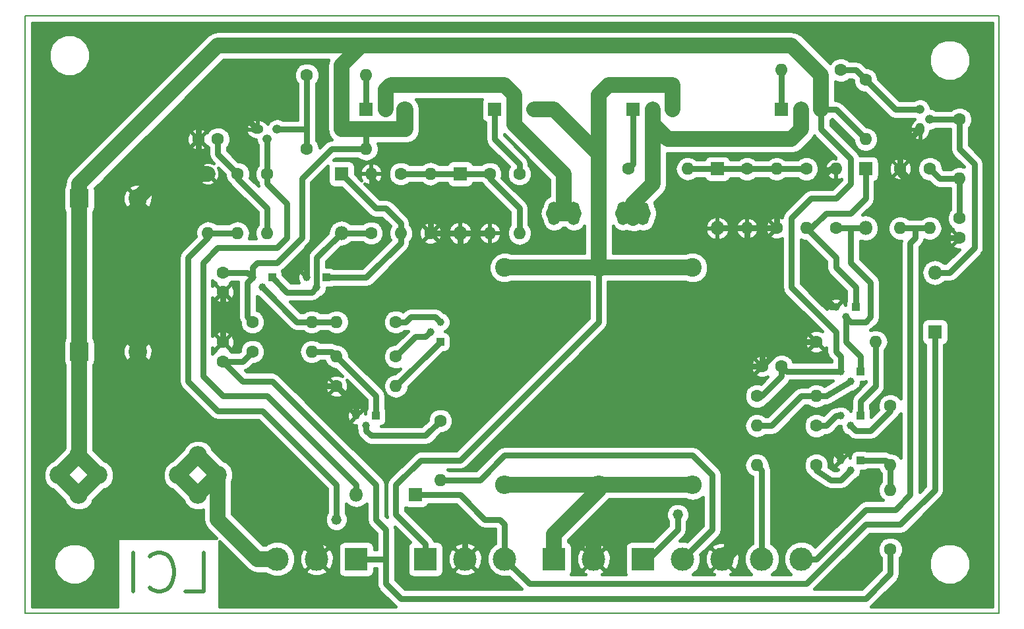
<source format=gbr>
G04 #@! TF.FileFunction,Copper,L2,Bot,Signal*
%FSLAX46Y46*%
G04 Gerber Fmt 4.6, Leading zero omitted, Abs format (unit mm)*
G04 Created by KiCad (PCBNEW 4.0.7-e2-6376~61~ubuntu18.04.1) date Tue Dec  4 15:55:48 2018*
%MOMM*%
%LPD*%
G01*
G04 APERTURE LIST*
%ADD10C,0.100000*%
%ADD11C,0.500000*%
%ADD12C,0.150000*%
%ADD13R,3.000000X3.000000*%
%ADD14C,3.000000*%
%ADD15R,1.800000X1.800000*%
%ADD16O,1.800000X1.800000*%
%ADD17C,1.000000*%
%ADD18R,1.000000X1.000000*%
%ADD19R,2.400000X2.400000*%
%ADD20C,2.400000*%
%ADD21C,1.600000*%
%ADD22C,2.350000*%
%ADD23O,1.510000X3.010000*%
%ADD24O,1.200000X1.600000*%
%ADD25O,1.200000X1.200000*%
%ADD26O,1.600000X1.200000*%
%ADD27O,1.600000X1.600000*%
%ADD28O,2.400000X2.400000*%
%ADD29C,1.320800*%
%ADD30C,2.032000*%
%ADD31C,0.762000*%
%ADD32C,0.406400*%
G04 APERTURE END LIST*
D10*
D11*
X115172856Y-131801905D02*
X117553809Y-131801905D01*
X117553809Y-126801905D01*
X110649047Y-131325714D02*
X110887142Y-131563810D01*
X111601428Y-131801905D01*
X112077618Y-131801905D01*
X112791904Y-131563810D01*
X113268095Y-131087619D01*
X113506190Y-130611429D01*
X113744285Y-129659048D01*
X113744285Y-128944762D01*
X113506190Y-127992381D01*
X113268095Y-127516190D01*
X112791904Y-127040000D01*
X112077618Y-126801905D01*
X111601428Y-126801905D01*
X110887142Y-127040000D01*
X110649047Y-127278095D01*
X108506190Y-131801905D02*
X108506190Y-126801905D01*
D12*
X94615000Y-134620000D02*
X94615000Y-57785000D01*
X219710000Y-134620000D02*
X94615000Y-134620000D01*
X219710000Y-57785000D02*
X219710000Y-134620000D01*
X94615000Y-57785000D02*
X219710000Y-57785000D01*
D13*
X137160000Y-127635000D03*
D14*
X132080000Y-127635000D03*
X127000000Y-127635000D03*
D15*
X172720000Y-69850000D03*
D16*
X175260000Y-69850000D03*
X177800000Y-69850000D03*
D17*
X125095000Y-92710000D03*
X123825000Y-91440000D03*
D18*
X126365000Y-91440000D03*
D19*
X101600000Y-81280000D03*
D20*
X109100000Y-81280000D03*
D19*
X101600000Y-100965000D03*
D20*
X109100000Y-100965000D03*
D21*
X191770000Y-102870000D03*
X189270000Y-102870000D03*
X120015000Y-90805000D03*
X120015000Y-93305000D03*
X120015000Y-102235000D03*
X120015000Y-99735000D03*
X214630000Y-83820000D03*
X214630000Y-86320000D03*
X119380000Y-73660000D03*
X116880000Y-73660000D03*
D15*
X202565000Y-77470000D03*
D16*
X202565000Y-85090000D03*
D15*
X135255000Y-78105000D03*
D16*
X135255000Y-85725000D03*
D15*
X211455000Y-98425000D03*
D16*
X211455000Y-90805000D03*
D15*
X144780000Y-119380000D03*
D16*
X137160000Y-119380000D03*
D22*
X104060000Y-116840000D03*
X98980000Y-116840000D03*
X114300000Y-116840000D03*
X119380000Y-116840000D03*
X101520000Y-119380000D03*
X101520000Y-114300000D03*
X116840000Y-119380000D03*
X116840000Y-114300000D03*
D23*
X171450000Y-83185000D03*
X173990000Y-83185000D03*
X162560000Y-83185000D03*
X165100000Y-83185000D03*
D17*
X200660000Y-116205000D03*
X199390000Y-114935000D03*
D18*
X201930000Y-114935000D03*
D17*
X138430000Y-110490000D03*
X137160000Y-109220000D03*
D18*
X139700000Y-109220000D03*
D17*
X200660000Y-110490000D03*
X199390000Y-109220000D03*
D18*
X201930000Y-109220000D03*
D17*
X146685000Y-98425000D03*
X147955000Y-97155000D03*
D18*
X147955000Y-99695000D03*
D17*
X200660000Y-104775000D03*
X199390000Y-103505000D03*
D18*
X201930000Y-103505000D03*
D17*
X200025000Y-96520000D03*
X198755000Y-95250000D03*
D18*
X201295000Y-95250000D03*
D17*
X132080000Y-92710000D03*
X130810000Y-91440000D03*
D18*
X133350000Y-91440000D03*
D24*
X209550000Y-72390000D03*
D25*
X210820000Y-71120000D03*
X209550000Y-69850000D03*
D15*
X191770000Y-69850000D03*
D16*
X194310000Y-69850000D03*
X196850000Y-69850000D03*
D15*
X138430000Y-69850000D03*
D16*
X140970000Y-69850000D03*
X143510000Y-69850000D03*
D15*
X154940000Y-69850000D03*
D16*
X157480000Y-69850000D03*
X160020000Y-69850000D03*
D26*
X124460000Y-72390000D03*
D25*
X125730000Y-73660000D03*
X127000000Y-72390000D03*
D21*
X196215000Y-115570000D03*
D27*
X188595000Y-115570000D03*
D21*
X147955000Y-109855000D03*
D27*
X147955000Y-117475000D03*
D21*
X205740000Y-126365000D03*
D27*
X205740000Y-118745000D03*
D21*
X123825000Y-100965000D03*
D27*
X131445000Y-100965000D03*
D21*
X205740000Y-107950000D03*
D27*
X205740000Y-115570000D03*
D21*
X142240000Y-101600000D03*
D27*
X134620000Y-101600000D03*
D21*
X188595000Y-106680000D03*
D27*
X196215000Y-106680000D03*
D21*
X196215000Y-110490000D03*
D27*
X188595000Y-110490000D03*
D21*
X196215000Y-99695000D03*
D27*
X203835000Y-99695000D03*
D21*
X123825000Y-97155000D03*
D27*
X131445000Y-97155000D03*
D21*
X142240000Y-97155000D03*
D27*
X134620000Y-97155000D03*
D21*
X134620000Y-105410000D03*
D27*
X142240000Y-105410000D03*
D21*
X198755000Y-85090000D03*
D27*
X198755000Y-77470000D03*
D21*
X139065000Y-85725000D03*
D27*
X139065000Y-78105000D03*
D21*
X194945000Y-77470000D03*
D27*
X194945000Y-85090000D03*
D21*
X142875000Y-78105000D03*
D27*
X142875000Y-85725000D03*
D21*
X191135000Y-85090000D03*
D27*
X191135000Y-77470000D03*
D21*
X146685000Y-85725000D03*
D27*
X146685000Y-78105000D03*
D21*
X207010000Y-77470000D03*
D27*
X207010000Y-85090000D03*
D21*
X210820000Y-77470000D03*
D27*
X210820000Y-85090000D03*
D21*
X214630000Y-71120000D03*
D27*
X214630000Y-78740000D03*
D21*
X187325000Y-77470000D03*
D27*
X187325000Y-85090000D03*
D21*
X202565000Y-66040000D03*
D27*
X202565000Y-73660000D03*
D21*
X172085000Y-77470000D03*
D27*
X179705000Y-77470000D03*
D21*
X199390000Y-64770000D03*
D27*
X191770000Y-64770000D03*
D20*
X156210000Y-90170000D03*
D28*
X156210000Y-118110000D03*
D20*
X168275000Y-90170000D03*
D28*
X168275000Y-118110000D03*
D20*
X180340000Y-90170000D03*
D28*
X180340000Y-118110000D03*
D21*
X130810000Y-65405000D03*
D27*
X138430000Y-65405000D03*
D21*
X158115000Y-78105000D03*
D27*
X158115000Y-85725000D03*
D21*
X130810000Y-74930000D03*
D27*
X138430000Y-74930000D03*
D21*
X154305000Y-78105000D03*
D27*
X154305000Y-85725000D03*
D21*
X125730000Y-78105000D03*
D27*
X125730000Y-85725000D03*
D21*
X121920000Y-78105000D03*
D27*
X121920000Y-85725000D03*
D21*
X118110000Y-78105000D03*
D27*
X118110000Y-85725000D03*
D15*
X150495000Y-78105000D03*
D16*
X150495000Y-85725000D03*
D15*
X183515000Y-77470000D03*
D16*
X183515000Y-85090000D03*
D14*
X179070000Y-127635000D03*
X184150000Y-127635000D03*
D13*
X173990000Y-127635000D03*
D14*
X189230000Y-127635000D03*
X194310000Y-127635000D03*
D13*
X146050000Y-127635000D03*
D14*
X151130000Y-127635000D03*
X156210000Y-127635000D03*
D13*
X162560000Y-127635000D03*
D14*
X167640000Y-127635000D03*
D29*
X127635000Y-118745000D03*
X127635000Y-121285000D03*
X127635000Y-116205000D03*
X185420000Y-119380000D03*
X185420000Y-121920000D03*
X173355000Y-121285000D03*
X170815000Y-121285000D03*
X175895000Y-121285000D03*
X189230000Y-97790000D03*
X149225000Y-88900000D03*
X132080000Y-86360000D03*
X120015000Y-96520000D03*
X132080000Y-104775000D03*
X205105000Y-75565000D03*
X195580000Y-92710000D03*
X187325000Y-88265000D03*
X148590000Y-121285000D03*
X178435000Y-121920000D03*
X134620000Y-122555000D03*
D30*
X101600000Y-100965000D02*
X101600000Y-114220000D01*
X101600000Y-114220000D02*
X101520000Y-114300000D01*
X98980000Y-116840000D02*
X101520000Y-119380000D01*
X101520000Y-119380000D02*
X104060000Y-116840000D01*
X104060000Y-116840000D02*
X101520000Y-114300000D01*
X101520000Y-114300000D02*
X98980000Y-116840000D01*
D31*
X202565000Y-73660000D02*
X198755000Y-69850000D01*
X198755000Y-69850000D02*
X196850000Y-69850000D01*
X123825000Y-91440000D02*
X123825000Y-90170000D01*
X133985000Y-74930000D02*
X138430000Y-74930000D01*
X130175000Y-78740000D02*
X133985000Y-74930000D01*
X130175000Y-86360000D02*
X130175000Y-78740000D01*
X127000000Y-89535000D02*
X130175000Y-86360000D01*
X124460000Y-89535000D02*
X127000000Y-89535000D01*
X123825000Y-90170000D02*
X124460000Y-89535000D01*
X138430000Y-74930000D02*
X138430000Y-72390000D01*
X138430000Y-72390000D02*
X138430000Y-73025000D01*
X138430000Y-73025000D02*
X138430000Y-72390000D01*
D30*
X101600000Y-81280000D02*
X101600000Y-79375000D01*
X101600000Y-79375000D02*
X119380000Y-61595000D01*
D31*
X193040000Y-89535000D02*
X193040000Y-92710000D01*
X195580000Y-81280000D02*
X198755000Y-81280000D01*
X198755000Y-81280000D02*
X200660000Y-79375000D01*
X200660000Y-79375000D02*
X200660000Y-76200000D01*
X200660000Y-76200000D02*
X196850000Y-72390000D01*
X196850000Y-72390000D02*
X196850000Y-69850000D01*
X193040000Y-89535000D02*
X193040000Y-83820000D01*
X198755000Y-100965000D02*
X198755000Y-98425000D01*
X198755000Y-98425000D02*
X196215000Y-95885000D01*
X199390000Y-103505000D02*
X199390000Y-101600000D01*
X199390000Y-101600000D02*
X198755000Y-100965000D01*
X193040000Y-83820000D02*
X195580000Y-81280000D01*
X193040000Y-92710000D02*
X196215000Y-95885000D01*
X123825000Y-91440000D02*
X123190000Y-90805000D01*
X123190000Y-90805000D02*
X120015000Y-90805000D01*
D30*
X119380000Y-61595000D02*
X137795000Y-61595000D01*
X101600000Y-100965000D02*
X101600000Y-81280000D01*
D31*
X199390000Y-103505000D02*
X192405000Y-103505000D01*
X192405000Y-103505000D02*
X191770000Y-102870000D01*
X188595000Y-106680000D02*
X189230000Y-106680000D01*
X189230000Y-106680000D02*
X191770000Y-104140000D01*
X191770000Y-104140000D02*
X191770000Y-102870000D01*
D30*
X135255000Y-68580000D02*
X135255000Y-72390000D01*
X135255000Y-64135000D02*
X137795000Y-61595000D01*
X135255000Y-68580000D02*
X135255000Y-64135000D01*
X135255000Y-72390000D02*
X138430000Y-72390000D01*
X138430000Y-72390000D02*
X140970000Y-72390000D01*
X140970000Y-72390000D02*
X143510000Y-72390000D01*
X143510000Y-72390000D02*
X143306802Y-72186802D01*
X143306802Y-72186802D02*
X143306802Y-69850000D01*
X143306802Y-69850000D02*
X143510000Y-69850000D01*
X137795000Y-61595000D02*
X191770000Y-61595000D01*
X196850000Y-69850000D02*
X196850000Y-67310000D01*
X196850000Y-67310000D02*
X196850000Y-65405000D01*
X196850000Y-65405000D02*
X193040000Y-61595000D01*
X193040000Y-61595000D02*
X191770000Y-61595000D01*
X143510000Y-69850000D02*
X143510000Y-72390000D01*
D31*
X123825000Y-97155000D02*
X123190000Y-96520000D01*
X123190000Y-92075000D02*
X123825000Y-91440000D01*
X123190000Y-96520000D02*
X123190000Y-92075000D01*
D30*
X127635000Y-116205000D02*
X127635000Y-118745000D01*
X127635000Y-121920000D02*
X130175000Y-124460000D01*
X127635000Y-121920000D02*
X127635000Y-121285000D01*
X127635000Y-118745000D02*
X127635000Y-121285000D01*
D31*
X185420000Y-119380000D02*
X186055000Y-118745000D01*
D30*
X184150000Y-127635000D02*
X185420000Y-126365000D01*
X185420000Y-126365000D02*
X185420000Y-121920000D01*
X185420000Y-119380000D02*
X185420000Y-121920000D01*
D31*
X186055000Y-118745000D02*
X186055000Y-113030000D01*
D30*
X175895000Y-121285000D02*
X173355000Y-121285000D01*
X167640000Y-124460000D02*
X167640000Y-127635000D01*
X167640000Y-124460000D02*
X170815000Y-121285000D01*
X173355000Y-121285000D02*
X170815000Y-121285000D01*
D31*
X189270000Y-102870000D02*
X189270000Y-97830000D01*
X189270000Y-97830000D02*
X189230000Y-97790000D01*
D30*
X118110000Y-78105000D02*
X112275000Y-78105000D01*
X112275000Y-78105000D02*
X109100000Y-81280000D01*
X132080000Y-127635000D02*
X132080000Y-126365000D01*
X132080000Y-126365000D02*
X130175000Y-124460000D01*
X130175000Y-124460000D02*
X125095000Y-119380000D01*
X109100000Y-105290000D02*
X109100000Y-100965000D01*
X114935000Y-111125000D02*
X109100000Y-105290000D01*
X120853198Y-111125000D02*
X114935000Y-111125000D01*
X125095000Y-115366802D02*
X120853198Y-111125000D01*
X125095000Y-119380000D02*
X125095000Y-115366802D01*
D31*
X214630000Y-86320000D02*
X213320000Y-86320000D01*
X212725000Y-83820000D02*
X207010000Y-78105000D01*
X212725000Y-85725000D02*
X212725000Y-83820000D01*
X213320000Y-86320000D02*
X212725000Y-85725000D01*
X207010000Y-78105000D02*
X207010000Y-77470000D01*
X186055000Y-113030000D02*
X186055000Y-112395000D01*
X150495000Y-85725000D02*
X150495000Y-87630000D01*
X150495000Y-87630000D02*
X149225000Y-88900000D01*
X130810000Y-91440000D02*
X130810000Y-87630000D01*
X130810000Y-87630000D02*
X132080000Y-86360000D01*
X120015000Y-93305000D02*
X120015000Y-96520000D01*
X120015000Y-96520000D02*
X120015000Y-99735000D01*
X134620000Y-105410000D02*
X132715000Y-105410000D01*
X132715000Y-105410000D02*
X132080000Y-104775000D01*
X207010000Y-75565000D02*
X205105000Y-75565000D01*
X207010000Y-77470000D02*
X207010000Y-75565000D01*
X207010000Y-75565000D02*
X207010000Y-74930000D01*
X207010000Y-74930000D02*
X209550000Y-72390000D01*
X198755000Y-95250000D02*
X198120000Y-95250000D01*
X198120000Y-95250000D02*
X195580000Y-92710000D01*
X187325000Y-85090000D02*
X187325000Y-88265000D01*
X151130000Y-127635000D02*
X151130000Y-123825000D01*
X151130000Y-123825000D02*
X148590000Y-121285000D01*
D30*
X132080000Y-127635000D02*
X132080000Y-127000000D01*
D31*
X198755000Y-77470000D02*
X198120000Y-77470000D01*
X198120000Y-77470000D02*
X196215000Y-79375000D01*
X191135000Y-81280000D02*
X191135000Y-85090000D01*
X193040000Y-79375000D02*
X191135000Y-81280000D01*
X196215000Y-79375000D02*
X193040000Y-79375000D01*
X116880000Y-73660000D02*
X116880000Y-72350000D01*
X123190000Y-71120000D02*
X124460000Y-72390000D01*
X118110000Y-71120000D02*
X123190000Y-71120000D01*
X116880000Y-72350000D02*
X118110000Y-71120000D01*
X118110000Y-78105000D02*
X116880000Y-76875000D01*
X116880000Y-76875000D02*
X116880000Y-73660000D01*
X116880000Y-73065000D02*
X116880000Y-73660000D01*
D30*
X109100000Y-100965000D02*
X109100000Y-81280000D01*
D31*
X137160000Y-109220000D02*
X137160000Y-107950000D01*
X137160000Y-107950000D02*
X134620000Y-105410000D01*
X196215000Y-99695000D02*
X192445000Y-99695000D01*
X192445000Y-99695000D02*
X189270000Y-102870000D01*
X199390000Y-114935000D02*
X199390000Y-114300000D01*
X199390000Y-114300000D02*
X198120000Y-113030000D01*
X187960000Y-102870000D02*
X189270000Y-102870000D01*
X186055000Y-104775000D02*
X187960000Y-102870000D01*
X139065000Y-78105000D02*
X139065000Y-78740000D01*
X139065000Y-78740000D02*
X140970000Y-80645000D01*
X140970000Y-80645000D02*
X143510000Y-80645000D01*
X143510000Y-80645000D02*
X146685000Y-83820000D01*
X146685000Y-83820000D02*
X146685000Y-85725000D01*
X146685000Y-85725000D02*
X150495000Y-85725000D01*
X150495000Y-85725000D02*
X154305000Y-85725000D01*
X187325000Y-85090000D02*
X191135000Y-85090000D01*
X183515000Y-85090000D02*
X187325000Y-85090000D01*
X198120000Y-113030000D02*
X187325000Y-113030000D01*
X187325000Y-113030000D02*
X186690000Y-113030000D01*
X186055000Y-112395000D02*
X186055000Y-104775000D01*
X186690000Y-113030000D02*
X186055000Y-112395000D01*
X187960000Y-132715000D02*
X202565000Y-132715000D01*
X205740000Y-129540000D02*
X205740000Y-126365000D01*
X202565000Y-132715000D02*
X205740000Y-129540000D01*
X120015000Y-102235000D02*
X122555000Y-104775000D01*
X126365000Y-104775000D02*
X139700000Y-118110000D01*
X122555000Y-104775000D02*
X126365000Y-104775000D01*
X187325000Y-132715000D02*
X187960000Y-132715000D01*
X120015000Y-102235000D02*
X122555000Y-102235000D01*
X122555000Y-102235000D02*
X123825000Y-100965000D01*
X140970000Y-130175000D02*
X140970000Y-130810000D01*
X142875000Y-132715000D02*
X187325000Y-132715000D01*
X140970000Y-130810000D02*
X142875000Y-132715000D01*
X140970000Y-128270000D02*
X140970000Y-130175000D01*
X137160000Y-127635000D02*
X140970000Y-127635000D01*
X139700000Y-121285000D02*
X139700000Y-122555000D01*
X139700000Y-121285000D02*
X139700000Y-118110000D01*
X139700000Y-122555000D02*
X140970000Y-123825000D01*
X140970000Y-123825000D02*
X140970000Y-127635000D01*
X140970000Y-127635000D02*
X140970000Y-128270000D01*
X214630000Y-78740000D02*
X212090000Y-78740000D01*
X212090000Y-78740000D02*
X210820000Y-77470000D01*
X214630000Y-83820000D02*
X214630000Y-78740000D01*
X119380000Y-73660000D02*
X119380000Y-75565000D01*
X119380000Y-75565000D02*
X121920000Y-78105000D01*
X125730000Y-85725000D02*
X125730000Y-82550000D01*
X125730000Y-82550000D02*
X121920000Y-78740000D01*
X121920000Y-78740000D02*
X121920000Y-78105000D01*
X201295000Y-95250000D02*
X201295000Y-92710000D01*
X198755000Y-88900000D02*
X194945000Y-85090000D01*
X198755000Y-90170000D02*
X198755000Y-88900000D01*
X201295000Y-92710000D02*
X198755000Y-90170000D01*
X194945000Y-85090000D02*
X195580000Y-85090000D01*
X195580000Y-85090000D02*
X197485000Y-83185000D01*
X202565000Y-81280000D02*
X202565000Y-77470000D01*
X200660000Y-83185000D02*
X202565000Y-81280000D01*
X197485000Y-83185000D02*
X200660000Y-83185000D01*
X200025000Y-96520000D02*
X200660000Y-97155000D01*
X200660000Y-89535000D02*
X200660000Y-85090000D01*
X203200000Y-92075000D02*
X200660000Y-89535000D01*
X203200000Y-96520000D02*
X203200000Y-92075000D01*
X202565000Y-97155000D02*
X203200000Y-96520000D01*
X200660000Y-97155000D02*
X202565000Y-97155000D01*
X201930000Y-103505000D02*
X201930000Y-101600000D01*
X200025000Y-99695000D02*
X200025000Y-96520000D01*
X201930000Y-101600000D02*
X200025000Y-99695000D01*
X202565000Y-85090000D02*
X200660000Y-85090000D01*
X200660000Y-85090000D02*
X198755000Y-85090000D01*
X133350000Y-91440000D02*
X138430000Y-91440000D01*
X142875000Y-86995000D02*
X142875000Y-85725000D01*
X138430000Y-91440000D02*
X142875000Y-86995000D01*
X135255000Y-78105000D02*
X139700000Y-82550000D01*
X139700000Y-82550000D02*
X140970000Y-82550000D01*
X140970000Y-82550000D02*
X142875000Y-84455000D01*
X142875000Y-84455000D02*
X142875000Y-85725000D01*
X132080000Y-90170000D02*
X132080000Y-88900000D01*
X132080000Y-92710000D02*
X132080000Y-90170000D01*
X132080000Y-88900000D02*
X135255000Y-85725000D01*
X126365000Y-91440000D02*
X128270000Y-93345000D01*
X131445000Y-93345000D02*
X132080000Y-92710000D01*
X128270000Y-93345000D02*
X131445000Y-93345000D01*
X135255000Y-85725000D02*
X139065000Y-85725000D01*
D30*
X119380000Y-116840000D02*
X119380000Y-122555000D01*
X124460000Y-127635000D02*
X127000000Y-127635000D01*
X119380000Y-122555000D02*
X124460000Y-127635000D01*
X114300000Y-116840000D02*
X116840000Y-114300000D01*
X116840000Y-114300000D02*
X119380000Y-116840000D01*
X119380000Y-116840000D02*
X116840000Y-119380000D01*
X116840000Y-119380000D02*
X114300000Y-116840000D01*
D31*
X179070000Y-127635000D02*
X182880000Y-123825000D01*
X182880000Y-116840000D02*
X180340000Y-114300000D01*
X182880000Y-123825000D02*
X182880000Y-116840000D01*
X179070000Y-127635000D02*
X179705000Y-127635000D01*
X180340000Y-114300000D02*
X156210000Y-114300000D01*
X153035000Y-117475000D02*
X147955000Y-117475000D01*
X156210000Y-114300000D02*
X153035000Y-117475000D01*
X189230000Y-127635000D02*
X189230000Y-116205000D01*
X189230000Y-116205000D02*
X188595000Y-115570000D01*
X134620000Y-120015000D02*
X134620000Y-118110000D01*
X125095000Y-108585000D02*
X119380000Y-108585000D01*
X134620000Y-118110000D02*
X125095000Y-108585000D01*
X173990000Y-127635000D02*
X174625000Y-127635000D01*
X174625000Y-127635000D02*
X178435000Y-123825000D01*
X178435000Y-123825000D02*
X178435000Y-121920000D01*
X118110000Y-85725000D02*
X118110000Y-86360000D01*
X118110000Y-86360000D02*
X115570000Y-88900000D01*
X134620000Y-120015000D02*
X134620000Y-122555000D01*
X115570000Y-104775000D02*
X119380000Y-108585000D01*
X115570000Y-88900000D02*
X115570000Y-104775000D01*
X118110000Y-85725000D02*
X121920000Y-85725000D01*
X194310000Y-127635000D02*
X196215000Y-127635000D01*
X196215000Y-127635000D02*
X202565000Y-121285000D01*
X205105000Y-121285000D02*
X202565000Y-121285000D01*
X205105000Y-121285000D02*
X206375000Y-121285000D01*
X206375000Y-121285000D02*
X208280000Y-119380000D01*
X208280000Y-86995000D02*
X208915000Y-86360000D01*
X208280000Y-119380000D02*
X208280000Y-86995000D01*
X208915000Y-86360000D02*
X208915000Y-85090000D01*
X194310000Y-127635000D02*
X194945000Y-127635000D01*
X207010000Y-85090000D02*
X208915000Y-85090000D01*
X208915000Y-85090000D02*
X210820000Y-85090000D01*
D30*
X173990000Y-83185000D02*
X171450000Y-83185000D01*
X173355000Y-82550000D02*
X172720000Y-83820000D01*
X175260000Y-79375000D02*
X172720000Y-81915000D01*
X172720000Y-81915000D02*
X172720000Y-83820000D01*
X175260000Y-79375000D02*
X175260000Y-69850000D01*
X173355000Y-82550000D02*
X173990000Y-83185000D01*
X175260000Y-69850000D02*
X175260000Y-71755000D01*
X175260000Y-71755000D02*
X177165000Y-73660000D01*
X177165000Y-73660000D02*
X193040000Y-73660000D01*
X193040000Y-73660000D02*
X194310000Y-72390000D01*
X194310000Y-72390000D02*
X194310000Y-69850000D01*
X157480000Y-69850000D02*
X157480000Y-71755000D01*
X163830000Y-78105000D02*
X163830000Y-83185000D01*
X157480000Y-71755000D02*
X163830000Y-78105000D01*
X165100000Y-83185000D02*
X163830000Y-83185000D01*
X163830000Y-83185000D02*
X162560000Y-83185000D01*
X140970000Y-69850000D02*
X140970000Y-67310000D01*
X140970000Y-67310000D02*
X141605000Y-66675000D01*
X141605000Y-66675000D02*
X156210000Y-66675000D01*
X156210000Y-66675000D02*
X157480000Y-67945000D01*
X157480000Y-67945000D02*
X157480000Y-69850000D01*
D31*
X200660000Y-116205000D02*
X199390000Y-117475000D01*
X198120000Y-117475000D02*
X196215000Y-116205000D01*
X199390000Y-117475000D02*
X198120000Y-117475000D01*
X196215000Y-116205000D02*
X196215000Y-115570000D01*
X201930000Y-114935000D02*
X205105000Y-114935000D01*
X205105000Y-114935000D02*
X205740000Y-115570000D01*
X205740000Y-118745000D02*
X205740000Y-115570000D01*
X205740000Y-116205000D02*
X205740000Y-115570000D01*
X138430000Y-110490000D02*
X138430000Y-111125000D01*
X138430000Y-111125000D02*
X139065000Y-111760000D01*
X139065000Y-111760000D02*
X146050000Y-111760000D01*
X146050000Y-111760000D02*
X147955000Y-109855000D01*
X138430000Y-111125000D02*
X139065000Y-111760000D01*
X139700000Y-109220000D02*
X139700000Y-106680000D01*
X139700000Y-106680000D02*
X134620000Y-101600000D01*
X131445000Y-100965000D02*
X133985000Y-100965000D01*
X133985000Y-100965000D02*
X134620000Y-101600000D01*
X200660000Y-110490000D02*
X201295000Y-111125000D01*
X203200000Y-111125000D02*
X205740000Y-108585000D01*
X201295000Y-111125000D02*
X203200000Y-111125000D01*
X205740000Y-108585000D02*
X205740000Y-107950000D01*
X196215000Y-110490000D02*
X197485000Y-110490000D01*
X198755000Y-109220000D02*
X199390000Y-109220000D01*
X197485000Y-110490000D02*
X198755000Y-109220000D01*
X201930000Y-109220000D02*
X201930000Y-107315000D01*
X203835000Y-105410000D02*
X203835000Y-99695000D01*
X201930000Y-107315000D02*
X203835000Y-105410000D01*
X142240000Y-101600000D02*
X144780000Y-99060000D01*
X146050000Y-99060000D02*
X146685000Y-98425000D01*
X144780000Y-99060000D02*
X146050000Y-99060000D01*
X142240000Y-97155000D02*
X143510000Y-97155000D01*
X147320000Y-96520000D02*
X147955000Y-97155000D01*
X144145000Y-96520000D02*
X147320000Y-96520000D01*
X143510000Y-97155000D02*
X144145000Y-96520000D01*
X142240000Y-105410000D02*
X147955000Y-99695000D01*
X188595000Y-110490000D02*
X190500000Y-110490000D01*
X194310000Y-106680000D02*
X196215000Y-106680000D01*
X190500000Y-110490000D02*
X194310000Y-106680000D01*
X196215000Y-106680000D02*
X197485000Y-106680000D01*
X197485000Y-106680000D02*
X200660000Y-104775000D01*
X125095000Y-92710000D02*
X129540000Y-97155000D01*
X129540000Y-97155000D02*
X131445000Y-97155000D01*
X131445000Y-97155000D02*
X134620000Y-97155000D01*
X209550000Y-69850000D02*
X206375000Y-69850000D01*
X206375000Y-69850000D02*
X202565000Y-66040000D01*
X199390000Y-64770000D02*
X201295000Y-64770000D01*
X201295000Y-64770000D02*
X202565000Y-66040000D01*
X191770000Y-64770000D02*
X191770000Y-69850000D01*
X172720000Y-69850000D02*
X172720000Y-76835000D01*
X172720000Y-76835000D02*
X172085000Y-77470000D01*
X146050000Y-127635000D02*
X146050000Y-125730000D01*
X146050000Y-125730000D02*
X142240000Y-121920000D01*
X142240000Y-121920000D02*
X142240000Y-118110000D01*
X168275000Y-97155000D02*
X168275000Y-90170000D01*
X150495000Y-114935000D02*
X168275000Y-97155000D01*
X145415000Y-114935000D02*
X150495000Y-114935000D01*
X142240000Y-118110000D02*
X145415000Y-114935000D01*
D30*
X177800000Y-69850000D02*
X177800000Y-66675000D01*
X168275000Y-67945000D02*
X168275000Y-76835000D01*
X169545000Y-66675000D02*
X168275000Y-67945000D01*
X177800000Y-66675000D02*
X169545000Y-66675000D01*
X168275000Y-90170000D02*
X156210000Y-90170000D01*
X168275000Y-90170000D02*
X180340000Y-90170000D01*
X160020000Y-69850000D02*
X162560000Y-69850000D01*
X168275000Y-75565000D02*
X168275000Y-76835000D01*
X168275000Y-76835000D02*
X168275000Y-90170000D01*
X162560000Y-69850000D02*
X168275000Y-75565000D01*
D31*
X138430000Y-65405000D02*
X138430000Y-69850000D01*
X158115000Y-78105000D02*
X158115000Y-76835000D01*
X154940000Y-73660000D02*
X154940000Y-69850000D01*
X158115000Y-76835000D02*
X154940000Y-73660000D01*
X127000000Y-72390000D02*
X130810000Y-72390000D01*
X130810000Y-65405000D02*
X130810000Y-72390000D01*
X130810000Y-72390000D02*
X130810000Y-74930000D01*
X183515000Y-77470000D02*
X187325000Y-77470000D01*
X183515000Y-77470000D02*
X179705000Y-77470000D01*
X191770000Y-77470000D02*
X194945000Y-77470000D01*
X191770000Y-77470000D02*
X187960000Y-77470000D01*
X184150000Y-77470000D02*
X187960000Y-77470000D01*
X154305000Y-78105000D02*
X154305000Y-78740000D01*
X154305000Y-78740000D02*
X158115000Y-82550000D01*
X158115000Y-82550000D02*
X158115000Y-85725000D01*
X146685000Y-78105000D02*
X142875000Y-78105000D01*
X150495000Y-78105000D02*
X146685000Y-78105000D01*
X154305000Y-78105000D02*
X150495000Y-78105000D01*
X206375000Y-123190000D02*
X202565000Y-123190000D01*
X194945000Y-130810000D02*
X193675000Y-130810000D01*
X202565000Y-123190000D02*
X194945000Y-130810000D01*
X211455000Y-116205000D02*
X211455000Y-118745000D01*
X207010000Y-123190000D02*
X206375000Y-123190000D01*
X211455000Y-118745000D02*
X207010000Y-123190000D01*
X185420000Y-130810000D02*
X193675000Y-130810000D01*
X156210000Y-127635000D02*
X159385000Y-130810000D01*
X159385000Y-130810000D02*
X170180000Y-130810000D01*
X170180000Y-130810000D02*
X185420000Y-130810000D01*
X211455000Y-116205000D02*
X211455000Y-98425000D01*
X144780000Y-119380000D02*
X150495000Y-119380000D01*
X150495000Y-119380000D02*
X153670000Y-122555000D01*
X156210000Y-127635000D02*
X156210000Y-123190000D01*
X156210000Y-123190000D02*
X155575000Y-122555000D01*
X155575000Y-122555000D02*
X153670000Y-122555000D01*
X156210000Y-127635000D02*
X156210000Y-128270000D01*
X211455000Y-90805000D02*
X213360000Y-90805000D01*
X214630000Y-74930000D02*
X214630000Y-71120000D01*
X216535000Y-76835000D02*
X214630000Y-74930000D01*
X216535000Y-87630000D02*
X216535000Y-76835000D01*
X213360000Y-90805000D02*
X216535000Y-87630000D01*
X214630000Y-71120000D02*
X210820000Y-71120000D01*
X128270000Y-85090000D02*
X128270000Y-86360000D01*
X128270000Y-86360000D02*
X127000000Y-87630000D01*
X119380000Y-87630000D02*
X117475000Y-89535000D01*
X127000000Y-87630000D02*
X119380000Y-87630000D01*
X117475000Y-99695000D02*
X117475000Y-104140000D01*
X117475000Y-104140000D02*
X120015000Y-106680000D01*
X120015000Y-106680000D02*
X125730000Y-106680000D01*
X137160000Y-119380000D02*
X137160000Y-118110000D01*
X137160000Y-118110000D02*
X132080000Y-113030000D01*
X117475000Y-89535000D02*
X117475000Y-99695000D01*
X125730000Y-78105000D02*
X125730000Y-79375000D01*
X128270000Y-81915000D02*
X128270000Y-85090000D01*
X125730000Y-79375000D02*
X128270000Y-81915000D01*
X132080000Y-113030000D02*
X125730000Y-106680000D01*
X125730000Y-78105000D02*
X125730000Y-73660000D01*
D30*
X162560000Y-127635000D02*
X162560000Y-124460000D01*
X162560000Y-124460000D02*
X168275000Y-118745000D01*
X168275000Y-118745000D02*
X168275000Y-118110000D01*
X168275000Y-118110000D02*
X180340000Y-118110000D01*
X165100000Y-118110000D02*
X156210000Y-118110000D01*
X165100000Y-118110000D02*
X168275000Y-118110000D01*
D31*
X168275000Y-118110000D02*
X156210000Y-118110000D01*
D32*
G36*
X218796800Y-133706800D02*
X203233002Y-133706800D01*
X203427105Y-133577105D01*
X206602105Y-130402105D01*
X206753851Y-130175000D01*
X206866394Y-130006568D01*
X206909322Y-129790754D01*
X206959201Y-129540000D01*
X206959200Y-129539995D01*
X206959200Y-128802370D01*
X210671334Y-128802370D01*
X211079726Y-129790754D01*
X211835269Y-130547616D01*
X212822938Y-130957732D01*
X213892370Y-130958666D01*
X214880754Y-130550274D01*
X215637616Y-129794731D01*
X216047732Y-128807062D01*
X216048666Y-127737630D01*
X215640274Y-126749246D01*
X214884731Y-125992384D01*
X213897062Y-125582268D01*
X212827630Y-125581334D01*
X211839246Y-125989726D01*
X211082384Y-126745269D01*
X210672268Y-127732938D01*
X210671334Y-128802370D01*
X206959200Y-128802370D01*
X206959200Y-127462671D01*
X207127988Y-127294177D01*
X207377915Y-126692288D01*
X207378484Y-126040572D01*
X207129608Y-125438247D01*
X206669177Y-124977012D01*
X206067288Y-124727085D01*
X205415572Y-124726516D01*
X204813247Y-124975392D01*
X204352012Y-125435823D01*
X204102085Y-126037712D01*
X204101516Y-126689428D01*
X204350392Y-127291753D01*
X204520800Y-127462459D01*
X204520800Y-129034990D01*
X202059990Y-131495800D01*
X195983410Y-131495800D01*
X203070009Y-124409200D01*
X207009995Y-124409200D01*
X207010000Y-124409201D01*
X207399159Y-124331792D01*
X207476568Y-124316394D01*
X207872105Y-124052105D01*
X212317102Y-119607107D01*
X212317105Y-119607105D01*
X212581394Y-119211568D01*
X212674200Y-118745000D01*
X212674200Y-100115652D01*
X212950902Y-99937599D01*
X213142289Y-99657495D01*
X213209621Y-99325000D01*
X213209621Y-97525000D01*
X213151174Y-97214382D01*
X212967599Y-96929098D01*
X212687495Y-96737711D01*
X212355000Y-96670379D01*
X210555000Y-96670379D01*
X210244382Y-96728826D01*
X209959098Y-96912401D01*
X209767711Y-97192505D01*
X209700379Y-97525000D01*
X209700379Y-99325000D01*
X209758826Y-99635618D01*
X209942401Y-99920902D01*
X210222505Y-100112289D01*
X210235800Y-100114981D01*
X210235800Y-118239991D01*
X209499200Y-118976591D01*
X209499200Y-87500009D01*
X209777102Y-87222107D01*
X209777105Y-87222105D01*
X210041394Y-86826568D01*
X210041395Y-86826567D01*
X210092722Y-86568530D01*
X210193088Y-86635593D01*
X210820000Y-86760294D01*
X211446912Y-86635593D01*
X211483598Y-86611080D01*
X213116938Y-86611080D01*
X213343504Y-87167947D01*
X213354280Y-87184072D01*
X213630958Y-87247200D01*
X214558158Y-86320000D01*
X213630958Y-85392800D01*
X213354280Y-85455928D01*
X213120722Y-86009898D01*
X213116938Y-86611080D01*
X211483598Y-86611080D01*
X211978382Y-86280476D01*
X212333499Y-85749006D01*
X212458200Y-85122094D01*
X212458200Y-85057906D01*
X212333499Y-84430994D01*
X211978382Y-83899524D01*
X211446912Y-83544407D01*
X210820000Y-83419706D01*
X210193088Y-83544407D01*
X209704606Y-83870800D01*
X208125394Y-83870800D01*
X207636912Y-83544407D01*
X207010000Y-83419706D01*
X206383088Y-83544407D01*
X205851618Y-83899524D01*
X205496501Y-84430994D01*
X205371800Y-85057906D01*
X205371800Y-85122094D01*
X205496501Y-85749006D01*
X205851618Y-86280476D01*
X206383088Y-86635593D01*
X207010000Y-86760294D01*
X207111502Y-86740104D01*
X207060799Y-86995000D01*
X207060800Y-86995005D01*
X207060800Y-106954319D01*
X206669177Y-106562012D01*
X206067288Y-106312085D01*
X205415572Y-106311516D01*
X204813247Y-106560392D01*
X204352012Y-107020823D01*
X204102085Y-107622712D01*
X204101516Y-108274428D01*
X204167257Y-108433534D01*
X203284621Y-109316169D01*
X203284621Y-108720000D01*
X203226174Y-108409382D01*
X203149200Y-108289761D01*
X203149200Y-107820010D01*
X204697102Y-106272107D01*
X204697105Y-106272105D01*
X204961394Y-105876568D01*
X205009026Y-105637105D01*
X205054201Y-105410000D01*
X205054200Y-105409995D01*
X205054200Y-100810394D01*
X205380593Y-100321912D01*
X205505294Y-99695000D01*
X205380593Y-99068088D01*
X205025476Y-98536618D01*
X204494006Y-98181501D01*
X203867094Y-98056800D01*
X203802906Y-98056800D01*
X203183220Y-98180064D01*
X203427105Y-98017105D01*
X203427106Y-98017104D01*
X204062102Y-97382107D01*
X204062105Y-97382105D01*
X204326394Y-96986568D01*
X204326395Y-96986567D01*
X204419201Y-96520000D01*
X204419200Y-96519995D01*
X204419200Y-92075000D01*
X204326394Y-91608432D01*
X204062105Y-91212895D01*
X204062102Y-91212893D01*
X201879200Y-89029990D01*
X201879200Y-86716162D01*
X201899820Y-86729940D01*
X202565000Y-86862253D01*
X203230180Y-86729940D01*
X203794093Y-86353146D01*
X204170887Y-85789233D01*
X204303200Y-85124053D01*
X204303200Y-85055947D01*
X204170887Y-84390767D01*
X203794093Y-83826854D01*
X203230180Y-83450060D01*
X202565000Y-83317747D01*
X202173610Y-83395600D01*
X203427102Y-82142107D01*
X203427105Y-82142105D01*
X203691394Y-81746568D01*
X203713605Y-81634905D01*
X203784201Y-81280000D01*
X203784200Y-81279995D01*
X203784200Y-79160652D01*
X204060902Y-78982599D01*
X204252289Y-78702495D01*
X204299564Y-78469042D01*
X206082800Y-78469042D01*
X206145928Y-78745720D01*
X206699898Y-78979278D01*
X207301080Y-78983062D01*
X207857947Y-78756496D01*
X207874072Y-78745720D01*
X207937200Y-78469042D01*
X207010000Y-77541842D01*
X206082800Y-78469042D01*
X204299564Y-78469042D01*
X204319621Y-78370000D01*
X204319621Y-77761080D01*
X205496938Y-77761080D01*
X205723504Y-78317947D01*
X205734280Y-78334072D01*
X206010958Y-78397200D01*
X206938158Y-77470000D01*
X207081842Y-77470000D01*
X208009042Y-78397200D01*
X208285720Y-78334072D01*
X208519278Y-77780102D01*
X208523062Y-77178920D01*
X208296496Y-76622053D01*
X208285720Y-76605928D01*
X208009042Y-76542800D01*
X207081842Y-77470000D01*
X206938158Y-77470000D01*
X206010958Y-76542800D01*
X205734280Y-76605928D01*
X205500722Y-77159898D01*
X205496938Y-77761080D01*
X204319621Y-77761080D01*
X204319621Y-76570000D01*
X204300985Y-76470958D01*
X206082800Y-76470958D01*
X207010000Y-77398158D01*
X207937200Y-76470958D01*
X207874072Y-76194280D01*
X207320102Y-75960722D01*
X206718920Y-75956938D01*
X206162053Y-76183504D01*
X206145928Y-76194280D01*
X206082800Y-76470958D01*
X204300985Y-76470958D01*
X204261174Y-76259382D01*
X204077599Y-75974098D01*
X203797495Y-75782711D01*
X203465000Y-75715379D01*
X201774331Y-75715379D01*
X201522105Y-75337895D01*
X201522102Y-75337893D01*
X198069200Y-71884990D01*
X198069200Y-71222534D01*
X198161117Y-71161117D01*
X198222534Y-71069200D01*
X198249990Y-71069200D01*
X200940187Y-73759397D01*
X201051501Y-74319006D01*
X201406618Y-74850476D01*
X201938088Y-75205593D01*
X202565000Y-75330294D01*
X203191912Y-75205593D01*
X203723382Y-74850476D01*
X204078499Y-74319006D01*
X204203200Y-73692094D01*
X204203200Y-73627906D01*
X204078499Y-73000994D01*
X203723382Y-72469524D01*
X203680394Y-72440800D01*
X208238800Y-72440800D01*
X208238800Y-72640800D01*
X208358049Y-73138708D01*
X208658762Y-73553080D01*
X209095158Y-73820832D01*
X209294862Y-73876138D01*
X209499200Y-73722261D01*
X209499200Y-72440800D01*
X208238800Y-72440800D01*
X203680394Y-72440800D01*
X203191912Y-72114407D01*
X202632303Y-72003093D01*
X199617105Y-68987895D01*
X199560391Y-68950000D01*
X199221568Y-68723606D01*
X199144159Y-68708208D01*
X198755000Y-68630799D01*
X198754995Y-68630800D01*
X198704200Y-68630800D01*
X198704200Y-66259047D01*
X199062712Y-66407915D01*
X199714428Y-66408484D01*
X200316753Y-66159608D01*
X200487459Y-65989200D01*
X200789990Y-65989200D01*
X200926724Y-66125934D01*
X200926516Y-66364428D01*
X201175392Y-66966753D01*
X201635823Y-67427988D01*
X202237712Y-67677915D01*
X202478916Y-67678126D01*
X205512893Y-70712102D01*
X205512895Y-70712105D01*
X205908432Y-70976394D01*
X205985841Y-70991792D01*
X206375000Y-71069201D01*
X206375005Y-71069200D01*
X208793543Y-71069200D01*
X208852077Y-71108311D01*
X208658762Y-71226920D01*
X208358049Y-71641292D01*
X208238800Y-72139200D01*
X208238800Y-72339200D01*
X209499200Y-72339200D01*
X209499200Y-72319200D01*
X209600800Y-72319200D01*
X209600800Y-72339200D01*
X209620800Y-72339200D01*
X209620800Y-72440800D01*
X209600800Y-72440800D01*
X209600800Y-73722261D01*
X209805138Y-73876138D01*
X210004842Y-73820832D01*
X210441238Y-73553080D01*
X210741951Y-73138708D01*
X210861200Y-72640800D01*
X210861200Y-72578181D01*
X211370375Y-72476900D01*
X211576457Y-72339200D01*
X213410800Y-72339200D01*
X213410800Y-74929995D01*
X213410799Y-74930000D01*
X213483983Y-75297915D01*
X213503606Y-75396568D01*
X213728691Y-75733432D01*
X213767895Y-75792105D01*
X215148666Y-77172875D01*
X214630000Y-77069706D01*
X214003088Y-77194407D01*
X213514606Y-77520800D01*
X212595009Y-77520800D01*
X212458276Y-77384066D01*
X212458484Y-77145572D01*
X212209608Y-76543247D01*
X211749177Y-76082012D01*
X211147288Y-75832085D01*
X210495572Y-75831516D01*
X209893247Y-76080392D01*
X209432012Y-76540823D01*
X209182085Y-77142712D01*
X209181516Y-77794428D01*
X209430392Y-78396753D01*
X209890823Y-78857988D01*
X210492712Y-79107915D01*
X210733916Y-79108126D01*
X211227893Y-79602102D01*
X211227895Y-79602105D01*
X211623432Y-79866394D01*
X212090000Y-79959200D01*
X213410800Y-79959200D01*
X213410800Y-82722329D01*
X213242012Y-82890823D01*
X212992085Y-83492712D01*
X212991516Y-84144428D01*
X213240392Y-84746753D01*
X213700823Y-85207988D01*
X213726174Y-85218515D01*
X213702800Y-85320958D01*
X214630000Y-86248158D01*
X214644143Y-86234016D01*
X214715985Y-86305858D01*
X214701842Y-86320000D01*
X214715985Y-86334143D01*
X214644143Y-86405985D01*
X214630000Y-86391842D01*
X213702800Y-87319042D01*
X213765928Y-87595720D01*
X214319898Y-87829278D01*
X214609688Y-87831102D01*
X212854990Y-89585800D01*
X212713457Y-89585800D01*
X212684093Y-89541854D01*
X212120180Y-89165060D01*
X211455000Y-89032747D01*
X210789820Y-89165060D01*
X210225907Y-89541854D01*
X209849113Y-90105767D01*
X209716800Y-90770947D01*
X209716800Y-90839053D01*
X209849113Y-91504233D01*
X210225907Y-92068146D01*
X210789820Y-92444940D01*
X211455000Y-92577253D01*
X212120180Y-92444940D01*
X212684093Y-92068146D01*
X212713457Y-92024200D01*
X213359995Y-92024200D01*
X213360000Y-92024201D01*
X213749159Y-91946792D01*
X213826568Y-91931394D01*
X214222105Y-91667105D01*
X217397105Y-88492105D01*
X217514908Y-88315800D01*
X217661394Y-88096568D01*
X217713809Y-87833062D01*
X217754201Y-87630000D01*
X217754200Y-87629995D01*
X217754200Y-76835005D01*
X217754201Y-76835000D01*
X217669429Y-76408826D01*
X217661394Y-76368432D01*
X217397105Y-75972895D01*
X217397102Y-75972893D01*
X215849200Y-74424990D01*
X215849200Y-72217671D01*
X216017988Y-72049177D01*
X216267915Y-71447288D01*
X216268484Y-70795572D01*
X216019608Y-70193247D01*
X215559177Y-69732012D01*
X214957288Y-69482085D01*
X214305572Y-69481516D01*
X213703247Y-69730392D01*
X213532541Y-69900800D01*
X211576457Y-69900800D01*
X211370375Y-69763100D01*
X210960294Y-69681530D01*
X210878724Y-69271449D01*
X210566961Y-68804863D01*
X210100375Y-68493100D01*
X209550000Y-68383624D01*
X208999625Y-68493100D01*
X208793543Y-68630800D01*
X206880009Y-68630800D01*
X204203276Y-65954066D01*
X204203484Y-65715572D01*
X203954608Y-65113247D01*
X203494177Y-64652012D01*
X202892288Y-64402085D01*
X202651084Y-64401874D01*
X202281580Y-64032370D01*
X210671334Y-64032370D01*
X211079726Y-65020754D01*
X211835269Y-65777616D01*
X212822938Y-66187732D01*
X213892370Y-66188666D01*
X214880754Y-65780274D01*
X215637616Y-65024731D01*
X216047732Y-64037062D01*
X216048666Y-62967630D01*
X215640274Y-61979246D01*
X214884731Y-61222384D01*
X213897062Y-60812268D01*
X212827630Y-60811334D01*
X211839246Y-61219726D01*
X211082384Y-61975269D01*
X210672268Y-62962938D01*
X210671334Y-64032370D01*
X202281580Y-64032370D01*
X202157105Y-63907895D01*
X202060352Y-63843247D01*
X201761568Y-63643606D01*
X201684159Y-63628208D01*
X201295000Y-63550799D01*
X201294995Y-63550800D01*
X200487671Y-63550800D01*
X200319177Y-63382012D01*
X199717288Y-63132085D01*
X199065572Y-63131516D01*
X198463247Y-63380392D01*
X198002012Y-63840823D01*
X197974445Y-63907210D01*
X194351117Y-60283883D01*
X193749572Y-59881943D01*
X193040000Y-59740800D01*
X119380000Y-59740800D01*
X118670428Y-59881943D01*
X118068883Y-60283883D01*
X100288883Y-78063883D01*
X99886943Y-78665428D01*
X99745800Y-79375000D01*
X99745800Y-79552723D01*
X99612711Y-79747505D01*
X99545379Y-80080000D01*
X99545379Y-82480000D01*
X99603826Y-82790618D01*
X99745800Y-83011252D01*
X99745800Y-99237723D01*
X99612711Y-99432505D01*
X99545379Y-99765000D01*
X99545379Y-102165000D01*
X99603826Y-102475618D01*
X99745800Y-102696252D01*
X99745800Y-113323060D01*
X99654265Y-113543500D01*
X98223452Y-114974314D01*
X97841104Y-115132297D01*
X97274287Y-115698125D01*
X96967150Y-116437793D01*
X96966451Y-117238693D01*
X97272297Y-117978896D01*
X97838125Y-118545713D01*
X98223501Y-118705735D01*
X99654314Y-120136549D01*
X99812297Y-120518896D01*
X100378125Y-121085713D01*
X101117793Y-121392850D01*
X101918693Y-121393549D01*
X102658896Y-121087703D01*
X103225713Y-120521875D01*
X103385735Y-120136499D01*
X104816549Y-118705686D01*
X105198896Y-118547703D01*
X105765713Y-117981875D01*
X106072850Y-117242207D01*
X106073549Y-116441307D01*
X105767703Y-115701104D01*
X105201875Y-115134287D01*
X104816500Y-114974265D01*
X103454200Y-113611966D01*
X103454200Y-102692277D01*
X103587289Y-102497495D01*
X103636885Y-102252581D01*
X107884261Y-102252581D01*
X107996104Y-102570809D01*
X108694649Y-102871017D01*
X109454905Y-102881051D01*
X110161131Y-102599384D01*
X110203896Y-102570809D01*
X110315739Y-102252581D01*
X109100000Y-101036842D01*
X107884261Y-102252581D01*
X103636885Y-102252581D01*
X103654621Y-102165000D01*
X103654621Y-101319905D01*
X107183949Y-101319905D01*
X107465616Y-102026131D01*
X107494191Y-102068896D01*
X107812419Y-102180739D01*
X109028158Y-100965000D01*
X109171842Y-100965000D01*
X110387581Y-102180739D01*
X110705809Y-102068896D01*
X111006017Y-101370351D01*
X111016051Y-100610095D01*
X110734384Y-99903869D01*
X110705809Y-99861104D01*
X110387581Y-99749261D01*
X109171842Y-100965000D01*
X109028158Y-100965000D01*
X107812419Y-99749261D01*
X107494191Y-99861104D01*
X107193983Y-100559649D01*
X107183949Y-101319905D01*
X103654621Y-101319905D01*
X103654621Y-99765000D01*
X103638142Y-99677419D01*
X107884261Y-99677419D01*
X109100000Y-100893158D01*
X110315739Y-99677419D01*
X110203896Y-99359191D01*
X109505351Y-99058983D01*
X108745095Y-99048949D01*
X108038869Y-99330616D01*
X107996104Y-99359191D01*
X107884261Y-99677419D01*
X103638142Y-99677419D01*
X103596174Y-99454382D01*
X103454200Y-99233748D01*
X103454200Y-83007277D01*
X103587289Y-82812495D01*
X103636885Y-82567581D01*
X107884261Y-82567581D01*
X107996104Y-82885809D01*
X108694649Y-83186017D01*
X109454905Y-83196051D01*
X110161131Y-82914384D01*
X110203896Y-82885809D01*
X110315739Y-82567581D01*
X109100000Y-81351842D01*
X107884261Y-82567581D01*
X103636885Y-82567581D01*
X103654621Y-82480000D01*
X103654621Y-81634905D01*
X107183949Y-81634905D01*
X107465616Y-82341131D01*
X107494191Y-82383896D01*
X107812419Y-82495739D01*
X109028158Y-81280000D01*
X109171842Y-81280000D01*
X110387581Y-82495739D01*
X110705809Y-82383896D01*
X111006017Y-81685351D01*
X111016051Y-80925095D01*
X110734384Y-80218869D01*
X110705809Y-80176104D01*
X110387581Y-80064261D01*
X109171842Y-81280000D01*
X109028158Y-81280000D01*
X107812419Y-80064261D01*
X107494191Y-80176104D01*
X107193983Y-80874649D01*
X107183949Y-81634905D01*
X103654621Y-81634905D01*
X103654621Y-80080000D01*
X103638142Y-79992419D01*
X107884261Y-79992419D01*
X109100000Y-81208158D01*
X110315739Y-79992419D01*
X110203896Y-79674191D01*
X109505351Y-79373983D01*
X108745095Y-79363949D01*
X108038869Y-79645616D01*
X107996104Y-79674191D01*
X107884261Y-79992419D01*
X103638142Y-79992419D01*
X103632864Y-79964370D01*
X104493192Y-79104042D01*
X117182800Y-79104042D01*
X117245928Y-79380720D01*
X117799898Y-79614278D01*
X118401080Y-79618062D01*
X118957947Y-79391496D01*
X118974072Y-79380720D01*
X119037200Y-79104042D01*
X118110000Y-78176842D01*
X117182800Y-79104042D01*
X104493192Y-79104042D01*
X105201154Y-78396080D01*
X116596938Y-78396080D01*
X116823504Y-78952947D01*
X116834280Y-78969072D01*
X117110958Y-79032200D01*
X118038158Y-78105000D01*
X117110958Y-77177800D01*
X116834280Y-77240928D01*
X116600722Y-77794898D01*
X116596938Y-78396080D01*
X105201154Y-78396080D01*
X108938192Y-74659042D01*
X115952800Y-74659042D01*
X116015928Y-74935720D01*
X116569898Y-75169278D01*
X117171080Y-75173062D01*
X117727947Y-74946496D01*
X117744072Y-74935720D01*
X117807200Y-74659042D01*
X116880000Y-73731842D01*
X115952800Y-74659042D01*
X108938192Y-74659042D01*
X109646154Y-73951080D01*
X115366938Y-73951080D01*
X115593504Y-74507947D01*
X115604280Y-74524072D01*
X115880958Y-74587200D01*
X116808158Y-73660000D01*
X115880958Y-72732800D01*
X115604280Y-72795928D01*
X115370722Y-73349898D01*
X115366938Y-73951080D01*
X109646154Y-73951080D01*
X110936276Y-72660958D01*
X115952800Y-72660958D01*
X116880000Y-73588158D01*
X117807200Y-72660958D01*
X117744072Y-72384280D01*
X117190102Y-72150722D01*
X116588920Y-72146938D01*
X116032053Y-72373504D01*
X116015928Y-72384280D01*
X115952800Y-72660958D01*
X110936276Y-72660958D01*
X120148034Y-63449200D01*
X133537214Y-63449200D01*
X133400800Y-64135000D01*
X133400800Y-72390000D01*
X133541943Y-73099572D01*
X133943883Y-73701117D01*
X133964481Y-73714880D01*
X133595841Y-73788208D01*
X133518432Y-73803606D01*
X133122895Y-74067895D01*
X133122893Y-74067898D01*
X132448365Y-74742426D01*
X132448484Y-74605572D01*
X132199608Y-74003247D01*
X132029200Y-73832541D01*
X132029200Y-66502671D01*
X132197988Y-66334177D01*
X132447915Y-65732288D01*
X132448484Y-65080572D01*
X132199608Y-64478247D01*
X131739177Y-64017012D01*
X131137288Y-63767085D01*
X130485572Y-63766516D01*
X129883247Y-64015392D01*
X129422012Y-64475823D01*
X129172085Y-65077712D01*
X129171516Y-65729428D01*
X129420392Y-66331753D01*
X129590800Y-66502459D01*
X129590800Y-71170800D01*
X127742465Y-71170800D01*
X127578551Y-71061276D01*
X127028176Y-70951800D01*
X126971824Y-70951800D01*
X126421449Y-71061276D01*
X125954863Y-71373039D01*
X125741689Y-71692077D01*
X125623080Y-71498762D01*
X125208708Y-71198049D01*
X124710800Y-71078800D01*
X124510800Y-71078800D01*
X124510800Y-72339200D01*
X124530800Y-72339200D01*
X124530800Y-72440800D01*
X124510800Y-72440800D01*
X124510800Y-72460800D01*
X124409200Y-72460800D01*
X124409200Y-72440800D01*
X123127739Y-72440800D01*
X122973862Y-72645138D01*
X123029168Y-72844842D01*
X123296920Y-73281238D01*
X123711292Y-73581951D01*
X124209200Y-73701200D01*
X124271819Y-73701200D01*
X124373100Y-74210375D01*
X124510800Y-74416457D01*
X124510800Y-77007329D01*
X124342012Y-77175823D01*
X124092085Y-77777712D01*
X124091516Y-78429428D01*
X124340392Y-79031753D01*
X124510800Y-79202459D01*
X124510800Y-79374995D01*
X124510799Y-79375000D01*
X124568304Y-79664095D01*
X123492950Y-78588740D01*
X123557915Y-78432288D01*
X123558484Y-77780572D01*
X123309608Y-77178247D01*
X122849177Y-76717012D01*
X122247288Y-76467085D01*
X122006084Y-76466874D01*
X120599200Y-75059990D01*
X120599200Y-74757671D01*
X120767988Y-74589177D01*
X121017915Y-73987288D01*
X121018484Y-73335572D01*
X120769608Y-72733247D01*
X120309177Y-72272012D01*
X119978885Y-72134862D01*
X122973862Y-72134862D01*
X123127739Y-72339200D01*
X124409200Y-72339200D01*
X124409200Y-71078800D01*
X124209200Y-71078800D01*
X123711292Y-71198049D01*
X123296920Y-71498762D01*
X123029168Y-71935158D01*
X122973862Y-72134862D01*
X119978885Y-72134862D01*
X119707288Y-72022085D01*
X119055572Y-72021516D01*
X118453247Y-72270392D01*
X117992012Y-72730823D01*
X117981485Y-72756174D01*
X117879042Y-72732800D01*
X116951842Y-73660000D01*
X117879042Y-74587200D01*
X117980968Y-74563944D01*
X117990392Y-74586753D01*
X118160800Y-74757459D01*
X118160800Y-75564995D01*
X118160799Y-75565000D01*
X118213926Y-75832085D01*
X118253606Y-76031568D01*
X118478691Y-76368432D01*
X118517895Y-76427105D01*
X118880707Y-76789916D01*
X118420102Y-76595722D01*
X117818920Y-76591938D01*
X117262053Y-76818504D01*
X117245928Y-76829280D01*
X117182800Y-77105958D01*
X118110000Y-78033158D01*
X118124143Y-78019016D01*
X118195985Y-78090858D01*
X118181842Y-78105000D01*
X119109042Y-79032200D01*
X119385720Y-78969072D01*
X119619278Y-78415102D01*
X119623062Y-77813920D01*
X119429869Y-77339078D01*
X120281724Y-78190934D01*
X120281516Y-78429428D01*
X120530392Y-79031753D01*
X120973169Y-79475303D01*
X120986068Y-79494608D01*
X121057895Y-79602105D01*
X124510800Y-83055009D01*
X124510800Y-84625545D01*
X124216501Y-85065994D01*
X124091800Y-85692906D01*
X124091800Y-85757094D01*
X124216501Y-86384006D01*
X124234404Y-86410800D01*
X123415596Y-86410800D01*
X123433499Y-86384006D01*
X123558200Y-85757094D01*
X123558200Y-85692906D01*
X123433499Y-85065994D01*
X123078382Y-84534524D01*
X122546912Y-84179407D01*
X121920000Y-84054706D01*
X121293088Y-84179407D01*
X120804606Y-84505800D01*
X119225394Y-84505800D01*
X118736912Y-84179407D01*
X118110000Y-84054706D01*
X117483088Y-84179407D01*
X116951618Y-84534524D01*
X116596501Y-85065994D01*
X116471800Y-85692906D01*
X116471800Y-85757094D01*
X116557559Y-86188232D01*
X114707895Y-88037895D01*
X114443606Y-88433432D01*
X114431935Y-88492104D01*
X114350799Y-88900000D01*
X114350800Y-88900005D01*
X114350800Y-104774995D01*
X114350799Y-104775000D01*
X114409618Y-105070700D01*
X114443606Y-105241568D01*
X114590092Y-105460800D01*
X114707895Y-105637105D01*
X118517893Y-109447102D01*
X118517895Y-109447105D01*
X118913432Y-109711394D01*
X118990841Y-109726792D01*
X119380000Y-109804201D01*
X119380005Y-109804200D01*
X124589990Y-109804200D01*
X133400800Y-118615009D01*
X133400800Y-121654581D01*
X133350290Y-121705003D01*
X133121661Y-122255602D01*
X133121141Y-122851782D01*
X133348808Y-123402780D01*
X133770003Y-123824710D01*
X134320602Y-124053339D01*
X134916782Y-124053859D01*
X135467780Y-123826192D01*
X135889710Y-123404997D01*
X136118339Y-122854398D01*
X136118859Y-122258218D01*
X135891192Y-121707220D01*
X135839200Y-121655137D01*
X135839200Y-120522808D01*
X135896854Y-120609093D01*
X136460767Y-120985887D01*
X137125947Y-121118200D01*
X137194053Y-121118200D01*
X137859233Y-120985887D01*
X138423146Y-120609093D01*
X138480800Y-120522808D01*
X138480800Y-122554995D01*
X138480799Y-122555000D01*
X138540354Y-122854398D01*
X138573606Y-123021568D01*
X138658675Y-123148883D01*
X138837895Y-123417105D01*
X139750800Y-124330009D01*
X139750800Y-126415800D01*
X139514621Y-126415800D01*
X139514621Y-126135000D01*
X139456174Y-125824382D01*
X139272599Y-125539098D01*
X138992495Y-125347711D01*
X138660000Y-125280379D01*
X135660000Y-125280379D01*
X135349382Y-125338826D01*
X135064098Y-125522401D01*
X134872711Y-125802505D01*
X134805379Y-126135000D01*
X134805379Y-129135000D01*
X134863826Y-129445618D01*
X135047401Y-129730902D01*
X135327505Y-129922289D01*
X135660000Y-129989621D01*
X138660000Y-129989621D01*
X138970618Y-129931174D01*
X139255902Y-129747599D01*
X139447289Y-129467495D01*
X139514621Y-129135000D01*
X139514621Y-128854200D01*
X139750800Y-128854200D01*
X139750800Y-130809995D01*
X139750799Y-130810000D01*
X139780371Y-130958666D01*
X139843606Y-131276568D01*
X139990092Y-131495800D01*
X140107895Y-131672105D01*
X142012893Y-133577102D01*
X142012895Y-133577105D01*
X142206998Y-133706800D01*
X119582486Y-133706800D01*
X119582486Y-125379720D01*
X123148883Y-128946117D01*
X123750428Y-129348057D01*
X124460000Y-129489200D01*
X125547134Y-129489200D01*
X125673787Y-129616074D01*
X126532863Y-129972793D01*
X127463056Y-129973605D01*
X128322754Y-129618385D01*
X128803031Y-129138945D01*
X130647897Y-129138945D01*
X130796261Y-129488342D01*
X131603223Y-129838530D01*
X132482770Y-129853251D01*
X133300999Y-129530263D01*
X133363739Y-129488342D01*
X133512103Y-129138945D01*
X132080000Y-127706842D01*
X130647897Y-129138945D01*
X128803031Y-129138945D01*
X128981074Y-128961213D01*
X129337793Y-128102137D01*
X129337849Y-128037770D01*
X129861749Y-128037770D01*
X130184737Y-128855999D01*
X130226658Y-128918739D01*
X130576055Y-129067103D01*
X132008158Y-127635000D01*
X132151842Y-127635000D01*
X133583945Y-129067103D01*
X133933342Y-128918739D01*
X134283530Y-128111777D01*
X134298251Y-127232230D01*
X133975263Y-126414001D01*
X133933342Y-126351261D01*
X133583945Y-126202897D01*
X132151842Y-127635000D01*
X132008158Y-127635000D01*
X130576055Y-126202897D01*
X130226658Y-126351261D01*
X129876470Y-127158223D01*
X129861749Y-128037770D01*
X129337849Y-128037770D01*
X129338605Y-127171944D01*
X128983385Y-126312246D01*
X128802510Y-126131055D01*
X130647897Y-126131055D01*
X132080000Y-127563158D01*
X133512103Y-126131055D01*
X133363739Y-125781658D01*
X132556777Y-125431470D01*
X131677230Y-125416749D01*
X130859001Y-125739737D01*
X130796261Y-125781658D01*
X130647897Y-126131055D01*
X128802510Y-126131055D01*
X128326213Y-125653926D01*
X127467137Y-125297207D01*
X126536944Y-125296395D01*
X125677246Y-125651615D01*
X125547835Y-125780800D01*
X125228034Y-125780800D01*
X121234200Y-121786966D01*
X121234200Y-117624279D01*
X121392850Y-117242207D01*
X121393549Y-116441307D01*
X121087703Y-115701104D01*
X120521875Y-115134287D01*
X120136500Y-114974265D01*
X118705686Y-113543452D01*
X118547703Y-113161104D01*
X117981875Y-112594287D01*
X117242207Y-112287150D01*
X116441307Y-112286451D01*
X115701104Y-112592297D01*
X115134287Y-113158125D01*
X114974265Y-113543500D01*
X113543452Y-114974314D01*
X113161104Y-115132297D01*
X112594287Y-115698125D01*
X112287150Y-116437793D01*
X112286451Y-117238693D01*
X112592297Y-117978896D01*
X113158125Y-118545713D01*
X113543501Y-118705735D01*
X114974314Y-120136549D01*
X115132297Y-120518896D01*
X115698125Y-121085713D01*
X116437793Y-121392850D01*
X117238693Y-121393549D01*
X117525800Y-121274919D01*
X117525800Y-122555000D01*
X117666943Y-123264572D01*
X118042206Y-123826192D01*
X118068883Y-123866117D01*
X119154566Y-124951800D01*
X106477515Y-124951800D01*
X106477515Y-133706800D01*
X95528200Y-133706800D01*
X95528200Y-128802370D01*
X98276334Y-128802370D01*
X98684726Y-129790754D01*
X99440269Y-130547616D01*
X100427938Y-130957732D01*
X101497370Y-130958666D01*
X102485754Y-130550274D01*
X103242616Y-129794731D01*
X103652732Y-128807062D01*
X103653666Y-127737630D01*
X103245274Y-126749246D01*
X102489731Y-125992384D01*
X101502062Y-125582268D01*
X100432630Y-125581334D01*
X99444246Y-125989726D01*
X98687384Y-126745269D01*
X98277268Y-127732938D01*
X98276334Y-128802370D01*
X95528200Y-128802370D01*
X95528200Y-63397370D01*
X97641334Y-63397370D01*
X98049726Y-64385754D01*
X98805269Y-65142616D01*
X99792938Y-65552732D01*
X100862370Y-65553666D01*
X101850754Y-65145274D01*
X102607616Y-64389731D01*
X103017732Y-63402062D01*
X103018666Y-62332630D01*
X102610274Y-61344246D01*
X101854731Y-60587384D01*
X100867062Y-60177268D01*
X99797630Y-60176334D01*
X98809246Y-60584726D01*
X98052384Y-61340269D01*
X97642268Y-62327938D01*
X97641334Y-63397370D01*
X95528200Y-63397370D01*
X95528200Y-58698200D01*
X218796800Y-58698200D01*
X218796800Y-133706800D01*
X218796800Y-133706800D01*
G37*
X218796800Y-133706800D02*
X203233002Y-133706800D01*
X203427105Y-133577105D01*
X206602105Y-130402105D01*
X206753851Y-130175000D01*
X206866394Y-130006568D01*
X206909322Y-129790754D01*
X206959201Y-129540000D01*
X206959200Y-129539995D01*
X206959200Y-128802370D01*
X210671334Y-128802370D01*
X211079726Y-129790754D01*
X211835269Y-130547616D01*
X212822938Y-130957732D01*
X213892370Y-130958666D01*
X214880754Y-130550274D01*
X215637616Y-129794731D01*
X216047732Y-128807062D01*
X216048666Y-127737630D01*
X215640274Y-126749246D01*
X214884731Y-125992384D01*
X213897062Y-125582268D01*
X212827630Y-125581334D01*
X211839246Y-125989726D01*
X211082384Y-126745269D01*
X210672268Y-127732938D01*
X210671334Y-128802370D01*
X206959200Y-128802370D01*
X206959200Y-127462671D01*
X207127988Y-127294177D01*
X207377915Y-126692288D01*
X207378484Y-126040572D01*
X207129608Y-125438247D01*
X206669177Y-124977012D01*
X206067288Y-124727085D01*
X205415572Y-124726516D01*
X204813247Y-124975392D01*
X204352012Y-125435823D01*
X204102085Y-126037712D01*
X204101516Y-126689428D01*
X204350392Y-127291753D01*
X204520800Y-127462459D01*
X204520800Y-129034990D01*
X202059990Y-131495800D01*
X195983410Y-131495800D01*
X203070009Y-124409200D01*
X207009995Y-124409200D01*
X207010000Y-124409201D01*
X207399159Y-124331792D01*
X207476568Y-124316394D01*
X207872105Y-124052105D01*
X212317102Y-119607107D01*
X212317105Y-119607105D01*
X212581394Y-119211568D01*
X212674200Y-118745000D01*
X212674200Y-100115652D01*
X212950902Y-99937599D01*
X213142289Y-99657495D01*
X213209621Y-99325000D01*
X213209621Y-97525000D01*
X213151174Y-97214382D01*
X212967599Y-96929098D01*
X212687495Y-96737711D01*
X212355000Y-96670379D01*
X210555000Y-96670379D01*
X210244382Y-96728826D01*
X209959098Y-96912401D01*
X209767711Y-97192505D01*
X209700379Y-97525000D01*
X209700379Y-99325000D01*
X209758826Y-99635618D01*
X209942401Y-99920902D01*
X210222505Y-100112289D01*
X210235800Y-100114981D01*
X210235800Y-118239991D01*
X209499200Y-118976591D01*
X209499200Y-87500009D01*
X209777102Y-87222107D01*
X209777105Y-87222105D01*
X210041394Y-86826568D01*
X210041395Y-86826567D01*
X210092722Y-86568530D01*
X210193088Y-86635593D01*
X210820000Y-86760294D01*
X211446912Y-86635593D01*
X211483598Y-86611080D01*
X213116938Y-86611080D01*
X213343504Y-87167947D01*
X213354280Y-87184072D01*
X213630958Y-87247200D01*
X214558158Y-86320000D01*
X213630958Y-85392800D01*
X213354280Y-85455928D01*
X213120722Y-86009898D01*
X213116938Y-86611080D01*
X211483598Y-86611080D01*
X211978382Y-86280476D01*
X212333499Y-85749006D01*
X212458200Y-85122094D01*
X212458200Y-85057906D01*
X212333499Y-84430994D01*
X211978382Y-83899524D01*
X211446912Y-83544407D01*
X210820000Y-83419706D01*
X210193088Y-83544407D01*
X209704606Y-83870800D01*
X208125394Y-83870800D01*
X207636912Y-83544407D01*
X207010000Y-83419706D01*
X206383088Y-83544407D01*
X205851618Y-83899524D01*
X205496501Y-84430994D01*
X205371800Y-85057906D01*
X205371800Y-85122094D01*
X205496501Y-85749006D01*
X205851618Y-86280476D01*
X206383088Y-86635593D01*
X207010000Y-86760294D01*
X207111502Y-86740104D01*
X207060799Y-86995000D01*
X207060800Y-86995005D01*
X207060800Y-106954319D01*
X206669177Y-106562012D01*
X206067288Y-106312085D01*
X205415572Y-106311516D01*
X204813247Y-106560392D01*
X204352012Y-107020823D01*
X204102085Y-107622712D01*
X204101516Y-108274428D01*
X204167257Y-108433534D01*
X203284621Y-109316169D01*
X203284621Y-108720000D01*
X203226174Y-108409382D01*
X203149200Y-108289761D01*
X203149200Y-107820010D01*
X204697102Y-106272107D01*
X204697105Y-106272105D01*
X204961394Y-105876568D01*
X205009026Y-105637105D01*
X205054201Y-105410000D01*
X205054200Y-105409995D01*
X205054200Y-100810394D01*
X205380593Y-100321912D01*
X205505294Y-99695000D01*
X205380593Y-99068088D01*
X205025476Y-98536618D01*
X204494006Y-98181501D01*
X203867094Y-98056800D01*
X203802906Y-98056800D01*
X203183220Y-98180064D01*
X203427105Y-98017105D01*
X203427106Y-98017104D01*
X204062102Y-97382107D01*
X204062105Y-97382105D01*
X204326394Y-96986568D01*
X204326395Y-96986567D01*
X204419201Y-96520000D01*
X204419200Y-96519995D01*
X204419200Y-92075000D01*
X204326394Y-91608432D01*
X204062105Y-91212895D01*
X204062102Y-91212893D01*
X201879200Y-89029990D01*
X201879200Y-86716162D01*
X201899820Y-86729940D01*
X202565000Y-86862253D01*
X203230180Y-86729940D01*
X203794093Y-86353146D01*
X204170887Y-85789233D01*
X204303200Y-85124053D01*
X204303200Y-85055947D01*
X204170887Y-84390767D01*
X203794093Y-83826854D01*
X203230180Y-83450060D01*
X202565000Y-83317747D01*
X202173610Y-83395600D01*
X203427102Y-82142107D01*
X203427105Y-82142105D01*
X203691394Y-81746568D01*
X203713605Y-81634905D01*
X203784201Y-81280000D01*
X203784200Y-81279995D01*
X203784200Y-79160652D01*
X204060902Y-78982599D01*
X204252289Y-78702495D01*
X204299564Y-78469042D01*
X206082800Y-78469042D01*
X206145928Y-78745720D01*
X206699898Y-78979278D01*
X207301080Y-78983062D01*
X207857947Y-78756496D01*
X207874072Y-78745720D01*
X207937200Y-78469042D01*
X207010000Y-77541842D01*
X206082800Y-78469042D01*
X204299564Y-78469042D01*
X204319621Y-78370000D01*
X204319621Y-77761080D01*
X205496938Y-77761080D01*
X205723504Y-78317947D01*
X205734280Y-78334072D01*
X206010958Y-78397200D01*
X206938158Y-77470000D01*
X207081842Y-77470000D01*
X208009042Y-78397200D01*
X208285720Y-78334072D01*
X208519278Y-77780102D01*
X208523062Y-77178920D01*
X208296496Y-76622053D01*
X208285720Y-76605928D01*
X208009042Y-76542800D01*
X207081842Y-77470000D01*
X206938158Y-77470000D01*
X206010958Y-76542800D01*
X205734280Y-76605928D01*
X205500722Y-77159898D01*
X205496938Y-77761080D01*
X204319621Y-77761080D01*
X204319621Y-76570000D01*
X204300985Y-76470958D01*
X206082800Y-76470958D01*
X207010000Y-77398158D01*
X207937200Y-76470958D01*
X207874072Y-76194280D01*
X207320102Y-75960722D01*
X206718920Y-75956938D01*
X206162053Y-76183504D01*
X206145928Y-76194280D01*
X206082800Y-76470958D01*
X204300985Y-76470958D01*
X204261174Y-76259382D01*
X204077599Y-75974098D01*
X203797495Y-75782711D01*
X203465000Y-75715379D01*
X201774331Y-75715379D01*
X201522105Y-75337895D01*
X201522102Y-75337893D01*
X198069200Y-71884990D01*
X198069200Y-71222534D01*
X198161117Y-71161117D01*
X198222534Y-71069200D01*
X198249990Y-71069200D01*
X200940187Y-73759397D01*
X201051501Y-74319006D01*
X201406618Y-74850476D01*
X201938088Y-75205593D01*
X202565000Y-75330294D01*
X203191912Y-75205593D01*
X203723382Y-74850476D01*
X204078499Y-74319006D01*
X204203200Y-73692094D01*
X204203200Y-73627906D01*
X204078499Y-73000994D01*
X203723382Y-72469524D01*
X203680394Y-72440800D01*
X208238800Y-72440800D01*
X208238800Y-72640800D01*
X208358049Y-73138708D01*
X208658762Y-73553080D01*
X209095158Y-73820832D01*
X209294862Y-73876138D01*
X209499200Y-73722261D01*
X209499200Y-72440800D01*
X208238800Y-72440800D01*
X203680394Y-72440800D01*
X203191912Y-72114407D01*
X202632303Y-72003093D01*
X199617105Y-68987895D01*
X199560391Y-68950000D01*
X199221568Y-68723606D01*
X199144159Y-68708208D01*
X198755000Y-68630799D01*
X198754995Y-68630800D01*
X198704200Y-68630800D01*
X198704200Y-66259047D01*
X199062712Y-66407915D01*
X199714428Y-66408484D01*
X200316753Y-66159608D01*
X200487459Y-65989200D01*
X200789990Y-65989200D01*
X200926724Y-66125934D01*
X200926516Y-66364428D01*
X201175392Y-66966753D01*
X201635823Y-67427988D01*
X202237712Y-67677915D01*
X202478916Y-67678126D01*
X205512893Y-70712102D01*
X205512895Y-70712105D01*
X205908432Y-70976394D01*
X205985841Y-70991792D01*
X206375000Y-71069201D01*
X206375005Y-71069200D01*
X208793543Y-71069200D01*
X208852077Y-71108311D01*
X208658762Y-71226920D01*
X208358049Y-71641292D01*
X208238800Y-72139200D01*
X208238800Y-72339200D01*
X209499200Y-72339200D01*
X209499200Y-72319200D01*
X209600800Y-72319200D01*
X209600800Y-72339200D01*
X209620800Y-72339200D01*
X209620800Y-72440800D01*
X209600800Y-72440800D01*
X209600800Y-73722261D01*
X209805138Y-73876138D01*
X210004842Y-73820832D01*
X210441238Y-73553080D01*
X210741951Y-73138708D01*
X210861200Y-72640800D01*
X210861200Y-72578181D01*
X211370375Y-72476900D01*
X211576457Y-72339200D01*
X213410800Y-72339200D01*
X213410800Y-74929995D01*
X213410799Y-74930000D01*
X213483983Y-75297915D01*
X213503606Y-75396568D01*
X213728691Y-75733432D01*
X213767895Y-75792105D01*
X215148666Y-77172875D01*
X214630000Y-77069706D01*
X214003088Y-77194407D01*
X213514606Y-77520800D01*
X212595009Y-77520800D01*
X212458276Y-77384066D01*
X212458484Y-77145572D01*
X212209608Y-76543247D01*
X211749177Y-76082012D01*
X211147288Y-75832085D01*
X210495572Y-75831516D01*
X209893247Y-76080392D01*
X209432012Y-76540823D01*
X209182085Y-77142712D01*
X209181516Y-77794428D01*
X209430392Y-78396753D01*
X209890823Y-78857988D01*
X210492712Y-79107915D01*
X210733916Y-79108126D01*
X211227893Y-79602102D01*
X211227895Y-79602105D01*
X211623432Y-79866394D01*
X212090000Y-79959200D01*
X213410800Y-79959200D01*
X213410800Y-82722329D01*
X213242012Y-82890823D01*
X212992085Y-83492712D01*
X212991516Y-84144428D01*
X213240392Y-84746753D01*
X213700823Y-85207988D01*
X213726174Y-85218515D01*
X213702800Y-85320958D01*
X214630000Y-86248158D01*
X214644143Y-86234016D01*
X214715985Y-86305858D01*
X214701842Y-86320000D01*
X214715985Y-86334143D01*
X214644143Y-86405985D01*
X214630000Y-86391842D01*
X213702800Y-87319042D01*
X213765928Y-87595720D01*
X214319898Y-87829278D01*
X214609688Y-87831102D01*
X212854990Y-89585800D01*
X212713457Y-89585800D01*
X212684093Y-89541854D01*
X212120180Y-89165060D01*
X211455000Y-89032747D01*
X210789820Y-89165060D01*
X210225907Y-89541854D01*
X209849113Y-90105767D01*
X209716800Y-90770947D01*
X209716800Y-90839053D01*
X209849113Y-91504233D01*
X210225907Y-92068146D01*
X210789820Y-92444940D01*
X211455000Y-92577253D01*
X212120180Y-92444940D01*
X212684093Y-92068146D01*
X212713457Y-92024200D01*
X213359995Y-92024200D01*
X213360000Y-92024201D01*
X213749159Y-91946792D01*
X213826568Y-91931394D01*
X214222105Y-91667105D01*
X217397105Y-88492105D01*
X217514908Y-88315800D01*
X217661394Y-88096568D01*
X217713809Y-87833062D01*
X217754201Y-87630000D01*
X217754200Y-87629995D01*
X217754200Y-76835005D01*
X217754201Y-76835000D01*
X217669429Y-76408826D01*
X217661394Y-76368432D01*
X217397105Y-75972895D01*
X217397102Y-75972893D01*
X215849200Y-74424990D01*
X215849200Y-72217671D01*
X216017988Y-72049177D01*
X216267915Y-71447288D01*
X216268484Y-70795572D01*
X216019608Y-70193247D01*
X215559177Y-69732012D01*
X214957288Y-69482085D01*
X214305572Y-69481516D01*
X213703247Y-69730392D01*
X213532541Y-69900800D01*
X211576457Y-69900800D01*
X211370375Y-69763100D01*
X210960294Y-69681530D01*
X210878724Y-69271449D01*
X210566961Y-68804863D01*
X210100375Y-68493100D01*
X209550000Y-68383624D01*
X208999625Y-68493100D01*
X208793543Y-68630800D01*
X206880009Y-68630800D01*
X204203276Y-65954066D01*
X204203484Y-65715572D01*
X203954608Y-65113247D01*
X203494177Y-64652012D01*
X202892288Y-64402085D01*
X202651084Y-64401874D01*
X202281580Y-64032370D01*
X210671334Y-64032370D01*
X211079726Y-65020754D01*
X211835269Y-65777616D01*
X212822938Y-66187732D01*
X213892370Y-66188666D01*
X214880754Y-65780274D01*
X215637616Y-65024731D01*
X216047732Y-64037062D01*
X216048666Y-62967630D01*
X215640274Y-61979246D01*
X214884731Y-61222384D01*
X213897062Y-60812268D01*
X212827630Y-60811334D01*
X211839246Y-61219726D01*
X211082384Y-61975269D01*
X210672268Y-62962938D01*
X210671334Y-64032370D01*
X202281580Y-64032370D01*
X202157105Y-63907895D01*
X202060352Y-63843247D01*
X201761568Y-63643606D01*
X201684159Y-63628208D01*
X201295000Y-63550799D01*
X201294995Y-63550800D01*
X200487671Y-63550800D01*
X200319177Y-63382012D01*
X199717288Y-63132085D01*
X199065572Y-63131516D01*
X198463247Y-63380392D01*
X198002012Y-63840823D01*
X197974445Y-63907210D01*
X194351117Y-60283883D01*
X193749572Y-59881943D01*
X193040000Y-59740800D01*
X119380000Y-59740800D01*
X118670428Y-59881943D01*
X118068883Y-60283883D01*
X100288883Y-78063883D01*
X99886943Y-78665428D01*
X99745800Y-79375000D01*
X99745800Y-79552723D01*
X99612711Y-79747505D01*
X99545379Y-80080000D01*
X99545379Y-82480000D01*
X99603826Y-82790618D01*
X99745800Y-83011252D01*
X99745800Y-99237723D01*
X99612711Y-99432505D01*
X99545379Y-99765000D01*
X99545379Y-102165000D01*
X99603826Y-102475618D01*
X99745800Y-102696252D01*
X99745800Y-113323060D01*
X99654265Y-113543500D01*
X98223452Y-114974314D01*
X97841104Y-115132297D01*
X97274287Y-115698125D01*
X96967150Y-116437793D01*
X96966451Y-117238693D01*
X97272297Y-117978896D01*
X97838125Y-118545713D01*
X98223501Y-118705735D01*
X99654314Y-120136549D01*
X99812297Y-120518896D01*
X100378125Y-121085713D01*
X101117793Y-121392850D01*
X101918693Y-121393549D01*
X102658896Y-121087703D01*
X103225713Y-120521875D01*
X103385735Y-120136499D01*
X104816549Y-118705686D01*
X105198896Y-118547703D01*
X105765713Y-117981875D01*
X106072850Y-117242207D01*
X106073549Y-116441307D01*
X105767703Y-115701104D01*
X105201875Y-115134287D01*
X104816500Y-114974265D01*
X103454200Y-113611966D01*
X103454200Y-102692277D01*
X103587289Y-102497495D01*
X103636885Y-102252581D01*
X107884261Y-102252581D01*
X107996104Y-102570809D01*
X108694649Y-102871017D01*
X109454905Y-102881051D01*
X110161131Y-102599384D01*
X110203896Y-102570809D01*
X110315739Y-102252581D01*
X109100000Y-101036842D01*
X107884261Y-102252581D01*
X103636885Y-102252581D01*
X103654621Y-102165000D01*
X103654621Y-101319905D01*
X107183949Y-101319905D01*
X107465616Y-102026131D01*
X107494191Y-102068896D01*
X107812419Y-102180739D01*
X109028158Y-100965000D01*
X109171842Y-100965000D01*
X110387581Y-102180739D01*
X110705809Y-102068896D01*
X111006017Y-101370351D01*
X111016051Y-100610095D01*
X110734384Y-99903869D01*
X110705809Y-99861104D01*
X110387581Y-99749261D01*
X109171842Y-100965000D01*
X109028158Y-100965000D01*
X107812419Y-99749261D01*
X107494191Y-99861104D01*
X107193983Y-100559649D01*
X107183949Y-101319905D01*
X103654621Y-101319905D01*
X103654621Y-99765000D01*
X103638142Y-99677419D01*
X107884261Y-99677419D01*
X109100000Y-100893158D01*
X110315739Y-99677419D01*
X110203896Y-99359191D01*
X109505351Y-99058983D01*
X108745095Y-99048949D01*
X108038869Y-99330616D01*
X107996104Y-99359191D01*
X107884261Y-99677419D01*
X103638142Y-99677419D01*
X103596174Y-99454382D01*
X103454200Y-99233748D01*
X103454200Y-83007277D01*
X103587289Y-82812495D01*
X103636885Y-82567581D01*
X107884261Y-82567581D01*
X107996104Y-82885809D01*
X108694649Y-83186017D01*
X109454905Y-83196051D01*
X110161131Y-82914384D01*
X110203896Y-82885809D01*
X110315739Y-82567581D01*
X109100000Y-81351842D01*
X107884261Y-82567581D01*
X103636885Y-82567581D01*
X103654621Y-82480000D01*
X103654621Y-81634905D01*
X107183949Y-81634905D01*
X107465616Y-82341131D01*
X107494191Y-82383896D01*
X107812419Y-82495739D01*
X109028158Y-81280000D01*
X109171842Y-81280000D01*
X110387581Y-82495739D01*
X110705809Y-82383896D01*
X111006017Y-81685351D01*
X111016051Y-80925095D01*
X110734384Y-80218869D01*
X110705809Y-80176104D01*
X110387581Y-80064261D01*
X109171842Y-81280000D01*
X109028158Y-81280000D01*
X107812419Y-80064261D01*
X107494191Y-80176104D01*
X107193983Y-80874649D01*
X107183949Y-81634905D01*
X103654621Y-81634905D01*
X103654621Y-80080000D01*
X103638142Y-79992419D01*
X107884261Y-79992419D01*
X109100000Y-81208158D01*
X110315739Y-79992419D01*
X110203896Y-79674191D01*
X109505351Y-79373983D01*
X108745095Y-79363949D01*
X108038869Y-79645616D01*
X107996104Y-79674191D01*
X107884261Y-79992419D01*
X103638142Y-79992419D01*
X103632864Y-79964370D01*
X104493192Y-79104042D01*
X117182800Y-79104042D01*
X117245928Y-79380720D01*
X117799898Y-79614278D01*
X118401080Y-79618062D01*
X118957947Y-79391496D01*
X118974072Y-79380720D01*
X119037200Y-79104042D01*
X118110000Y-78176842D01*
X117182800Y-79104042D01*
X104493192Y-79104042D01*
X105201154Y-78396080D01*
X116596938Y-78396080D01*
X116823504Y-78952947D01*
X116834280Y-78969072D01*
X117110958Y-79032200D01*
X118038158Y-78105000D01*
X117110958Y-77177800D01*
X116834280Y-77240928D01*
X116600722Y-77794898D01*
X116596938Y-78396080D01*
X105201154Y-78396080D01*
X108938192Y-74659042D01*
X115952800Y-74659042D01*
X116015928Y-74935720D01*
X116569898Y-75169278D01*
X117171080Y-75173062D01*
X117727947Y-74946496D01*
X117744072Y-74935720D01*
X117807200Y-74659042D01*
X116880000Y-73731842D01*
X115952800Y-74659042D01*
X108938192Y-74659042D01*
X109646154Y-73951080D01*
X115366938Y-73951080D01*
X115593504Y-74507947D01*
X115604280Y-74524072D01*
X115880958Y-74587200D01*
X116808158Y-73660000D01*
X115880958Y-72732800D01*
X115604280Y-72795928D01*
X115370722Y-73349898D01*
X115366938Y-73951080D01*
X109646154Y-73951080D01*
X110936276Y-72660958D01*
X115952800Y-72660958D01*
X116880000Y-73588158D01*
X117807200Y-72660958D01*
X117744072Y-72384280D01*
X117190102Y-72150722D01*
X116588920Y-72146938D01*
X116032053Y-72373504D01*
X116015928Y-72384280D01*
X115952800Y-72660958D01*
X110936276Y-72660958D01*
X120148034Y-63449200D01*
X133537214Y-63449200D01*
X133400800Y-64135000D01*
X133400800Y-72390000D01*
X133541943Y-73099572D01*
X133943883Y-73701117D01*
X133964481Y-73714880D01*
X133595841Y-73788208D01*
X133518432Y-73803606D01*
X133122895Y-74067895D01*
X133122893Y-74067898D01*
X132448365Y-74742426D01*
X132448484Y-74605572D01*
X132199608Y-74003247D01*
X132029200Y-73832541D01*
X132029200Y-66502671D01*
X132197988Y-66334177D01*
X132447915Y-65732288D01*
X132448484Y-65080572D01*
X132199608Y-64478247D01*
X131739177Y-64017012D01*
X131137288Y-63767085D01*
X130485572Y-63766516D01*
X129883247Y-64015392D01*
X129422012Y-64475823D01*
X129172085Y-65077712D01*
X129171516Y-65729428D01*
X129420392Y-66331753D01*
X129590800Y-66502459D01*
X129590800Y-71170800D01*
X127742465Y-71170800D01*
X127578551Y-71061276D01*
X127028176Y-70951800D01*
X126971824Y-70951800D01*
X126421449Y-71061276D01*
X125954863Y-71373039D01*
X125741689Y-71692077D01*
X125623080Y-71498762D01*
X125208708Y-71198049D01*
X124710800Y-71078800D01*
X124510800Y-71078800D01*
X124510800Y-72339200D01*
X124530800Y-72339200D01*
X124530800Y-72440800D01*
X124510800Y-72440800D01*
X124510800Y-72460800D01*
X124409200Y-72460800D01*
X124409200Y-72440800D01*
X123127739Y-72440800D01*
X122973862Y-72645138D01*
X123029168Y-72844842D01*
X123296920Y-73281238D01*
X123711292Y-73581951D01*
X124209200Y-73701200D01*
X124271819Y-73701200D01*
X124373100Y-74210375D01*
X124510800Y-74416457D01*
X124510800Y-77007329D01*
X124342012Y-77175823D01*
X124092085Y-77777712D01*
X124091516Y-78429428D01*
X124340392Y-79031753D01*
X124510800Y-79202459D01*
X124510800Y-79374995D01*
X124510799Y-79375000D01*
X124568304Y-79664095D01*
X123492950Y-78588740D01*
X123557915Y-78432288D01*
X123558484Y-77780572D01*
X123309608Y-77178247D01*
X122849177Y-76717012D01*
X122247288Y-76467085D01*
X122006084Y-76466874D01*
X120599200Y-75059990D01*
X120599200Y-74757671D01*
X120767988Y-74589177D01*
X121017915Y-73987288D01*
X121018484Y-73335572D01*
X120769608Y-72733247D01*
X120309177Y-72272012D01*
X119978885Y-72134862D01*
X122973862Y-72134862D01*
X123127739Y-72339200D01*
X124409200Y-72339200D01*
X124409200Y-71078800D01*
X124209200Y-71078800D01*
X123711292Y-71198049D01*
X123296920Y-71498762D01*
X123029168Y-71935158D01*
X122973862Y-72134862D01*
X119978885Y-72134862D01*
X119707288Y-72022085D01*
X119055572Y-72021516D01*
X118453247Y-72270392D01*
X117992012Y-72730823D01*
X117981485Y-72756174D01*
X117879042Y-72732800D01*
X116951842Y-73660000D01*
X117879042Y-74587200D01*
X117980968Y-74563944D01*
X117990392Y-74586753D01*
X118160800Y-74757459D01*
X118160800Y-75564995D01*
X118160799Y-75565000D01*
X118213926Y-75832085D01*
X118253606Y-76031568D01*
X118478691Y-76368432D01*
X118517895Y-76427105D01*
X118880707Y-76789916D01*
X118420102Y-76595722D01*
X117818920Y-76591938D01*
X117262053Y-76818504D01*
X117245928Y-76829280D01*
X117182800Y-77105958D01*
X118110000Y-78033158D01*
X118124143Y-78019016D01*
X118195985Y-78090858D01*
X118181842Y-78105000D01*
X119109042Y-79032200D01*
X119385720Y-78969072D01*
X119619278Y-78415102D01*
X119623062Y-77813920D01*
X119429869Y-77339078D01*
X120281724Y-78190934D01*
X120281516Y-78429428D01*
X120530392Y-79031753D01*
X120973169Y-79475303D01*
X120986068Y-79494608D01*
X121057895Y-79602105D01*
X124510800Y-83055009D01*
X124510800Y-84625545D01*
X124216501Y-85065994D01*
X124091800Y-85692906D01*
X124091800Y-85757094D01*
X124216501Y-86384006D01*
X124234404Y-86410800D01*
X123415596Y-86410800D01*
X123433499Y-86384006D01*
X123558200Y-85757094D01*
X123558200Y-85692906D01*
X123433499Y-85065994D01*
X123078382Y-84534524D01*
X122546912Y-84179407D01*
X121920000Y-84054706D01*
X121293088Y-84179407D01*
X120804606Y-84505800D01*
X119225394Y-84505800D01*
X118736912Y-84179407D01*
X118110000Y-84054706D01*
X117483088Y-84179407D01*
X116951618Y-84534524D01*
X116596501Y-85065994D01*
X116471800Y-85692906D01*
X116471800Y-85757094D01*
X116557559Y-86188232D01*
X114707895Y-88037895D01*
X114443606Y-88433432D01*
X114431935Y-88492104D01*
X114350799Y-88900000D01*
X114350800Y-88900005D01*
X114350800Y-104774995D01*
X114350799Y-104775000D01*
X114409618Y-105070700D01*
X114443606Y-105241568D01*
X114590092Y-105460800D01*
X114707895Y-105637105D01*
X118517893Y-109447102D01*
X118517895Y-109447105D01*
X118913432Y-109711394D01*
X118990841Y-109726792D01*
X119380000Y-109804201D01*
X119380005Y-109804200D01*
X124589990Y-109804200D01*
X133400800Y-118615009D01*
X133400800Y-121654581D01*
X133350290Y-121705003D01*
X133121661Y-122255602D01*
X133121141Y-122851782D01*
X133348808Y-123402780D01*
X133770003Y-123824710D01*
X134320602Y-124053339D01*
X134916782Y-124053859D01*
X135467780Y-123826192D01*
X135889710Y-123404997D01*
X136118339Y-122854398D01*
X136118859Y-122258218D01*
X135891192Y-121707220D01*
X135839200Y-121655137D01*
X135839200Y-120522808D01*
X135896854Y-120609093D01*
X136460767Y-120985887D01*
X137125947Y-121118200D01*
X137194053Y-121118200D01*
X137859233Y-120985887D01*
X138423146Y-120609093D01*
X138480800Y-120522808D01*
X138480800Y-122554995D01*
X138480799Y-122555000D01*
X138540354Y-122854398D01*
X138573606Y-123021568D01*
X138658675Y-123148883D01*
X138837895Y-123417105D01*
X139750800Y-124330009D01*
X139750800Y-126415800D01*
X139514621Y-126415800D01*
X139514621Y-126135000D01*
X139456174Y-125824382D01*
X139272599Y-125539098D01*
X138992495Y-125347711D01*
X138660000Y-125280379D01*
X135660000Y-125280379D01*
X135349382Y-125338826D01*
X135064098Y-125522401D01*
X134872711Y-125802505D01*
X134805379Y-126135000D01*
X134805379Y-129135000D01*
X134863826Y-129445618D01*
X135047401Y-129730902D01*
X135327505Y-129922289D01*
X135660000Y-129989621D01*
X138660000Y-129989621D01*
X138970618Y-129931174D01*
X139255902Y-129747599D01*
X139447289Y-129467495D01*
X139514621Y-129135000D01*
X139514621Y-128854200D01*
X139750800Y-128854200D01*
X139750800Y-130809995D01*
X139750799Y-130810000D01*
X139780371Y-130958666D01*
X139843606Y-131276568D01*
X139990092Y-131495800D01*
X140107895Y-131672105D01*
X142012893Y-133577102D01*
X142012895Y-133577105D01*
X142206998Y-133706800D01*
X119582486Y-133706800D01*
X119582486Y-125379720D01*
X123148883Y-128946117D01*
X123750428Y-129348057D01*
X124460000Y-129489200D01*
X125547134Y-129489200D01*
X125673787Y-129616074D01*
X126532863Y-129972793D01*
X127463056Y-129973605D01*
X128322754Y-129618385D01*
X128803031Y-129138945D01*
X130647897Y-129138945D01*
X130796261Y-129488342D01*
X131603223Y-129838530D01*
X132482770Y-129853251D01*
X133300999Y-129530263D01*
X133363739Y-129488342D01*
X133512103Y-129138945D01*
X132080000Y-127706842D01*
X130647897Y-129138945D01*
X128803031Y-129138945D01*
X128981074Y-128961213D01*
X129337793Y-128102137D01*
X129337849Y-128037770D01*
X129861749Y-128037770D01*
X130184737Y-128855999D01*
X130226658Y-128918739D01*
X130576055Y-129067103D01*
X132008158Y-127635000D01*
X132151842Y-127635000D01*
X133583945Y-129067103D01*
X133933342Y-128918739D01*
X134283530Y-128111777D01*
X134298251Y-127232230D01*
X133975263Y-126414001D01*
X133933342Y-126351261D01*
X133583945Y-126202897D01*
X132151842Y-127635000D01*
X132008158Y-127635000D01*
X130576055Y-126202897D01*
X130226658Y-126351261D01*
X129876470Y-127158223D01*
X129861749Y-128037770D01*
X129337849Y-128037770D01*
X129338605Y-127171944D01*
X128983385Y-126312246D01*
X128802510Y-126131055D01*
X130647897Y-126131055D01*
X132080000Y-127563158D01*
X133512103Y-126131055D01*
X133363739Y-125781658D01*
X132556777Y-125431470D01*
X131677230Y-125416749D01*
X130859001Y-125739737D01*
X130796261Y-125781658D01*
X130647897Y-126131055D01*
X128802510Y-126131055D01*
X128326213Y-125653926D01*
X127467137Y-125297207D01*
X126536944Y-125296395D01*
X125677246Y-125651615D01*
X125547835Y-125780800D01*
X125228034Y-125780800D01*
X121234200Y-121786966D01*
X121234200Y-117624279D01*
X121392850Y-117242207D01*
X121393549Y-116441307D01*
X121087703Y-115701104D01*
X120521875Y-115134287D01*
X120136500Y-114974265D01*
X118705686Y-113543452D01*
X118547703Y-113161104D01*
X117981875Y-112594287D01*
X117242207Y-112287150D01*
X116441307Y-112286451D01*
X115701104Y-112592297D01*
X115134287Y-113158125D01*
X114974265Y-113543500D01*
X113543452Y-114974314D01*
X113161104Y-115132297D01*
X112594287Y-115698125D01*
X112287150Y-116437793D01*
X112286451Y-117238693D01*
X112592297Y-117978896D01*
X113158125Y-118545713D01*
X113543501Y-118705735D01*
X114974314Y-120136549D01*
X115132297Y-120518896D01*
X115698125Y-121085713D01*
X116437793Y-121392850D01*
X117238693Y-121393549D01*
X117525800Y-121274919D01*
X117525800Y-122555000D01*
X117666943Y-123264572D01*
X118042206Y-123826192D01*
X118068883Y-123866117D01*
X119154566Y-124951800D01*
X106477515Y-124951800D01*
X106477515Y-133706800D01*
X95528200Y-133706800D01*
X95528200Y-128802370D01*
X98276334Y-128802370D01*
X98684726Y-129790754D01*
X99440269Y-130547616D01*
X100427938Y-130957732D01*
X101497370Y-130958666D01*
X102485754Y-130550274D01*
X103242616Y-129794731D01*
X103652732Y-128807062D01*
X103653666Y-127737630D01*
X103245274Y-126749246D01*
X102489731Y-125992384D01*
X101502062Y-125582268D01*
X100432630Y-125581334D01*
X99444246Y-125989726D01*
X98687384Y-126745269D01*
X98277268Y-127732938D01*
X98276334Y-128802370D01*
X95528200Y-128802370D01*
X95528200Y-63397370D01*
X97641334Y-63397370D01*
X98049726Y-64385754D01*
X98805269Y-65142616D01*
X99792938Y-65552732D01*
X100862370Y-65553666D01*
X101850754Y-65145274D01*
X102607616Y-64389731D01*
X103017732Y-63402062D01*
X103018666Y-62332630D01*
X102610274Y-61344246D01*
X101854731Y-60587384D01*
X100867062Y-60177268D01*
X99797630Y-60176334D01*
X98809246Y-60584726D01*
X98052384Y-61340269D01*
X97642268Y-62327938D01*
X97641334Y-63397370D01*
X95528200Y-63397370D01*
X95528200Y-58698200D01*
X218796800Y-58698200D01*
X218796800Y-133706800D01*
G36*
X152807895Y-123417105D02*
X153203432Y-123681394D01*
X153280841Y-123696792D01*
X153670000Y-123774201D01*
X153670005Y-123774200D01*
X154990800Y-123774200D01*
X154990800Y-125608827D01*
X154887246Y-125651615D01*
X154228926Y-126308787D01*
X153872207Y-127167863D01*
X153871395Y-128098056D01*
X154226615Y-128957754D01*
X154883787Y-129616074D01*
X155742863Y-129972793D01*
X156673056Y-129973605D01*
X156780146Y-129929356D01*
X158346590Y-131495800D01*
X143380009Y-131495800D01*
X142189200Y-130304990D01*
X142189200Y-123825000D01*
X142131696Y-123535905D01*
X144053943Y-125458152D01*
X143954098Y-125522401D01*
X143762711Y-125802505D01*
X143695379Y-126135000D01*
X143695379Y-129135000D01*
X143753826Y-129445618D01*
X143937401Y-129730902D01*
X144217505Y-129922289D01*
X144550000Y-129989621D01*
X147550000Y-129989621D01*
X147860618Y-129931174D01*
X148145902Y-129747599D01*
X148337289Y-129467495D01*
X148403822Y-129138945D01*
X149697897Y-129138945D01*
X149846261Y-129488342D01*
X150653223Y-129838530D01*
X151532770Y-129853251D01*
X152350999Y-129530263D01*
X152413739Y-129488342D01*
X152562103Y-129138945D01*
X151130000Y-127706842D01*
X149697897Y-129138945D01*
X148403822Y-129138945D01*
X148404621Y-129135000D01*
X148404621Y-128037770D01*
X148911749Y-128037770D01*
X149234737Y-128855999D01*
X149276658Y-128918739D01*
X149626055Y-129067103D01*
X151058158Y-127635000D01*
X151201842Y-127635000D01*
X152633945Y-129067103D01*
X152983342Y-128918739D01*
X153333530Y-128111777D01*
X153348251Y-127232230D01*
X153025263Y-126414001D01*
X152983342Y-126351261D01*
X152633945Y-126202897D01*
X151201842Y-127635000D01*
X151058158Y-127635000D01*
X149626055Y-126202897D01*
X149276658Y-126351261D01*
X148926470Y-127158223D01*
X148911749Y-128037770D01*
X148404621Y-128037770D01*
X148404621Y-126135000D01*
X148403879Y-126131055D01*
X149697897Y-126131055D01*
X151130000Y-127563158D01*
X152562103Y-126131055D01*
X152413739Y-125781658D01*
X151606777Y-125431470D01*
X150727230Y-125416749D01*
X149909001Y-125739737D01*
X149846261Y-125781658D01*
X149697897Y-126131055D01*
X148403879Y-126131055D01*
X148346174Y-125824382D01*
X148162599Y-125539098D01*
X147882495Y-125347711D01*
X147550000Y-125280379D01*
X147179765Y-125280379D01*
X147176394Y-125263433D01*
X147176394Y-125263432D01*
X146912105Y-124867895D01*
X146912102Y-124867893D01*
X143459200Y-121414990D01*
X143459200Y-121006953D01*
X143547505Y-121067289D01*
X143880000Y-121134621D01*
X145680000Y-121134621D01*
X145990618Y-121076174D01*
X146275902Y-120892599D01*
X146467289Y-120612495D01*
X146469981Y-120599200D01*
X149989990Y-120599200D01*
X152807895Y-123417105D01*
X152807895Y-123417105D01*
G37*
X152807895Y-123417105D02*
X153203432Y-123681394D01*
X153280841Y-123696792D01*
X153670000Y-123774201D01*
X153670005Y-123774200D01*
X154990800Y-123774200D01*
X154990800Y-125608827D01*
X154887246Y-125651615D01*
X154228926Y-126308787D01*
X153872207Y-127167863D01*
X153871395Y-128098056D01*
X154226615Y-128957754D01*
X154883787Y-129616074D01*
X155742863Y-129972793D01*
X156673056Y-129973605D01*
X156780146Y-129929356D01*
X158346590Y-131495800D01*
X143380009Y-131495800D01*
X142189200Y-130304990D01*
X142189200Y-123825000D01*
X142131696Y-123535905D01*
X144053943Y-125458152D01*
X143954098Y-125522401D01*
X143762711Y-125802505D01*
X143695379Y-126135000D01*
X143695379Y-129135000D01*
X143753826Y-129445618D01*
X143937401Y-129730902D01*
X144217505Y-129922289D01*
X144550000Y-129989621D01*
X147550000Y-129989621D01*
X147860618Y-129931174D01*
X148145902Y-129747599D01*
X148337289Y-129467495D01*
X148403822Y-129138945D01*
X149697897Y-129138945D01*
X149846261Y-129488342D01*
X150653223Y-129838530D01*
X151532770Y-129853251D01*
X152350999Y-129530263D01*
X152413739Y-129488342D01*
X152562103Y-129138945D01*
X151130000Y-127706842D01*
X149697897Y-129138945D01*
X148403822Y-129138945D01*
X148404621Y-129135000D01*
X148404621Y-128037770D01*
X148911749Y-128037770D01*
X149234737Y-128855999D01*
X149276658Y-128918739D01*
X149626055Y-129067103D01*
X151058158Y-127635000D01*
X151201842Y-127635000D01*
X152633945Y-129067103D01*
X152983342Y-128918739D01*
X153333530Y-128111777D01*
X153348251Y-127232230D01*
X153025263Y-126414001D01*
X152983342Y-126351261D01*
X152633945Y-126202897D01*
X151201842Y-127635000D01*
X151058158Y-127635000D01*
X149626055Y-126202897D01*
X149276658Y-126351261D01*
X148926470Y-127158223D01*
X148911749Y-128037770D01*
X148404621Y-128037770D01*
X148404621Y-126135000D01*
X148403879Y-126131055D01*
X149697897Y-126131055D01*
X151130000Y-127563158D01*
X152562103Y-126131055D01*
X152413739Y-125781658D01*
X151606777Y-125431470D01*
X150727230Y-125416749D01*
X149909001Y-125739737D01*
X149846261Y-125781658D01*
X149697897Y-126131055D01*
X148403879Y-126131055D01*
X148346174Y-125824382D01*
X148162599Y-125539098D01*
X147882495Y-125347711D01*
X147550000Y-125280379D01*
X147179765Y-125280379D01*
X147176394Y-125263433D01*
X147176394Y-125263432D01*
X146912105Y-124867895D01*
X146912102Y-124867893D01*
X143459200Y-121414990D01*
X143459200Y-121006953D01*
X143547505Y-121067289D01*
X143880000Y-121134621D01*
X145680000Y-121134621D01*
X145990618Y-121076174D01*
X146275902Y-120892599D01*
X146467289Y-120612495D01*
X146469981Y-120599200D01*
X149989990Y-120599200D01*
X152807895Y-123417105D01*
G36*
X195987895Y-73252105D02*
X198704198Y-75968407D01*
X198704198Y-76137567D01*
X198468555Y-75986196D01*
X198451811Y-75989523D01*
X197908336Y-76218243D01*
X197493758Y-76637531D01*
X197271192Y-77183555D01*
X197422450Y-77419200D01*
X198704200Y-77419200D01*
X198704200Y-77399200D01*
X198805800Y-77399200D01*
X198805800Y-77419200D01*
X198825800Y-77419200D01*
X198825800Y-77520800D01*
X198805800Y-77520800D01*
X198805800Y-78802432D01*
X199041445Y-78953804D01*
X199058189Y-78950477D01*
X199440800Y-78789456D01*
X199440800Y-78869991D01*
X198249990Y-80060800D01*
X195580000Y-80060800D01*
X195113432Y-80153606D01*
X194717895Y-80417895D01*
X194717893Y-80417898D01*
X192177895Y-82957895D01*
X191913606Y-83353432D01*
X191913606Y-83353433D01*
X191835643Y-83745377D01*
X191445102Y-83580722D01*
X190843920Y-83576938D01*
X190287053Y-83803504D01*
X190270928Y-83814280D01*
X190207800Y-84090958D01*
X191135000Y-85018158D01*
X191149143Y-85004016D01*
X191220985Y-85075858D01*
X191206842Y-85090000D01*
X191220985Y-85104143D01*
X191149143Y-85175985D01*
X191135000Y-85161842D01*
X190207800Y-86089042D01*
X190270928Y-86365720D01*
X190824898Y-86599278D01*
X191426080Y-86603062D01*
X191820800Y-86442467D01*
X191820800Y-92709995D01*
X191820799Y-92710000D01*
X191881253Y-93013920D01*
X191913606Y-93176568D01*
X192026149Y-93345000D01*
X192177895Y-93572105D01*
X196985707Y-98379917D01*
X196525102Y-98185722D01*
X195923920Y-98181938D01*
X195367053Y-98408504D01*
X195350928Y-98419280D01*
X195287800Y-98695958D01*
X196215000Y-99623158D01*
X196229143Y-99609016D01*
X196300985Y-99680858D01*
X196286842Y-99695000D01*
X197214042Y-100622200D01*
X197490720Y-100559072D01*
X197535800Y-100452148D01*
X197535800Y-100964995D01*
X197535799Y-100965000D01*
X197603594Y-101305823D01*
X197628606Y-101431568D01*
X197775092Y-101650800D01*
X197892895Y-101827105D01*
X198170800Y-102105010D01*
X198170800Y-102285800D01*
X193301148Y-102285800D01*
X193159608Y-101943247D01*
X192699177Y-101482012D01*
X192097288Y-101232085D01*
X191445572Y-101231516D01*
X190843247Y-101480392D01*
X190382012Y-101940823D01*
X190371485Y-101966174D01*
X190269042Y-101942800D01*
X189341842Y-102870000D01*
X189355985Y-102884143D01*
X189284143Y-102955985D01*
X189270000Y-102941842D01*
X188342800Y-103869042D01*
X188405928Y-104145720D01*
X188959898Y-104379278D01*
X189561080Y-104383062D01*
X189968485Y-104217306D01*
X189078740Y-105107050D01*
X188922288Y-105042085D01*
X188270572Y-105041516D01*
X187668247Y-105290392D01*
X187207012Y-105750823D01*
X186957085Y-106352712D01*
X186956516Y-107004428D01*
X187205392Y-107606753D01*
X187665823Y-108067988D01*
X188267712Y-108317915D01*
X188919428Y-108318484D01*
X189521753Y-108069608D01*
X189965303Y-107626831D01*
X190092105Y-107542105D01*
X190092106Y-107542104D01*
X192632102Y-105002107D01*
X192632105Y-105002105D01*
X192817795Y-104724200D01*
X198374968Y-104724200D01*
X197235372Y-105407958D01*
X196874006Y-105166501D01*
X196247094Y-105041800D01*
X196182906Y-105041800D01*
X195555994Y-105166501D01*
X195115545Y-105460800D01*
X194310005Y-105460800D01*
X194310000Y-105460799D01*
X193920841Y-105538208D01*
X193843432Y-105553606D01*
X193447895Y-105817895D01*
X193447893Y-105817898D01*
X189994990Y-109270800D01*
X189694455Y-109270800D01*
X189254006Y-108976501D01*
X188627094Y-108851800D01*
X188562906Y-108851800D01*
X187935994Y-108976501D01*
X187404524Y-109331618D01*
X187049407Y-109863088D01*
X186924706Y-110490000D01*
X187049407Y-111116912D01*
X187404524Y-111648382D01*
X187935994Y-112003499D01*
X188562906Y-112128200D01*
X188627094Y-112128200D01*
X189254006Y-112003499D01*
X189694455Y-111709200D01*
X190499995Y-111709200D01*
X190500000Y-111709201D01*
X190929290Y-111623809D01*
X190966568Y-111616394D01*
X191362105Y-111352105D01*
X194815009Y-107899200D01*
X195115545Y-107899200D01*
X195555994Y-108193499D01*
X196182906Y-108318200D01*
X196247094Y-108318200D01*
X196874006Y-108193499D01*
X197314455Y-107899200D01*
X197485000Y-107899200D01*
X197573905Y-107881516D01*
X197664446Y-107885922D01*
X197805063Y-107835536D01*
X197951568Y-107806394D01*
X198026941Y-107756032D01*
X198112273Y-107725455D01*
X200799163Y-106113322D01*
X200925017Y-106113432D01*
X201417039Y-105910132D01*
X201793809Y-105534019D01*
X201997967Y-105042352D01*
X201998127Y-104859621D01*
X202430000Y-104859621D01*
X202615800Y-104824660D01*
X202615800Y-104904991D01*
X201067895Y-106452895D01*
X200803606Y-106848432D01*
X200803606Y-106848433D01*
X200710799Y-107315000D01*
X200710800Y-107315005D01*
X200710800Y-108287854D01*
X200642711Y-108387505D01*
X200593784Y-108629112D01*
X200525132Y-108462961D01*
X200149019Y-108086191D01*
X199657352Y-107882033D01*
X199124983Y-107881568D01*
X198836420Y-108000800D01*
X198755000Y-108000800D01*
X198288432Y-108093606D01*
X197892895Y-108357895D01*
X197892893Y-108357898D01*
X197146476Y-109104315D01*
X197144177Y-109102012D01*
X196542288Y-108852085D01*
X195890572Y-108851516D01*
X195288247Y-109100392D01*
X194827012Y-109560823D01*
X194577085Y-110162712D01*
X194576516Y-110814428D01*
X194825392Y-111416753D01*
X195285823Y-111877988D01*
X195887712Y-112127915D01*
X196539428Y-112128484D01*
X197141753Y-111879608D01*
X197312459Y-111709200D01*
X197484995Y-111709200D01*
X197485000Y-111709201D01*
X197914290Y-111623809D01*
X197951568Y-111616394D01*
X198347105Y-111352105D01*
X199141226Y-110557983D01*
X199321740Y-110558141D01*
X199321568Y-110755017D01*
X199524868Y-111247039D01*
X199900981Y-111623809D01*
X200189334Y-111743544D01*
X200432893Y-111987102D01*
X200432895Y-111987105D01*
X200644059Y-112128200D01*
X200828433Y-112251395D01*
X201295000Y-112344201D01*
X201295005Y-112344200D01*
X203199995Y-112344200D01*
X203200000Y-112344201D01*
X203589159Y-112266792D01*
X203666568Y-112251394D01*
X204062105Y-111987105D01*
X206602102Y-109447107D01*
X206602105Y-109447105D01*
X206688313Y-109318086D01*
X207060800Y-108946248D01*
X207060800Y-114622600D01*
X206898382Y-114379524D01*
X206366912Y-114024407D01*
X205740000Y-113899706D01*
X205715271Y-113904625D01*
X205571568Y-113808606D01*
X205494159Y-113793208D01*
X205105000Y-113715799D01*
X205104995Y-113715800D01*
X202862146Y-113715800D01*
X202762495Y-113647711D01*
X202430000Y-113580379D01*
X201430000Y-113580379D01*
X201119382Y-113638826D01*
X200834098Y-113822401D01*
X200642711Y-114102505D01*
X200575379Y-114435000D01*
X200575379Y-114630562D01*
X200418093Y-114250840D01*
X200172561Y-114224281D01*
X199461842Y-114935000D01*
X199475985Y-114949143D01*
X199404143Y-115020985D01*
X199390000Y-115006842D01*
X198679281Y-115717561D01*
X198705840Y-115963093D01*
X199040013Y-116100778D01*
X198884990Y-116255800D01*
X198489144Y-116255800D01*
X197852972Y-115831686D01*
X197853484Y-115245572D01*
X197626551Y-114696352D01*
X198178349Y-114696352D01*
X198179254Y-115178197D01*
X198361907Y-115619160D01*
X198607439Y-115645719D01*
X199318158Y-114935000D01*
X198607439Y-114224281D01*
X198361907Y-114250840D01*
X198178349Y-114696352D01*
X197626551Y-114696352D01*
X197604608Y-114643247D01*
X197144177Y-114182012D01*
X197072958Y-114152439D01*
X198679281Y-114152439D01*
X199390000Y-114863158D01*
X200100719Y-114152439D01*
X200074160Y-113906907D01*
X199628648Y-113723349D01*
X199146803Y-113724254D01*
X198705840Y-113906907D01*
X198679281Y-114152439D01*
X197072958Y-114152439D01*
X196542288Y-113932085D01*
X195890572Y-113931516D01*
X195288247Y-114180392D01*
X194827012Y-114640823D01*
X194577085Y-115242712D01*
X194576516Y-115894428D01*
X194825392Y-116496753D01*
X195195284Y-116867291D01*
X195201981Y-116883411D01*
X195286531Y-116967784D01*
X195352895Y-117067105D01*
X195453266Y-117134171D01*
X195538710Y-117219436D01*
X197443709Y-118489436D01*
X197554114Y-118535032D01*
X197653432Y-118601394D01*
X197771824Y-118624944D01*
X197883397Y-118671022D01*
X198002847Y-118670897D01*
X198120000Y-118694200D01*
X199389995Y-118694200D01*
X199390000Y-118694201D01*
X199779159Y-118616792D01*
X199856568Y-118601394D01*
X200252105Y-118337105D01*
X201130809Y-117458400D01*
X201417039Y-117340132D01*
X201793809Y-116964019D01*
X201997967Y-116472352D01*
X201998127Y-116289621D01*
X202430000Y-116289621D01*
X202740618Y-116231174D01*
X202860239Y-116154200D01*
X204211621Y-116154200D01*
X204226501Y-116229006D01*
X204520800Y-116669455D01*
X204520800Y-117645545D01*
X204226501Y-118085994D01*
X204101800Y-118712906D01*
X204101800Y-118777094D01*
X204226501Y-119404006D01*
X204581618Y-119935476D01*
X204776662Y-120065800D01*
X202565000Y-120065800D01*
X202098432Y-120158606D01*
X201702895Y-120422895D01*
X196053674Y-126072116D01*
X195636213Y-125653926D01*
X194777137Y-125297207D01*
X193846944Y-125296395D01*
X192987246Y-125651615D01*
X192328926Y-126308787D01*
X191972207Y-127167863D01*
X191971395Y-128098056D01*
X192326615Y-128957754D01*
X192958557Y-129590800D01*
X190580387Y-129590800D01*
X191211074Y-128961213D01*
X191567793Y-128102137D01*
X191568605Y-127171944D01*
X191213385Y-126312246D01*
X190556213Y-125653926D01*
X190449200Y-125609490D01*
X190449200Y-116205005D01*
X190449201Y-116205000D01*
X190356395Y-115738433D01*
X190260375Y-115594729D01*
X190265294Y-115570000D01*
X190140593Y-114943088D01*
X189785476Y-114411618D01*
X189254006Y-114056501D01*
X188627094Y-113931800D01*
X188562906Y-113931800D01*
X187935994Y-114056501D01*
X187404524Y-114411618D01*
X187049407Y-114943088D01*
X186924706Y-115570000D01*
X187049407Y-116196912D01*
X187404524Y-116728382D01*
X187935994Y-117083499D01*
X188010800Y-117098379D01*
X188010800Y-125608827D01*
X187907246Y-125651615D01*
X187248926Y-126308787D01*
X186892207Y-127167863D01*
X186891395Y-128098056D01*
X187246615Y-128957754D01*
X187878557Y-129590800D01*
X185217640Y-129590800D01*
X185370999Y-129530263D01*
X185433739Y-129488342D01*
X185582103Y-129138945D01*
X184150000Y-127706842D01*
X182717897Y-129138945D01*
X182866261Y-129488342D01*
X183102362Y-129590800D01*
X180420387Y-129590800D01*
X181051074Y-128961213D01*
X181407793Y-128102137D01*
X181407849Y-128037770D01*
X181931749Y-128037770D01*
X182254737Y-128855999D01*
X182296658Y-128918739D01*
X182646055Y-129067103D01*
X184078158Y-127635000D01*
X184221842Y-127635000D01*
X185653945Y-129067103D01*
X186003342Y-128918739D01*
X186353530Y-128111777D01*
X186368251Y-127232230D01*
X186045263Y-126414001D01*
X186003342Y-126351261D01*
X185653945Y-126202897D01*
X184221842Y-127635000D01*
X184078158Y-127635000D01*
X182646055Y-126202897D01*
X182296658Y-126351261D01*
X181946470Y-127158223D01*
X181931749Y-128037770D01*
X181407849Y-128037770D01*
X181408605Y-127171944D01*
X181364356Y-127064854D01*
X182298154Y-126131055D01*
X182717897Y-126131055D01*
X184150000Y-127563158D01*
X185582103Y-126131055D01*
X185433739Y-125781658D01*
X184626777Y-125431470D01*
X183747230Y-125416749D01*
X182929001Y-125739737D01*
X182866261Y-125781658D01*
X182717897Y-126131055D01*
X182298154Y-126131055D01*
X183742102Y-124687107D01*
X183742105Y-124687105D01*
X184006394Y-124291568D01*
X184021792Y-124214159D01*
X184099201Y-123825000D01*
X184099200Y-123824995D01*
X184099200Y-116840000D01*
X184006394Y-116373432D01*
X183742105Y-115977895D01*
X183742102Y-115977893D01*
X181202105Y-113437895D01*
X180806568Y-113173606D01*
X180728740Y-113158125D01*
X180340000Y-113080799D01*
X180339995Y-113080800D01*
X156210005Y-113080800D01*
X156210000Y-113080799D01*
X155821260Y-113158125D01*
X155743432Y-113173606D01*
X155347895Y-113437895D01*
X152529990Y-116255800D01*
X149070394Y-116255800D01*
X148918338Y-116154200D01*
X150494995Y-116154200D01*
X150495000Y-116154201D01*
X150897188Y-116074200D01*
X150961568Y-116061394D01*
X151357105Y-115797105D01*
X163993129Y-103161080D01*
X187756938Y-103161080D01*
X187983504Y-103717947D01*
X187994280Y-103734072D01*
X188270958Y-103797200D01*
X189198158Y-102870000D01*
X188270958Y-101942800D01*
X187994280Y-102005928D01*
X187760722Y-102559898D01*
X187756938Y-103161080D01*
X163993129Y-103161080D01*
X165283251Y-101870958D01*
X188342800Y-101870958D01*
X189270000Y-102798158D01*
X190197200Y-101870958D01*
X190134072Y-101594280D01*
X189580102Y-101360722D01*
X188978920Y-101356938D01*
X188422053Y-101583504D01*
X188405928Y-101594280D01*
X188342800Y-101870958D01*
X165283251Y-101870958D01*
X166460167Y-100694042D01*
X195287800Y-100694042D01*
X195350928Y-100970720D01*
X195904898Y-101204278D01*
X196506080Y-101208062D01*
X197062947Y-100981496D01*
X197079072Y-100970720D01*
X197142200Y-100694042D01*
X196215000Y-99766842D01*
X195287800Y-100694042D01*
X166460167Y-100694042D01*
X167168129Y-99986080D01*
X194701938Y-99986080D01*
X194928504Y-100542947D01*
X194939280Y-100559072D01*
X195215958Y-100622200D01*
X196143158Y-99695000D01*
X195215958Y-98767800D01*
X194939280Y-98830928D01*
X194705722Y-99384898D01*
X194701938Y-99986080D01*
X167168129Y-99986080D01*
X169137102Y-98017107D01*
X169137105Y-98017105D01*
X169401394Y-97621568D01*
X169494200Y-97155000D01*
X169494200Y-92024200D01*
X179490529Y-92024200D01*
X179932798Y-92207846D01*
X180743644Y-92208553D01*
X181493039Y-91898910D01*
X182066895Y-91326055D01*
X182377846Y-90577202D01*
X182378553Y-89766356D01*
X182068910Y-89016961D01*
X181496055Y-88443105D01*
X180747202Y-88132154D01*
X179936356Y-88131447D01*
X179490187Y-88315800D01*
X170129200Y-88315800D01*
X170129200Y-84816772D01*
X170323437Y-85107469D01*
X170840309Y-85452831D01*
X171450000Y-85574106D01*
X171907663Y-85483071D01*
X171955034Y-85496044D01*
X172010428Y-85533057D01*
X172301915Y-85591037D01*
X172588558Y-85669535D01*
X172654657Y-85661202D01*
X172720000Y-85674200D01*
X173011490Y-85616219D01*
X173306349Y-85579048D01*
X173364228Y-85546055D01*
X173429572Y-85533057D01*
X173510794Y-85478786D01*
X173990000Y-85574106D01*
X174599691Y-85452831D01*
X174690586Y-85392097D01*
X181932371Y-85392097D01*
X182168449Y-85974747D01*
X182609527Y-86422702D01*
X183188455Y-86667766D01*
X183212904Y-86672625D01*
X183464200Y-86522500D01*
X183464200Y-85140800D01*
X183565800Y-85140800D01*
X183565800Y-86522500D01*
X183817096Y-86672625D01*
X183841545Y-86667766D01*
X184420473Y-86422702D01*
X184861551Y-85974747D01*
X185097629Y-85392097D01*
X185088285Y-85376445D01*
X185841192Y-85376445D01*
X186063758Y-85922469D01*
X186478336Y-86341757D01*
X187021811Y-86570477D01*
X187038555Y-86573804D01*
X187274200Y-86422432D01*
X187274200Y-85140800D01*
X187375800Y-85140800D01*
X187375800Y-86422432D01*
X187611445Y-86573804D01*
X187628189Y-86570477D01*
X188171664Y-86341757D01*
X188586242Y-85922469D01*
X188806918Y-85381080D01*
X189621938Y-85381080D01*
X189848504Y-85937947D01*
X189859280Y-85954072D01*
X190135958Y-86017200D01*
X191063158Y-85090000D01*
X190135958Y-84162800D01*
X189859280Y-84225928D01*
X189625722Y-84779898D01*
X189621938Y-85381080D01*
X188806918Y-85381080D01*
X188808808Y-85376445D01*
X188657550Y-85140800D01*
X187375800Y-85140800D01*
X187274200Y-85140800D01*
X185992450Y-85140800D01*
X185841192Y-85376445D01*
X185088285Y-85376445D01*
X184947603Y-85140800D01*
X183565800Y-85140800D01*
X183464200Y-85140800D01*
X182082397Y-85140800D01*
X181932371Y-85392097D01*
X174690586Y-85392097D01*
X175116563Y-85107469D01*
X175330089Y-84787903D01*
X181932371Y-84787903D01*
X182082397Y-85039200D01*
X183464200Y-85039200D01*
X183464200Y-83657500D01*
X183565800Y-83657500D01*
X183565800Y-85039200D01*
X184947603Y-85039200D01*
X185088284Y-84803555D01*
X185841192Y-84803555D01*
X185992450Y-85039200D01*
X187274200Y-85039200D01*
X187274200Y-83757568D01*
X187375800Y-83757568D01*
X187375800Y-85039200D01*
X188657550Y-85039200D01*
X188808808Y-84803555D01*
X188586242Y-84257531D01*
X188171664Y-83838243D01*
X187628189Y-83609523D01*
X187611445Y-83606196D01*
X187375800Y-83757568D01*
X187274200Y-83757568D01*
X187038555Y-83606196D01*
X187021811Y-83609523D01*
X186478336Y-83838243D01*
X186063758Y-84257531D01*
X185841192Y-84803555D01*
X185088284Y-84803555D01*
X185097629Y-84787903D01*
X184861551Y-84205253D01*
X184420473Y-83757298D01*
X183841545Y-83512234D01*
X183817096Y-83507375D01*
X183565800Y-83657500D01*
X183464200Y-83657500D01*
X183212904Y-83507375D01*
X183188455Y-83512234D01*
X182609527Y-83757298D01*
X182168449Y-84205253D01*
X181932371Y-84787903D01*
X175330089Y-84787903D01*
X175461925Y-84590597D01*
X175556847Y-84113392D01*
X175703058Y-83894571D01*
X175844200Y-83185000D01*
X175703058Y-82475429D01*
X175556847Y-82256609D01*
X175464564Y-81792670D01*
X176571117Y-80686118D01*
X176838739Y-80285593D01*
X176973057Y-80084572D01*
X177114200Y-79375000D01*
X177114200Y-77470000D01*
X178034706Y-77470000D01*
X178159407Y-78096912D01*
X178514524Y-78628382D01*
X179045994Y-78983499D01*
X179672906Y-79108200D01*
X179737094Y-79108200D01*
X180364006Y-78983499D01*
X180804455Y-78689200D01*
X181824348Y-78689200D01*
X182002401Y-78965902D01*
X182282505Y-79157289D01*
X182615000Y-79224621D01*
X184415000Y-79224621D01*
X184725618Y-79166174D01*
X185010902Y-78982599D01*
X185202289Y-78702495D01*
X185204981Y-78689200D01*
X186227329Y-78689200D01*
X186395823Y-78857988D01*
X186997712Y-79107915D01*
X187649428Y-79108484D01*
X188251753Y-78859608D01*
X188422459Y-78689200D01*
X190019606Y-78689200D01*
X190508088Y-79015593D01*
X191135000Y-79140294D01*
X191761912Y-79015593D01*
X192250394Y-78689200D01*
X193847329Y-78689200D01*
X194015823Y-78857988D01*
X194617712Y-79107915D01*
X195269428Y-79108484D01*
X195871753Y-78859608D01*
X196332988Y-78399177D01*
X196582915Y-77797288D01*
X196582950Y-77756445D01*
X197271192Y-77756445D01*
X197493758Y-78302469D01*
X197908336Y-78721757D01*
X198451811Y-78950477D01*
X198468555Y-78953804D01*
X198704200Y-78802432D01*
X198704200Y-77520800D01*
X197422450Y-77520800D01*
X197271192Y-77756445D01*
X196582950Y-77756445D01*
X196583484Y-77145572D01*
X196334608Y-76543247D01*
X195874177Y-76082012D01*
X195272288Y-75832085D01*
X194620572Y-75831516D01*
X194018247Y-76080392D01*
X193847541Y-76250800D01*
X192250394Y-76250800D01*
X191761912Y-75924407D01*
X191135000Y-75799706D01*
X190508088Y-75924407D01*
X190019606Y-76250800D01*
X188422671Y-76250800D01*
X188254177Y-76082012D01*
X187652288Y-75832085D01*
X187000572Y-75831516D01*
X186398247Y-76080392D01*
X186227541Y-76250800D01*
X185205652Y-76250800D01*
X185027599Y-75974098D01*
X184747495Y-75782711D01*
X184415000Y-75715379D01*
X182615000Y-75715379D01*
X182304382Y-75773826D01*
X182019098Y-75957401D01*
X181827711Y-76237505D01*
X181825019Y-76250800D01*
X180804455Y-76250800D01*
X180364006Y-75956501D01*
X179737094Y-75831800D01*
X179672906Y-75831800D01*
X179045994Y-75956501D01*
X178514524Y-76311618D01*
X178159407Y-76843088D01*
X178034706Y-77470000D01*
X177114200Y-77470000D01*
X177114200Y-75504095D01*
X177165000Y-75514200D01*
X193040000Y-75514200D01*
X193749572Y-75373057D01*
X194351117Y-74971117D01*
X195621117Y-73701118D01*
X195865367Y-73335572D01*
X195954516Y-73202150D01*
X195987895Y-73252105D01*
X195987895Y-73252105D01*
G37*
X195987895Y-73252105D02*
X198704198Y-75968407D01*
X198704198Y-76137567D01*
X198468555Y-75986196D01*
X198451811Y-75989523D01*
X197908336Y-76218243D01*
X197493758Y-76637531D01*
X197271192Y-77183555D01*
X197422450Y-77419200D01*
X198704200Y-77419200D01*
X198704200Y-77399200D01*
X198805800Y-77399200D01*
X198805800Y-77419200D01*
X198825800Y-77419200D01*
X198825800Y-77520800D01*
X198805800Y-77520800D01*
X198805800Y-78802432D01*
X199041445Y-78953804D01*
X199058189Y-78950477D01*
X199440800Y-78789456D01*
X199440800Y-78869991D01*
X198249990Y-80060800D01*
X195580000Y-80060800D01*
X195113432Y-80153606D01*
X194717895Y-80417895D01*
X194717893Y-80417898D01*
X192177895Y-82957895D01*
X191913606Y-83353432D01*
X191913606Y-83353433D01*
X191835643Y-83745377D01*
X191445102Y-83580722D01*
X190843920Y-83576938D01*
X190287053Y-83803504D01*
X190270928Y-83814280D01*
X190207800Y-84090958D01*
X191135000Y-85018158D01*
X191149143Y-85004016D01*
X191220985Y-85075858D01*
X191206842Y-85090000D01*
X191220985Y-85104143D01*
X191149143Y-85175985D01*
X191135000Y-85161842D01*
X190207800Y-86089042D01*
X190270928Y-86365720D01*
X190824898Y-86599278D01*
X191426080Y-86603062D01*
X191820800Y-86442467D01*
X191820800Y-92709995D01*
X191820799Y-92710000D01*
X191881253Y-93013920D01*
X191913606Y-93176568D01*
X192026149Y-93345000D01*
X192177895Y-93572105D01*
X196985707Y-98379917D01*
X196525102Y-98185722D01*
X195923920Y-98181938D01*
X195367053Y-98408504D01*
X195350928Y-98419280D01*
X195287800Y-98695958D01*
X196215000Y-99623158D01*
X196229143Y-99609016D01*
X196300985Y-99680858D01*
X196286842Y-99695000D01*
X197214042Y-100622200D01*
X197490720Y-100559072D01*
X197535800Y-100452148D01*
X197535800Y-100964995D01*
X197535799Y-100965000D01*
X197603594Y-101305823D01*
X197628606Y-101431568D01*
X197775092Y-101650800D01*
X197892895Y-101827105D01*
X198170800Y-102105010D01*
X198170800Y-102285800D01*
X193301148Y-102285800D01*
X193159608Y-101943247D01*
X192699177Y-101482012D01*
X192097288Y-101232085D01*
X191445572Y-101231516D01*
X190843247Y-101480392D01*
X190382012Y-101940823D01*
X190371485Y-101966174D01*
X190269042Y-101942800D01*
X189341842Y-102870000D01*
X189355985Y-102884143D01*
X189284143Y-102955985D01*
X189270000Y-102941842D01*
X188342800Y-103869042D01*
X188405928Y-104145720D01*
X188959898Y-104379278D01*
X189561080Y-104383062D01*
X189968485Y-104217306D01*
X189078740Y-105107050D01*
X188922288Y-105042085D01*
X188270572Y-105041516D01*
X187668247Y-105290392D01*
X187207012Y-105750823D01*
X186957085Y-106352712D01*
X186956516Y-107004428D01*
X187205392Y-107606753D01*
X187665823Y-108067988D01*
X188267712Y-108317915D01*
X188919428Y-108318484D01*
X189521753Y-108069608D01*
X189965303Y-107626831D01*
X190092105Y-107542105D01*
X190092106Y-107542104D01*
X192632102Y-105002107D01*
X192632105Y-105002105D01*
X192817795Y-104724200D01*
X198374968Y-104724200D01*
X197235372Y-105407958D01*
X196874006Y-105166501D01*
X196247094Y-105041800D01*
X196182906Y-105041800D01*
X195555994Y-105166501D01*
X195115545Y-105460800D01*
X194310005Y-105460800D01*
X194310000Y-105460799D01*
X193920841Y-105538208D01*
X193843432Y-105553606D01*
X193447895Y-105817895D01*
X193447893Y-105817898D01*
X189994990Y-109270800D01*
X189694455Y-109270800D01*
X189254006Y-108976501D01*
X188627094Y-108851800D01*
X188562906Y-108851800D01*
X187935994Y-108976501D01*
X187404524Y-109331618D01*
X187049407Y-109863088D01*
X186924706Y-110490000D01*
X187049407Y-111116912D01*
X187404524Y-111648382D01*
X187935994Y-112003499D01*
X188562906Y-112128200D01*
X188627094Y-112128200D01*
X189254006Y-112003499D01*
X189694455Y-111709200D01*
X190499995Y-111709200D01*
X190500000Y-111709201D01*
X190929290Y-111623809D01*
X190966568Y-111616394D01*
X191362105Y-111352105D01*
X194815009Y-107899200D01*
X195115545Y-107899200D01*
X195555994Y-108193499D01*
X196182906Y-108318200D01*
X196247094Y-108318200D01*
X196874006Y-108193499D01*
X197314455Y-107899200D01*
X197485000Y-107899200D01*
X197573905Y-107881516D01*
X197664446Y-107885922D01*
X197805063Y-107835536D01*
X197951568Y-107806394D01*
X198026941Y-107756032D01*
X198112273Y-107725455D01*
X200799163Y-106113322D01*
X200925017Y-106113432D01*
X201417039Y-105910132D01*
X201793809Y-105534019D01*
X201997967Y-105042352D01*
X201998127Y-104859621D01*
X202430000Y-104859621D01*
X202615800Y-104824660D01*
X202615800Y-104904991D01*
X201067895Y-106452895D01*
X200803606Y-106848432D01*
X200803606Y-106848433D01*
X200710799Y-107315000D01*
X200710800Y-107315005D01*
X200710800Y-108287854D01*
X200642711Y-108387505D01*
X200593784Y-108629112D01*
X200525132Y-108462961D01*
X200149019Y-108086191D01*
X199657352Y-107882033D01*
X199124983Y-107881568D01*
X198836420Y-108000800D01*
X198755000Y-108000800D01*
X198288432Y-108093606D01*
X197892895Y-108357895D01*
X197892893Y-108357898D01*
X197146476Y-109104315D01*
X197144177Y-109102012D01*
X196542288Y-108852085D01*
X195890572Y-108851516D01*
X195288247Y-109100392D01*
X194827012Y-109560823D01*
X194577085Y-110162712D01*
X194576516Y-110814428D01*
X194825392Y-111416753D01*
X195285823Y-111877988D01*
X195887712Y-112127915D01*
X196539428Y-112128484D01*
X197141753Y-111879608D01*
X197312459Y-111709200D01*
X197484995Y-111709200D01*
X197485000Y-111709201D01*
X197914290Y-111623809D01*
X197951568Y-111616394D01*
X198347105Y-111352105D01*
X199141226Y-110557983D01*
X199321740Y-110558141D01*
X199321568Y-110755017D01*
X199524868Y-111247039D01*
X199900981Y-111623809D01*
X200189334Y-111743544D01*
X200432893Y-111987102D01*
X200432895Y-111987105D01*
X200644059Y-112128200D01*
X200828433Y-112251395D01*
X201295000Y-112344201D01*
X201295005Y-112344200D01*
X203199995Y-112344200D01*
X203200000Y-112344201D01*
X203589159Y-112266792D01*
X203666568Y-112251394D01*
X204062105Y-111987105D01*
X206602102Y-109447107D01*
X206602105Y-109447105D01*
X206688313Y-109318086D01*
X207060800Y-108946248D01*
X207060800Y-114622600D01*
X206898382Y-114379524D01*
X206366912Y-114024407D01*
X205740000Y-113899706D01*
X205715271Y-113904625D01*
X205571568Y-113808606D01*
X205494159Y-113793208D01*
X205105000Y-113715799D01*
X205104995Y-113715800D01*
X202862146Y-113715800D01*
X202762495Y-113647711D01*
X202430000Y-113580379D01*
X201430000Y-113580379D01*
X201119382Y-113638826D01*
X200834098Y-113822401D01*
X200642711Y-114102505D01*
X200575379Y-114435000D01*
X200575379Y-114630562D01*
X200418093Y-114250840D01*
X200172561Y-114224281D01*
X199461842Y-114935000D01*
X199475985Y-114949143D01*
X199404143Y-115020985D01*
X199390000Y-115006842D01*
X198679281Y-115717561D01*
X198705840Y-115963093D01*
X199040013Y-116100778D01*
X198884990Y-116255800D01*
X198489144Y-116255800D01*
X197852972Y-115831686D01*
X197853484Y-115245572D01*
X197626551Y-114696352D01*
X198178349Y-114696352D01*
X198179254Y-115178197D01*
X198361907Y-115619160D01*
X198607439Y-115645719D01*
X199318158Y-114935000D01*
X198607439Y-114224281D01*
X198361907Y-114250840D01*
X198178349Y-114696352D01*
X197626551Y-114696352D01*
X197604608Y-114643247D01*
X197144177Y-114182012D01*
X197072958Y-114152439D01*
X198679281Y-114152439D01*
X199390000Y-114863158D01*
X200100719Y-114152439D01*
X200074160Y-113906907D01*
X199628648Y-113723349D01*
X199146803Y-113724254D01*
X198705840Y-113906907D01*
X198679281Y-114152439D01*
X197072958Y-114152439D01*
X196542288Y-113932085D01*
X195890572Y-113931516D01*
X195288247Y-114180392D01*
X194827012Y-114640823D01*
X194577085Y-115242712D01*
X194576516Y-115894428D01*
X194825392Y-116496753D01*
X195195284Y-116867291D01*
X195201981Y-116883411D01*
X195286531Y-116967784D01*
X195352895Y-117067105D01*
X195453266Y-117134171D01*
X195538710Y-117219436D01*
X197443709Y-118489436D01*
X197554114Y-118535032D01*
X197653432Y-118601394D01*
X197771824Y-118624944D01*
X197883397Y-118671022D01*
X198002847Y-118670897D01*
X198120000Y-118694200D01*
X199389995Y-118694200D01*
X199390000Y-118694201D01*
X199779159Y-118616792D01*
X199856568Y-118601394D01*
X200252105Y-118337105D01*
X201130809Y-117458400D01*
X201417039Y-117340132D01*
X201793809Y-116964019D01*
X201997967Y-116472352D01*
X201998127Y-116289621D01*
X202430000Y-116289621D01*
X202740618Y-116231174D01*
X202860239Y-116154200D01*
X204211621Y-116154200D01*
X204226501Y-116229006D01*
X204520800Y-116669455D01*
X204520800Y-117645545D01*
X204226501Y-118085994D01*
X204101800Y-118712906D01*
X204101800Y-118777094D01*
X204226501Y-119404006D01*
X204581618Y-119935476D01*
X204776662Y-120065800D01*
X202565000Y-120065800D01*
X202098432Y-120158606D01*
X201702895Y-120422895D01*
X196053674Y-126072116D01*
X195636213Y-125653926D01*
X194777137Y-125297207D01*
X193846944Y-125296395D01*
X192987246Y-125651615D01*
X192328926Y-126308787D01*
X191972207Y-127167863D01*
X191971395Y-128098056D01*
X192326615Y-128957754D01*
X192958557Y-129590800D01*
X190580387Y-129590800D01*
X191211074Y-128961213D01*
X191567793Y-128102137D01*
X191568605Y-127171944D01*
X191213385Y-126312246D01*
X190556213Y-125653926D01*
X190449200Y-125609490D01*
X190449200Y-116205005D01*
X190449201Y-116205000D01*
X190356395Y-115738433D01*
X190260375Y-115594729D01*
X190265294Y-115570000D01*
X190140593Y-114943088D01*
X189785476Y-114411618D01*
X189254006Y-114056501D01*
X188627094Y-113931800D01*
X188562906Y-113931800D01*
X187935994Y-114056501D01*
X187404524Y-114411618D01*
X187049407Y-114943088D01*
X186924706Y-115570000D01*
X187049407Y-116196912D01*
X187404524Y-116728382D01*
X187935994Y-117083499D01*
X188010800Y-117098379D01*
X188010800Y-125608827D01*
X187907246Y-125651615D01*
X187248926Y-126308787D01*
X186892207Y-127167863D01*
X186891395Y-128098056D01*
X187246615Y-128957754D01*
X187878557Y-129590800D01*
X185217640Y-129590800D01*
X185370999Y-129530263D01*
X185433739Y-129488342D01*
X185582103Y-129138945D01*
X184150000Y-127706842D01*
X182717897Y-129138945D01*
X182866261Y-129488342D01*
X183102362Y-129590800D01*
X180420387Y-129590800D01*
X181051074Y-128961213D01*
X181407793Y-128102137D01*
X181407849Y-128037770D01*
X181931749Y-128037770D01*
X182254737Y-128855999D01*
X182296658Y-128918739D01*
X182646055Y-129067103D01*
X184078158Y-127635000D01*
X184221842Y-127635000D01*
X185653945Y-129067103D01*
X186003342Y-128918739D01*
X186353530Y-128111777D01*
X186368251Y-127232230D01*
X186045263Y-126414001D01*
X186003342Y-126351261D01*
X185653945Y-126202897D01*
X184221842Y-127635000D01*
X184078158Y-127635000D01*
X182646055Y-126202897D01*
X182296658Y-126351261D01*
X181946470Y-127158223D01*
X181931749Y-128037770D01*
X181407849Y-128037770D01*
X181408605Y-127171944D01*
X181364356Y-127064854D01*
X182298154Y-126131055D01*
X182717897Y-126131055D01*
X184150000Y-127563158D01*
X185582103Y-126131055D01*
X185433739Y-125781658D01*
X184626777Y-125431470D01*
X183747230Y-125416749D01*
X182929001Y-125739737D01*
X182866261Y-125781658D01*
X182717897Y-126131055D01*
X182298154Y-126131055D01*
X183742102Y-124687107D01*
X183742105Y-124687105D01*
X184006394Y-124291568D01*
X184021792Y-124214159D01*
X184099201Y-123825000D01*
X184099200Y-123824995D01*
X184099200Y-116840000D01*
X184006394Y-116373432D01*
X183742105Y-115977895D01*
X183742102Y-115977893D01*
X181202105Y-113437895D01*
X180806568Y-113173606D01*
X180728740Y-113158125D01*
X180340000Y-113080799D01*
X180339995Y-113080800D01*
X156210005Y-113080800D01*
X156210000Y-113080799D01*
X155821260Y-113158125D01*
X155743432Y-113173606D01*
X155347895Y-113437895D01*
X152529990Y-116255800D01*
X149070394Y-116255800D01*
X148918338Y-116154200D01*
X150494995Y-116154200D01*
X150495000Y-116154201D01*
X150897188Y-116074200D01*
X150961568Y-116061394D01*
X151357105Y-115797105D01*
X163993129Y-103161080D01*
X187756938Y-103161080D01*
X187983504Y-103717947D01*
X187994280Y-103734072D01*
X188270958Y-103797200D01*
X189198158Y-102870000D01*
X188270958Y-101942800D01*
X187994280Y-102005928D01*
X187760722Y-102559898D01*
X187756938Y-103161080D01*
X163993129Y-103161080D01*
X165283251Y-101870958D01*
X188342800Y-101870958D01*
X189270000Y-102798158D01*
X190197200Y-101870958D01*
X190134072Y-101594280D01*
X189580102Y-101360722D01*
X188978920Y-101356938D01*
X188422053Y-101583504D01*
X188405928Y-101594280D01*
X188342800Y-101870958D01*
X165283251Y-101870958D01*
X166460167Y-100694042D01*
X195287800Y-100694042D01*
X195350928Y-100970720D01*
X195904898Y-101204278D01*
X196506080Y-101208062D01*
X197062947Y-100981496D01*
X197079072Y-100970720D01*
X197142200Y-100694042D01*
X196215000Y-99766842D01*
X195287800Y-100694042D01*
X166460167Y-100694042D01*
X167168129Y-99986080D01*
X194701938Y-99986080D01*
X194928504Y-100542947D01*
X194939280Y-100559072D01*
X195215958Y-100622200D01*
X196143158Y-99695000D01*
X195215958Y-98767800D01*
X194939280Y-98830928D01*
X194705722Y-99384898D01*
X194701938Y-99986080D01*
X167168129Y-99986080D01*
X169137102Y-98017107D01*
X169137105Y-98017105D01*
X169401394Y-97621568D01*
X169494200Y-97155000D01*
X169494200Y-92024200D01*
X179490529Y-92024200D01*
X179932798Y-92207846D01*
X180743644Y-92208553D01*
X181493039Y-91898910D01*
X182066895Y-91326055D01*
X182377846Y-90577202D01*
X182378553Y-89766356D01*
X182068910Y-89016961D01*
X181496055Y-88443105D01*
X180747202Y-88132154D01*
X179936356Y-88131447D01*
X179490187Y-88315800D01*
X170129200Y-88315800D01*
X170129200Y-84816772D01*
X170323437Y-85107469D01*
X170840309Y-85452831D01*
X171450000Y-85574106D01*
X171907663Y-85483071D01*
X171955034Y-85496044D01*
X172010428Y-85533057D01*
X172301915Y-85591037D01*
X172588558Y-85669535D01*
X172654657Y-85661202D01*
X172720000Y-85674200D01*
X173011490Y-85616219D01*
X173306349Y-85579048D01*
X173364228Y-85546055D01*
X173429572Y-85533057D01*
X173510794Y-85478786D01*
X173990000Y-85574106D01*
X174599691Y-85452831D01*
X174690586Y-85392097D01*
X181932371Y-85392097D01*
X182168449Y-85974747D01*
X182609527Y-86422702D01*
X183188455Y-86667766D01*
X183212904Y-86672625D01*
X183464200Y-86522500D01*
X183464200Y-85140800D01*
X183565800Y-85140800D01*
X183565800Y-86522500D01*
X183817096Y-86672625D01*
X183841545Y-86667766D01*
X184420473Y-86422702D01*
X184861551Y-85974747D01*
X185097629Y-85392097D01*
X185088285Y-85376445D01*
X185841192Y-85376445D01*
X186063758Y-85922469D01*
X186478336Y-86341757D01*
X187021811Y-86570477D01*
X187038555Y-86573804D01*
X187274200Y-86422432D01*
X187274200Y-85140800D01*
X187375800Y-85140800D01*
X187375800Y-86422432D01*
X187611445Y-86573804D01*
X187628189Y-86570477D01*
X188171664Y-86341757D01*
X188586242Y-85922469D01*
X188806918Y-85381080D01*
X189621938Y-85381080D01*
X189848504Y-85937947D01*
X189859280Y-85954072D01*
X190135958Y-86017200D01*
X191063158Y-85090000D01*
X190135958Y-84162800D01*
X189859280Y-84225928D01*
X189625722Y-84779898D01*
X189621938Y-85381080D01*
X188806918Y-85381080D01*
X188808808Y-85376445D01*
X188657550Y-85140800D01*
X187375800Y-85140800D01*
X187274200Y-85140800D01*
X185992450Y-85140800D01*
X185841192Y-85376445D01*
X185088285Y-85376445D01*
X184947603Y-85140800D01*
X183565800Y-85140800D01*
X183464200Y-85140800D01*
X182082397Y-85140800D01*
X181932371Y-85392097D01*
X174690586Y-85392097D01*
X175116563Y-85107469D01*
X175330089Y-84787903D01*
X181932371Y-84787903D01*
X182082397Y-85039200D01*
X183464200Y-85039200D01*
X183464200Y-83657500D01*
X183565800Y-83657500D01*
X183565800Y-85039200D01*
X184947603Y-85039200D01*
X185088284Y-84803555D01*
X185841192Y-84803555D01*
X185992450Y-85039200D01*
X187274200Y-85039200D01*
X187274200Y-83757568D01*
X187375800Y-83757568D01*
X187375800Y-85039200D01*
X188657550Y-85039200D01*
X188808808Y-84803555D01*
X188586242Y-84257531D01*
X188171664Y-83838243D01*
X187628189Y-83609523D01*
X187611445Y-83606196D01*
X187375800Y-83757568D01*
X187274200Y-83757568D01*
X187038555Y-83606196D01*
X187021811Y-83609523D01*
X186478336Y-83838243D01*
X186063758Y-84257531D01*
X185841192Y-84803555D01*
X185088284Y-84803555D01*
X185097629Y-84787903D01*
X184861551Y-84205253D01*
X184420473Y-83757298D01*
X183841545Y-83512234D01*
X183817096Y-83507375D01*
X183565800Y-83657500D01*
X183464200Y-83657500D01*
X183212904Y-83507375D01*
X183188455Y-83512234D01*
X182609527Y-83757298D01*
X182168449Y-84205253D01*
X181932371Y-84787903D01*
X175330089Y-84787903D01*
X175461925Y-84590597D01*
X175556847Y-84113392D01*
X175703058Y-83894571D01*
X175844200Y-83185000D01*
X175703058Y-82475429D01*
X175556847Y-82256609D01*
X175464564Y-81792670D01*
X176571117Y-80686118D01*
X176838739Y-80285593D01*
X176973057Y-80084572D01*
X177114200Y-79375000D01*
X177114200Y-77470000D01*
X178034706Y-77470000D01*
X178159407Y-78096912D01*
X178514524Y-78628382D01*
X179045994Y-78983499D01*
X179672906Y-79108200D01*
X179737094Y-79108200D01*
X180364006Y-78983499D01*
X180804455Y-78689200D01*
X181824348Y-78689200D01*
X182002401Y-78965902D01*
X182282505Y-79157289D01*
X182615000Y-79224621D01*
X184415000Y-79224621D01*
X184725618Y-79166174D01*
X185010902Y-78982599D01*
X185202289Y-78702495D01*
X185204981Y-78689200D01*
X186227329Y-78689200D01*
X186395823Y-78857988D01*
X186997712Y-79107915D01*
X187649428Y-79108484D01*
X188251753Y-78859608D01*
X188422459Y-78689200D01*
X190019606Y-78689200D01*
X190508088Y-79015593D01*
X191135000Y-79140294D01*
X191761912Y-79015593D01*
X192250394Y-78689200D01*
X193847329Y-78689200D01*
X194015823Y-78857988D01*
X194617712Y-79107915D01*
X195269428Y-79108484D01*
X195871753Y-78859608D01*
X196332988Y-78399177D01*
X196582915Y-77797288D01*
X196582950Y-77756445D01*
X197271192Y-77756445D01*
X197493758Y-78302469D01*
X197908336Y-78721757D01*
X198451811Y-78950477D01*
X198468555Y-78953804D01*
X198704200Y-78802432D01*
X198704200Y-77520800D01*
X197422450Y-77520800D01*
X197271192Y-77756445D01*
X196582950Y-77756445D01*
X196583484Y-77145572D01*
X196334608Y-76543247D01*
X195874177Y-76082012D01*
X195272288Y-75832085D01*
X194620572Y-75831516D01*
X194018247Y-76080392D01*
X193847541Y-76250800D01*
X192250394Y-76250800D01*
X191761912Y-75924407D01*
X191135000Y-75799706D01*
X190508088Y-75924407D01*
X190019606Y-76250800D01*
X188422671Y-76250800D01*
X188254177Y-76082012D01*
X187652288Y-75832085D01*
X187000572Y-75831516D01*
X186398247Y-76080392D01*
X186227541Y-76250800D01*
X185205652Y-76250800D01*
X185027599Y-75974098D01*
X184747495Y-75782711D01*
X184415000Y-75715379D01*
X182615000Y-75715379D01*
X182304382Y-75773826D01*
X182019098Y-75957401D01*
X181827711Y-76237505D01*
X181825019Y-76250800D01*
X180804455Y-76250800D01*
X180364006Y-75956501D01*
X179737094Y-75831800D01*
X179672906Y-75831800D01*
X179045994Y-75956501D01*
X178514524Y-76311618D01*
X178159407Y-76843088D01*
X178034706Y-77470000D01*
X177114200Y-77470000D01*
X177114200Y-75504095D01*
X177165000Y-75514200D01*
X193040000Y-75514200D01*
X193749572Y-75373057D01*
X194351117Y-74971117D01*
X195621117Y-73701118D01*
X195865367Y-73335572D01*
X195954516Y-73202150D01*
X195987895Y-73252105D01*
G36*
X181660800Y-123319991D02*
X179640615Y-125340175D01*
X179537137Y-125297207D01*
X178687744Y-125296466D01*
X179297102Y-124687107D01*
X179297105Y-124687105D01*
X179561394Y-124291568D01*
X179576792Y-124214159D01*
X179654201Y-123825000D01*
X179654200Y-123824995D01*
X179654200Y-122820419D01*
X179704710Y-122769997D01*
X179933339Y-122219398D01*
X179933859Y-121623218D01*
X179706192Y-121072220D01*
X179284997Y-120650290D01*
X178734398Y-120421661D01*
X178138218Y-120421141D01*
X177587220Y-120648808D01*
X177165290Y-121070003D01*
X176936661Y-121620602D01*
X176936141Y-122216782D01*
X177163808Y-122767780D01*
X177215800Y-122819863D01*
X177215800Y-123319991D01*
X175255411Y-125280379D01*
X172490000Y-125280379D01*
X172179382Y-125338826D01*
X171894098Y-125522401D01*
X171702711Y-125802505D01*
X171635379Y-126135000D01*
X171635379Y-129135000D01*
X171693826Y-129445618D01*
X171787248Y-129590800D01*
X168707640Y-129590800D01*
X168860999Y-129530263D01*
X168923739Y-129488342D01*
X169072103Y-129138945D01*
X167640000Y-127706842D01*
X166207897Y-129138945D01*
X166356261Y-129488342D01*
X166592362Y-129590800D01*
X164763038Y-129590800D01*
X164847289Y-129467495D01*
X164914621Y-129135000D01*
X164914621Y-128037770D01*
X165421749Y-128037770D01*
X165744737Y-128855999D01*
X165786658Y-128918739D01*
X166136055Y-129067103D01*
X167568158Y-127635000D01*
X167711842Y-127635000D01*
X169143945Y-129067103D01*
X169493342Y-128918739D01*
X169843530Y-128111777D01*
X169858251Y-127232230D01*
X169535263Y-126414001D01*
X169493342Y-126351261D01*
X169143945Y-126202897D01*
X167711842Y-127635000D01*
X167568158Y-127635000D01*
X166136055Y-126202897D01*
X165786658Y-126351261D01*
X165436470Y-127158223D01*
X165421749Y-128037770D01*
X164914621Y-128037770D01*
X164914621Y-126135000D01*
X164913879Y-126131055D01*
X166207897Y-126131055D01*
X167640000Y-127563158D01*
X169072103Y-126131055D01*
X168923739Y-125781658D01*
X168116777Y-125431470D01*
X167237230Y-125416749D01*
X166419001Y-125739737D01*
X166356261Y-125781658D01*
X166207897Y-126131055D01*
X164913879Y-126131055D01*
X164856174Y-125824382D01*
X164672599Y-125539098D01*
X164414200Y-125362541D01*
X164414200Y-125228034D01*
X169586118Y-120056117D01*
X169647535Y-119964200D01*
X179457075Y-119964200D01*
X179560015Y-120032982D01*
X180340000Y-120188131D01*
X181119985Y-120032982D01*
X181660800Y-119671621D01*
X181660800Y-123319991D01*
X181660800Y-123319991D01*
G37*
X181660800Y-123319991D02*
X179640615Y-125340175D01*
X179537137Y-125297207D01*
X178687744Y-125296466D01*
X179297102Y-124687107D01*
X179297105Y-124687105D01*
X179561394Y-124291568D01*
X179576792Y-124214159D01*
X179654201Y-123825000D01*
X179654200Y-123824995D01*
X179654200Y-122820419D01*
X179704710Y-122769997D01*
X179933339Y-122219398D01*
X179933859Y-121623218D01*
X179706192Y-121072220D01*
X179284997Y-120650290D01*
X178734398Y-120421661D01*
X178138218Y-120421141D01*
X177587220Y-120648808D01*
X177165290Y-121070003D01*
X176936661Y-121620602D01*
X176936141Y-122216782D01*
X177163808Y-122767780D01*
X177215800Y-122819863D01*
X177215800Y-123319991D01*
X175255411Y-125280379D01*
X172490000Y-125280379D01*
X172179382Y-125338826D01*
X171894098Y-125522401D01*
X171702711Y-125802505D01*
X171635379Y-126135000D01*
X171635379Y-129135000D01*
X171693826Y-129445618D01*
X171787248Y-129590800D01*
X168707640Y-129590800D01*
X168860999Y-129530263D01*
X168923739Y-129488342D01*
X169072103Y-129138945D01*
X167640000Y-127706842D01*
X166207897Y-129138945D01*
X166356261Y-129488342D01*
X166592362Y-129590800D01*
X164763038Y-129590800D01*
X164847289Y-129467495D01*
X164914621Y-129135000D01*
X164914621Y-128037770D01*
X165421749Y-128037770D01*
X165744737Y-128855999D01*
X165786658Y-128918739D01*
X166136055Y-129067103D01*
X167568158Y-127635000D01*
X167711842Y-127635000D01*
X169143945Y-129067103D01*
X169493342Y-128918739D01*
X169843530Y-128111777D01*
X169858251Y-127232230D01*
X169535263Y-126414001D01*
X169493342Y-126351261D01*
X169143945Y-126202897D01*
X167711842Y-127635000D01*
X167568158Y-127635000D01*
X166136055Y-126202897D01*
X165786658Y-126351261D01*
X165436470Y-127158223D01*
X165421749Y-128037770D01*
X164914621Y-128037770D01*
X164914621Y-126135000D01*
X164913879Y-126131055D01*
X166207897Y-126131055D01*
X167640000Y-127563158D01*
X169072103Y-126131055D01*
X168923739Y-125781658D01*
X168116777Y-125431470D01*
X167237230Y-125416749D01*
X166419001Y-125739737D01*
X166356261Y-125781658D01*
X166207897Y-126131055D01*
X164913879Y-126131055D01*
X164856174Y-125824382D01*
X164672599Y-125539098D01*
X164414200Y-125362541D01*
X164414200Y-125228034D01*
X169586118Y-120056117D01*
X169647535Y-119964200D01*
X179457075Y-119964200D01*
X179560015Y-120032982D01*
X180340000Y-120188131D01*
X181119985Y-120032982D01*
X181660800Y-119671621D01*
X181660800Y-123319991D01*
G36*
X153252711Y-68617505D02*
X153185379Y-68950000D01*
X153185379Y-70750000D01*
X153243826Y-71060618D01*
X153427401Y-71345902D01*
X153707505Y-71537289D01*
X153720800Y-71539981D01*
X153720800Y-73659995D01*
X153720799Y-73660000D01*
X153788594Y-74000823D01*
X153813606Y-74126568D01*
X153975975Y-74369571D01*
X154077895Y-74522105D01*
X156729315Y-77173525D01*
X156727012Y-77175823D01*
X156477085Y-77777712D01*
X156476516Y-78429428D01*
X156725392Y-79031753D01*
X157185823Y-79492988D01*
X157787712Y-79742915D01*
X158439428Y-79743484D01*
X159041753Y-79494608D01*
X159502988Y-79034177D01*
X159752915Y-78432288D01*
X159753484Y-77780572D01*
X159504608Y-77178247D01*
X159334200Y-77007541D01*
X159334200Y-76835005D01*
X159334201Y-76835000D01*
X159249429Y-76408826D01*
X159241394Y-76368432D01*
X158977105Y-75972895D01*
X156159200Y-73154990D01*
X156159200Y-73051625D01*
X156168883Y-73066117D01*
X161975800Y-78873034D01*
X161975800Y-80912099D01*
X161950309Y-80917169D01*
X161433437Y-81262531D01*
X161088075Y-81779403D01*
X160993153Y-82256610D01*
X160846943Y-82475428D01*
X160705800Y-83185000D01*
X160846943Y-83894572D01*
X160993153Y-84113390D01*
X161088075Y-84590597D01*
X161433437Y-85107469D01*
X161950309Y-85452831D01*
X162560000Y-85574106D01*
X163169691Y-85452831D01*
X163686563Y-85107469D01*
X163732179Y-85039200D01*
X163927821Y-85039200D01*
X163973437Y-85107469D01*
X164490309Y-85452831D01*
X165100000Y-85574106D01*
X165709691Y-85452831D01*
X166226563Y-85107469D01*
X166420800Y-84816772D01*
X166420800Y-88315800D01*
X157059471Y-88315800D01*
X156617202Y-88132154D01*
X155806356Y-88131447D01*
X155056961Y-88441090D01*
X154483105Y-89013945D01*
X154172154Y-89762798D01*
X154171447Y-90573644D01*
X154481090Y-91323039D01*
X155053945Y-91896895D01*
X155802798Y-92207846D01*
X156613644Y-92208553D01*
X157059813Y-92024200D01*
X167055800Y-92024200D01*
X167055800Y-96649991D01*
X149989990Y-113715800D01*
X145415005Y-113715800D01*
X145415000Y-113715799D01*
X145025841Y-113793208D01*
X144948432Y-113808606D01*
X144625463Y-114024407D01*
X144552895Y-114072895D01*
X141377895Y-117247895D01*
X141113606Y-117643432D01*
X141107469Y-117674287D01*
X141020799Y-118110000D01*
X141020800Y-118110005D01*
X141020800Y-121919995D01*
X141020799Y-121920000D01*
X141078304Y-122209095D01*
X140919200Y-122049990D01*
X140919200Y-118110005D01*
X140919201Y-118110000D01*
X140832531Y-117674287D01*
X140826394Y-117643432D01*
X140562105Y-117247895D01*
X140562102Y-117247893D01*
X132295562Y-108981352D01*
X135948349Y-108981352D01*
X135949254Y-109463197D01*
X136131907Y-109904160D01*
X136377439Y-109930719D01*
X137088158Y-109220000D01*
X136377439Y-108509281D01*
X136131907Y-108535840D01*
X135948349Y-108981352D01*
X132295562Y-108981352D01*
X131751649Y-108437439D01*
X136449281Y-108437439D01*
X137160000Y-109148158D01*
X137870719Y-108437439D01*
X137844160Y-108191907D01*
X137398648Y-108008349D01*
X136916803Y-108009254D01*
X136475840Y-108191907D01*
X136449281Y-108437439D01*
X131751649Y-108437439D01*
X129723252Y-106409042D01*
X133692800Y-106409042D01*
X133755928Y-106685720D01*
X134309898Y-106919278D01*
X134911080Y-106923062D01*
X135467947Y-106696496D01*
X135484072Y-106685720D01*
X135547200Y-106409042D01*
X134620000Y-105481842D01*
X133692800Y-106409042D01*
X129723252Y-106409042D01*
X129015290Y-105701080D01*
X133106938Y-105701080D01*
X133333504Y-106257947D01*
X133344280Y-106274072D01*
X133620958Y-106337200D01*
X134548158Y-105410000D01*
X133620958Y-104482800D01*
X133344280Y-104545928D01*
X133110722Y-105099898D01*
X133106938Y-105701080D01*
X129015290Y-105701080D01*
X127227105Y-103912895D01*
X127168122Y-103873484D01*
X126831568Y-103648606D01*
X126710922Y-103624608D01*
X126365000Y-103555799D01*
X126364995Y-103555800D01*
X123060009Y-103555800D01*
X122891480Y-103387270D01*
X122944159Y-103376792D01*
X123021568Y-103361394D01*
X123417105Y-103097105D01*
X123910934Y-102603276D01*
X124149428Y-102603484D01*
X124751753Y-102354608D01*
X125212988Y-101894177D01*
X125462915Y-101292288D01*
X125463200Y-100965000D01*
X129774706Y-100965000D01*
X129899407Y-101591912D01*
X130254524Y-102123382D01*
X130785994Y-102478499D01*
X131412906Y-102603200D01*
X131477094Y-102603200D01*
X132104006Y-102478499D01*
X132544455Y-102184200D01*
X133065911Y-102184200D01*
X133074407Y-102226912D01*
X133429524Y-102758382D01*
X133960994Y-103113499D01*
X134520602Y-103224812D01*
X135390706Y-104094916D01*
X134930102Y-103900722D01*
X134328920Y-103896938D01*
X133772053Y-104123504D01*
X133755928Y-104134280D01*
X133692800Y-104410958D01*
X134620000Y-105338158D01*
X134634143Y-105324016D01*
X134705985Y-105395858D01*
X134691842Y-105410000D01*
X135619042Y-106337200D01*
X135895720Y-106274072D01*
X136129278Y-105720102D01*
X136133062Y-105118920D01*
X135939869Y-104644079D01*
X138480800Y-107185010D01*
X138480800Y-108287854D01*
X138412711Y-108387505D01*
X138345379Y-108720000D01*
X138345379Y-108915562D01*
X138188093Y-108535840D01*
X137942561Y-108509281D01*
X137231842Y-109220000D01*
X137245985Y-109234143D01*
X137174143Y-109305985D01*
X137160000Y-109291842D01*
X136449281Y-110002561D01*
X136475840Y-110248093D01*
X136921352Y-110431651D01*
X137091851Y-110431331D01*
X137091568Y-110755017D01*
X137210800Y-111043580D01*
X137210800Y-111124995D01*
X137210799Y-111125000D01*
X137244303Y-111293432D01*
X137303606Y-111591568D01*
X137496068Y-111879608D01*
X137567895Y-111987105D01*
X138202893Y-112622102D01*
X138202895Y-112622105D01*
X138467185Y-112798698D01*
X138598433Y-112886395D01*
X139065000Y-112979201D01*
X139065005Y-112979200D01*
X146049995Y-112979200D01*
X146050000Y-112979201D01*
X146439159Y-112901792D01*
X146516568Y-112886394D01*
X146912105Y-112622105D01*
X148040934Y-111493276D01*
X148279428Y-111493484D01*
X148881753Y-111244608D01*
X149342988Y-110784177D01*
X149592915Y-110182288D01*
X149593484Y-109530572D01*
X149344608Y-108928247D01*
X148884177Y-108467012D01*
X148282288Y-108217085D01*
X147630572Y-108216516D01*
X147028247Y-108465392D01*
X146567012Y-108925823D01*
X146317085Y-109527712D01*
X146316874Y-109768916D01*
X145544990Y-110540800D01*
X140379743Y-110540800D01*
X140510618Y-110516174D01*
X140795902Y-110332599D01*
X140987289Y-110052495D01*
X141054621Y-109720000D01*
X141054621Y-108720000D01*
X140996174Y-108409382D01*
X140919200Y-108289761D01*
X140919200Y-106680005D01*
X140919201Y-106680000D01*
X140838065Y-106272104D01*
X140832345Y-106243351D01*
X141049524Y-106568382D01*
X141580994Y-106923499D01*
X142207906Y-107048200D01*
X142272094Y-107048200D01*
X142899006Y-106923499D01*
X143430476Y-106568382D01*
X143785593Y-106036912D01*
X143896906Y-105477303D01*
X148324588Y-101049621D01*
X148455000Y-101049621D01*
X148765618Y-100991174D01*
X149050902Y-100807599D01*
X149242289Y-100527495D01*
X149309621Y-100195000D01*
X149309621Y-99195000D01*
X149251174Y-98884382D01*
X149067599Y-98599098D01*
X148787495Y-98407711D01*
X148545888Y-98358784D01*
X148712039Y-98290132D01*
X149088809Y-97914019D01*
X149292967Y-97422352D01*
X149293432Y-96889983D01*
X149090132Y-96397961D01*
X148714019Y-96021191D01*
X148425666Y-95901456D01*
X148182105Y-95657895D01*
X148157570Y-95641501D01*
X147786568Y-95393606D01*
X147709159Y-95378208D01*
X147320000Y-95300799D01*
X147319995Y-95300800D01*
X144145005Y-95300800D01*
X144145000Y-95300799D01*
X143678433Y-95393605D01*
X143547185Y-95481302D01*
X143282895Y-95657895D01*
X143282893Y-95657898D01*
X143171476Y-95769315D01*
X143169177Y-95767012D01*
X142567288Y-95517085D01*
X141915572Y-95516516D01*
X141313247Y-95765392D01*
X140852012Y-96225823D01*
X140602085Y-96827712D01*
X140601516Y-97479428D01*
X140850392Y-98081753D01*
X141310823Y-98542988D01*
X141912712Y-98792915D01*
X142564428Y-98793484D01*
X143166753Y-98544608D01*
X143337459Y-98374200D01*
X143509995Y-98374200D01*
X143510000Y-98374201D01*
X143799095Y-98316696D01*
X142154066Y-99961724D01*
X141915572Y-99961516D01*
X141313247Y-100210392D01*
X140852012Y-100670823D01*
X140602085Y-101272712D01*
X140601516Y-101924428D01*
X140850392Y-102526753D01*
X141310823Y-102987988D01*
X141912712Y-103237915D01*
X142564428Y-103238484D01*
X142773829Y-103151961D01*
X142140603Y-103785188D01*
X141580994Y-103896501D01*
X141049524Y-104251618D01*
X140694407Y-104783088D01*
X140569706Y-105410000D01*
X140688456Y-106006992D01*
X140562105Y-105817895D01*
X136276906Y-101532696D01*
X136165593Y-100973088D01*
X135810476Y-100441618D01*
X135279006Y-100086501D01*
X134652094Y-99961800D01*
X134635941Y-99961800D01*
X134451568Y-99838606D01*
X134374159Y-99823208D01*
X133985000Y-99745799D01*
X133984995Y-99745800D01*
X132544455Y-99745800D01*
X132104006Y-99451501D01*
X131477094Y-99326800D01*
X131412906Y-99326800D01*
X130785994Y-99451501D01*
X130254524Y-99806618D01*
X129899407Y-100338088D01*
X129774706Y-100965000D01*
X125463200Y-100965000D01*
X125463484Y-100640572D01*
X125214608Y-100038247D01*
X124754177Y-99577012D01*
X124152288Y-99327085D01*
X123500572Y-99326516D01*
X122898247Y-99575392D01*
X122437012Y-100035823D01*
X122187085Y-100637712D01*
X122186874Y-100878916D01*
X122049990Y-101015800D01*
X121112671Y-101015800D01*
X120944177Y-100847012D01*
X120918826Y-100836485D01*
X120942200Y-100734042D01*
X120015000Y-99806842D01*
X119087800Y-100734042D01*
X119111056Y-100835968D01*
X119088247Y-100845392D01*
X118694200Y-101238752D01*
X118694200Y-100498633D01*
X118728504Y-100582947D01*
X118739280Y-100599072D01*
X119015958Y-100662200D01*
X119943158Y-99735000D01*
X120086842Y-99735000D01*
X121014042Y-100662200D01*
X121290720Y-100599072D01*
X121524278Y-100045102D01*
X121528062Y-99443920D01*
X121301496Y-98887053D01*
X121290720Y-98870928D01*
X121014042Y-98807800D01*
X120086842Y-99735000D01*
X119943158Y-99735000D01*
X119015958Y-98807800D01*
X118739280Y-98870928D01*
X118694200Y-98977852D01*
X118694200Y-98735958D01*
X119087800Y-98735958D01*
X120015000Y-99663158D01*
X120942200Y-98735958D01*
X120879072Y-98459280D01*
X120325102Y-98225722D01*
X119723920Y-98221938D01*
X119167053Y-98448504D01*
X119150928Y-98459280D01*
X119087800Y-98735958D01*
X118694200Y-98735958D01*
X118694200Y-94304042D01*
X119087800Y-94304042D01*
X119150928Y-94580720D01*
X119704898Y-94814278D01*
X120306080Y-94818062D01*
X120862947Y-94591496D01*
X120879072Y-94580720D01*
X120942200Y-94304042D01*
X120015000Y-93376842D01*
X119087800Y-94304042D01*
X118694200Y-94304042D01*
X118694200Y-94068633D01*
X118728504Y-94152947D01*
X118739280Y-94169072D01*
X119015958Y-94232200D01*
X119943158Y-93305000D01*
X120086842Y-93305000D01*
X121014042Y-94232200D01*
X121290720Y-94169072D01*
X121524278Y-93615102D01*
X121528062Y-93013920D01*
X121301496Y-92457053D01*
X121290720Y-92440928D01*
X121014042Y-92377800D01*
X120086842Y-93305000D01*
X119943158Y-93305000D01*
X119015958Y-92377800D01*
X118739280Y-92440928D01*
X118694200Y-92547852D01*
X118694200Y-91800681D01*
X119085823Y-92192988D01*
X119111174Y-92203515D01*
X119087800Y-92305958D01*
X120015000Y-93233158D01*
X120942200Y-92305958D01*
X120918944Y-92204032D01*
X120941753Y-92194608D01*
X121112459Y-92024200D01*
X121980904Y-92024200D01*
X121970799Y-92075000D01*
X121970800Y-92075005D01*
X121970800Y-96519995D01*
X121970799Y-96520000D01*
X122043930Y-96887648D01*
X122063606Y-96986568D01*
X122186785Y-97170919D01*
X122186516Y-97479428D01*
X122435392Y-98081753D01*
X122895823Y-98542988D01*
X123497712Y-98792915D01*
X124149428Y-98793484D01*
X124751753Y-98544608D01*
X125212988Y-98084177D01*
X125462915Y-97482288D01*
X125463484Y-96830572D01*
X125214608Y-96228247D01*
X124754177Y-95767012D01*
X124409200Y-95623765D01*
X124409200Y-93874212D01*
X124624334Y-93963543D01*
X128677893Y-98017102D01*
X128677895Y-98017105D01*
X129073432Y-98281394D01*
X129540000Y-98374200D01*
X130345545Y-98374200D01*
X130785994Y-98668499D01*
X131412906Y-98793200D01*
X131477094Y-98793200D01*
X132104006Y-98668499D01*
X132544455Y-98374200D01*
X133520545Y-98374200D01*
X133960994Y-98668499D01*
X134587906Y-98793200D01*
X134652094Y-98793200D01*
X135279006Y-98668499D01*
X135810476Y-98313382D01*
X136165593Y-97781912D01*
X136290294Y-97155000D01*
X136165593Y-96528088D01*
X135810476Y-95996618D01*
X135279006Y-95641501D01*
X134652094Y-95516800D01*
X134587906Y-95516800D01*
X133960994Y-95641501D01*
X133520545Y-95935800D01*
X132544455Y-95935800D01*
X132104006Y-95641501D01*
X131477094Y-95516800D01*
X131412906Y-95516800D01*
X130785994Y-95641501D01*
X130345545Y-95935800D01*
X130045009Y-95935800D01*
X128673409Y-94564200D01*
X131444995Y-94564200D01*
X131445000Y-94564201D01*
X131834159Y-94486792D01*
X131911568Y-94471394D01*
X132307105Y-94207105D01*
X132550810Y-93963400D01*
X132837039Y-93845132D01*
X133213809Y-93469019D01*
X133417967Y-92977352D01*
X133418127Y-92794621D01*
X133850000Y-92794621D01*
X134160618Y-92736174D01*
X134280239Y-92659200D01*
X138429995Y-92659200D01*
X138430000Y-92659201D01*
X138859290Y-92573809D01*
X138896568Y-92566394D01*
X139292105Y-92302105D01*
X139292106Y-92302104D01*
X143737102Y-87857107D01*
X143737105Y-87857105D01*
X144001394Y-87461568D01*
X144094200Y-86995000D01*
X144094200Y-86824455D01*
X144161293Y-86724042D01*
X145757800Y-86724042D01*
X145820928Y-87000720D01*
X146374898Y-87234278D01*
X146976080Y-87238062D01*
X147532947Y-87011496D01*
X147549072Y-87000720D01*
X147612200Y-86724042D01*
X146685000Y-85796842D01*
X145757800Y-86724042D01*
X144161293Y-86724042D01*
X144388499Y-86384006D01*
X144461684Y-86016080D01*
X145171938Y-86016080D01*
X145398504Y-86572947D01*
X145409280Y-86589072D01*
X145685958Y-86652200D01*
X146613158Y-85725000D01*
X146756842Y-85725000D01*
X147684042Y-86652200D01*
X147960720Y-86589072D01*
X148194278Y-86035102D01*
X148194328Y-86027097D01*
X148912371Y-86027097D01*
X149148449Y-86609747D01*
X149589527Y-87057702D01*
X150168455Y-87302766D01*
X150192904Y-87307625D01*
X150444200Y-87157500D01*
X150444200Y-85775800D01*
X150545800Y-85775800D01*
X150545800Y-87157500D01*
X150797096Y-87307625D01*
X150821545Y-87302766D01*
X151400473Y-87057702D01*
X151841551Y-86609747D01*
X152077629Y-86027097D01*
X152068285Y-86011445D01*
X152821192Y-86011445D01*
X153043758Y-86557469D01*
X153458336Y-86976757D01*
X154001811Y-87205477D01*
X154018555Y-87208804D01*
X154254200Y-87057432D01*
X154254200Y-85775800D01*
X154355800Y-85775800D01*
X154355800Y-87057432D01*
X154591445Y-87208804D01*
X154608189Y-87205477D01*
X155151664Y-86976757D01*
X155566242Y-86557469D01*
X155788808Y-86011445D01*
X155637550Y-85775800D01*
X154355800Y-85775800D01*
X154254200Y-85775800D01*
X152972450Y-85775800D01*
X152821192Y-86011445D01*
X152068285Y-86011445D01*
X151927603Y-85775800D01*
X150545800Y-85775800D01*
X150444200Y-85775800D01*
X149062397Y-85775800D01*
X148912371Y-86027097D01*
X148194328Y-86027097D01*
X148198062Y-85433920D01*
X148193580Y-85422903D01*
X148912371Y-85422903D01*
X149062397Y-85674200D01*
X150444200Y-85674200D01*
X150444200Y-84292500D01*
X150545800Y-84292500D01*
X150545800Y-85674200D01*
X151927603Y-85674200D01*
X152068284Y-85438555D01*
X152821192Y-85438555D01*
X152972450Y-85674200D01*
X154254200Y-85674200D01*
X154254200Y-84392568D01*
X154355800Y-84392568D01*
X154355800Y-85674200D01*
X155637550Y-85674200D01*
X155788808Y-85438555D01*
X155566242Y-84892531D01*
X155151664Y-84473243D01*
X154608189Y-84244523D01*
X154591445Y-84241196D01*
X154355800Y-84392568D01*
X154254200Y-84392568D01*
X154018555Y-84241196D01*
X154001811Y-84244523D01*
X153458336Y-84473243D01*
X153043758Y-84892531D01*
X152821192Y-85438555D01*
X152068284Y-85438555D01*
X152077629Y-85422903D01*
X151841551Y-84840253D01*
X151400473Y-84392298D01*
X150821545Y-84147234D01*
X150797096Y-84142375D01*
X150545800Y-84292500D01*
X150444200Y-84292500D01*
X150192904Y-84142375D01*
X150168455Y-84147234D01*
X149589527Y-84392298D01*
X149148449Y-84840253D01*
X148912371Y-85422903D01*
X148193580Y-85422903D01*
X147971496Y-84877053D01*
X147960720Y-84860928D01*
X147684042Y-84797800D01*
X146756842Y-85725000D01*
X146613158Y-85725000D01*
X145685958Y-84797800D01*
X145409280Y-84860928D01*
X145175722Y-85414898D01*
X145171938Y-86016080D01*
X144461684Y-86016080D01*
X144513200Y-85757094D01*
X144513200Y-85692906D01*
X144388499Y-85065994D01*
X144161294Y-84725958D01*
X145757800Y-84725958D01*
X146685000Y-85653158D01*
X147612200Y-84725958D01*
X147549072Y-84449280D01*
X146995102Y-84215722D01*
X146393920Y-84211938D01*
X145837053Y-84438504D01*
X145820928Y-84449280D01*
X145757800Y-84725958D01*
X144161294Y-84725958D01*
X144094200Y-84625545D01*
X144094200Y-84455005D01*
X144094201Y-84455000D01*
X144001394Y-83988433D01*
X144001394Y-83988432D01*
X143737105Y-83592895D01*
X143737102Y-83592893D01*
X141832105Y-81687895D01*
X141752800Y-81634905D01*
X141436568Y-81423606D01*
X141359159Y-81408208D01*
X140970000Y-81330799D01*
X140969995Y-81330800D01*
X140205009Y-81330800D01*
X138240145Y-79365935D01*
X138761811Y-79585477D01*
X138778555Y-79588804D01*
X139014200Y-79437432D01*
X139014200Y-78155800D01*
X139115800Y-78155800D01*
X139115800Y-79437432D01*
X139351445Y-79588804D01*
X139368189Y-79585477D01*
X139911664Y-79356757D01*
X140326242Y-78937469D01*
X140533325Y-78429428D01*
X141236516Y-78429428D01*
X141485392Y-79031753D01*
X141945823Y-79492988D01*
X142547712Y-79742915D01*
X143199428Y-79743484D01*
X143801753Y-79494608D01*
X143972459Y-79324200D01*
X145569606Y-79324200D01*
X146058088Y-79650593D01*
X146685000Y-79775294D01*
X147311912Y-79650593D01*
X147800394Y-79324200D01*
X148804348Y-79324200D01*
X148982401Y-79600902D01*
X149262505Y-79792289D01*
X149595000Y-79859621D01*
X151395000Y-79859621D01*
X151705618Y-79801174D01*
X151990902Y-79617599D01*
X152182289Y-79337495D01*
X152184981Y-79324200D01*
X153207329Y-79324200D01*
X153358169Y-79475303D01*
X153371068Y-79494608D01*
X153442895Y-79602105D01*
X156895800Y-83055009D01*
X156895800Y-84625545D01*
X156601501Y-85065994D01*
X156476800Y-85692906D01*
X156476800Y-85757094D01*
X156601501Y-86384006D01*
X156956618Y-86915476D01*
X157488088Y-87270593D01*
X158115000Y-87395294D01*
X158741912Y-87270593D01*
X159273382Y-86915476D01*
X159628499Y-86384006D01*
X159753200Y-85757094D01*
X159753200Y-85692906D01*
X159628499Y-85065994D01*
X159334200Y-84625545D01*
X159334200Y-82550005D01*
X159334201Y-82550000D01*
X159241394Y-82083433D01*
X159241394Y-82083432D01*
X158977105Y-81687895D01*
X158977102Y-81687893D01*
X155877950Y-78588740D01*
X155942915Y-78432288D01*
X155943484Y-77780572D01*
X155694608Y-77178247D01*
X155234177Y-76717012D01*
X154632288Y-76467085D01*
X153980572Y-76466516D01*
X153378247Y-76715392D01*
X153207541Y-76885800D01*
X152185652Y-76885800D01*
X152007599Y-76609098D01*
X151727495Y-76417711D01*
X151395000Y-76350379D01*
X149595000Y-76350379D01*
X149284382Y-76408826D01*
X148999098Y-76592401D01*
X148807711Y-76872505D01*
X148805019Y-76885800D01*
X147800394Y-76885800D01*
X147311912Y-76559407D01*
X146685000Y-76434706D01*
X146058088Y-76559407D01*
X145569606Y-76885800D01*
X143972671Y-76885800D01*
X143804177Y-76717012D01*
X143202288Y-76467085D01*
X142550572Y-76466516D01*
X141948247Y-76715392D01*
X141487012Y-77175823D01*
X141237085Y-77777712D01*
X141236516Y-78429428D01*
X140533325Y-78429428D01*
X140548808Y-78391445D01*
X140397550Y-78155800D01*
X139115800Y-78155800D01*
X139014200Y-78155800D01*
X137732450Y-78155800D01*
X137581192Y-78391445D01*
X137798308Y-78924098D01*
X137009621Y-78135411D01*
X137009621Y-77818555D01*
X137581192Y-77818555D01*
X137732450Y-78054200D01*
X139014200Y-78054200D01*
X139014200Y-76772568D01*
X139115800Y-76772568D01*
X139115800Y-78054200D01*
X140397550Y-78054200D01*
X140548808Y-77818555D01*
X140326242Y-77272531D01*
X139911664Y-76853243D01*
X139368189Y-76624523D01*
X139351445Y-76621196D01*
X139115800Y-76772568D01*
X139014200Y-76772568D01*
X138778555Y-76621196D01*
X138761811Y-76624523D01*
X138218336Y-76853243D01*
X137803758Y-77272531D01*
X137581192Y-77818555D01*
X137009621Y-77818555D01*
X137009621Y-77205000D01*
X136951174Y-76894382D01*
X136767599Y-76609098D01*
X136487495Y-76417711D01*
X136155000Y-76350379D01*
X134355000Y-76350379D01*
X134273494Y-76365716D01*
X134490009Y-76149200D01*
X137330545Y-76149200D01*
X137770994Y-76443499D01*
X138397906Y-76568200D01*
X138462094Y-76568200D01*
X139089006Y-76443499D01*
X139620476Y-76088382D01*
X139975593Y-75556912D01*
X140100294Y-74930000D01*
X139975593Y-74303088D01*
X139936245Y-74244200D01*
X143510000Y-74244200D01*
X144219572Y-74103057D01*
X144821117Y-73701117D01*
X145223057Y-73099572D01*
X145364200Y-72390000D01*
X145364200Y-69850000D01*
X145223057Y-69140428D01*
X144821117Y-68538883D01*
X144806625Y-68529200D01*
X153313047Y-68529200D01*
X153252711Y-68617505D01*
X153252711Y-68617505D01*
G37*
X153252711Y-68617505D02*
X153185379Y-68950000D01*
X153185379Y-70750000D01*
X153243826Y-71060618D01*
X153427401Y-71345902D01*
X153707505Y-71537289D01*
X153720800Y-71539981D01*
X153720800Y-73659995D01*
X153720799Y-73660000D01*
X153788594Y-74000823D01*
X153813606Y-74126568D01*
X153975975Y-74369571D01*
X154077895Y-74522105D01*
X156729315Y-77173525D01*
X156727012Y-77175823D01*
X156477085Y-77777712D01*
X156476516Y-78429428D01*
X156725392Y-79031753D01*
X157185823Y-79492988D01*
X157787712Y-79742915D01*
X158439428Y-79743484D01*
X159041753Y-79494608D01*
X159502988Y-79034177D01*
X159752915Y-78432288D01*
X159753484Y-77780572D01*
X159504608Y-77178247D01*
X159334200Y-77007541D01*
X159334200Y-76835005D01*
X159334201Y-76835000D01*
X159249429Y-76408826D01*
X159241394Y-76368432D01*
X158977105Y-75972895D01*
X156159200Y-73154990D01*
X156159200Y-73051625D01*
X156168883Y-73066117D01*
X161975800Y-78873034D01*
X161975800Y-80912099D01*
X161950309Y-80917169D01*
X161433437Y-81262531D01*
X161088075Y-81779403D01*
X160993153Y-82256610D01*
X160846943Y-82475428D01*
X160705800Y-83185000D01*
X160846943Y-83894572D01*
X160993153Y-84113390D01*
X161088075Y-84590597D01*
X161433437Y-85107469D01*
X161950309Y-85452831D01*
X162560000Y-85574106D01*
X163169691Y-85452831D01*
X163686563Y-85107469D01*
X163732179Y-85039200D01*
X163927821Y-85039200D01*
X163973437Y-85107469D01*
X164490309Y-85452831D01*
X165100000Y-85574106D01*
X165709691Y-85452831D01*
X166226563Y-85107469D01*
X166420800Y-84816772D01*
X166420800Y-88315800D01*
X157059471Y-88315800D01*
X156617202Y-88132154D01*
X155806356Y-88131447D01*
X155056961Y-88441090D01*
X154483105Y-89013945D01*
X154172154Y-89762798D01*
X154171447Y-90573644D01*
X154481090Y-91323039D01*
X155053945Y-91896895D01*
X155802798Y-92207846D01*
X156613644Y-92208553D01*
X157059813Y-92024200D01*
X167055800Y-92024200D01*
X167055800Y-96649991D01*
X149989990Y-113715800D01*
X145415005Y-113715800D01*
X145415000Y-113715799D01*
X145025841Y-113793208D01*
X144948432Y-113808606D01*
X144625463Y-114024407D01*
X144552895Y-114072895D01*
X141377895Y-117247895D01*
X141113606Y-117643432D01*
X141107469Y-117674287D01*
X141020799Y-118110000D01*
X141020800Y-118110005D01*
X141020800Y-121919995D01*
X141020799Y-121920000D01*
X141078304Y-122209095D01*
X140919200Y-122049990D01*
X140919200Y-118110005D01*
X140919201Y-118110000D01*
X140832531Y-117674287D01*
X140826394Y-117643432D01*
X140562105Y-117247895D01*
X140562102Y-117247893D01*
X132295562Y-108981352D01*
X135948349Y-108981352D01*
X135949254Y-109463197D01*
X136131907Y-109904160D01*
X136377439Y-109930719D01*
X137088158Y-109220000D01*
X136377439Y-108509281D01*
X136131907Y-108535840D01*
X135948349Y-108981352D01*
X132295562Y-108981352D01*
X131751649Y-108437439D01*
X136449281Y-108437439D01*
X137160000Y-109148158D01*
X137870719Y-108437439D01*
X137844160Y-108191907D01*
X137398648Y-108008349D01*
X136916803Y-108009254D01*
X136475840Y-108191907D01*
X136449281Y-108437439D01*
X131751649Y-108437439D01*
X129723252Y-106409042D01*
X133692800Y-106409042D01*
X133755928Y-106685720D01*
X134309898Y-106919278D01*
X134911080Y-106923062D01*
X135467947Y-106696496D01*
X135484072Y-106685720D01*
X135547200Y-106409042D01*
X134620000Y-105481842D01*
X133692800Y-106409042D01*
X129723252Y-106409042D01*
X129015290Y-105701080D01*
X133106938Y-105701080D01*
X133333504Y-106257947D01*
X133344280Y-106274072D01*
X133620958Y-106337200D01*
X134548158Y-105410000D01*
X133620958Y-104482800D01*
X133344280Y-104545928D01*
X133110722Y-105099898D01*
X133106938Y-105701080D01*
X129015290Y-105701080D01*
X127227105Y-103912895D01*
X127168122Y-103873484D01*
X126831568Y-103648606D01*
X126710922Y-103624608D01*
X126365000Y-103555799D01*
X126364995Y-103555800D01*
X123060009Y-103555800D01*
X122891480Y-103387270D01*
X122944159Y-103376792D01*
X123021568Y-103361394D01*
X123417105Y-103097105D01*
X123910934Y-102603276D01*
X124149428Y-102603484D01*
X124751753Y-102354608D01*
X125212988Y-101894177D01*
X125462915Y-101292288D01*
X125463200Y-100965000D01*
X129774706Y-100965000D01*
X129899407Y-101591912D01*
X130254524Y-102123382D01*
X130785994Y-102478499D01*
X131412906Y-102603200D01*
X131477094Y-102603200D01*
X132104006Y-102478499D01*
X132544455Y-102184200D01*
X133065911Y-102184200D01*
X133074407Y-102226912D01*
X133429524Y-102758382D01*
X133960994Y-103113499D01*
X134520602Y-103224812D01*
X135390706Y-104094916D01*
X134930102Y-103900722D01*
X134328920Y-103896938D01*
X133772053Y-104123504D01*
X133755928Y-104134280D01*
X133692800Y-104410958D01*
X134620000Y-105338158D01*
X134634143Y-105324016D01*
X134705985Y-105395858D01*
X134691842Y-105410000D01*
X135619042Y-106337200D01*
X135895720Y-106274072D01*
X136129278Y-105720102D01*
X136133062Y-105118920D01*
X135939869Y-104644079D01*
X138480800Y-107185010D01*
X138480800Y-108287854D01*
X138412711Y-108387505D01*
X138345379Y-108720000D01*
X138345379Y-108915562D01*
X138188093Y-108535840D01*
X137942561Y-108509281D01*
X137231842Y-109220000D01*
X137245985Y-109234143D01*
X137174143Y-109305985D01*
X137160000Y-109291842D01*
X136449281Y-110002561D01*
X136475840Y-110248093D01*
X136921352Y-110431651D01*
X137091851Y-110431331D01*
X137091568Y-110755017D01*
X137210800Y-111043580D01*
X137210800Y-111124995D01*
X137210799Y-111125000D01*
X137244303Y-111293432D01*
X137303606Y-111591568D01*
X137496068Y-111879608D01*
X137567895Y-111987105D01*
X138202893Y-112622102D01*
X138202895Y-112622105D01*
X138467185Y-112798698D01*
X138598433Y-112886395D01*
X139065000Y-112979201D01*
X139065005Y-112979200D01*
X146049995Y-112979200D01*
X146050000Y-112979201D01*
X146439159Y-112901792D01*
X146516568Y-112886394D01*
X146912105Y-112622105D01*
X148040934Y-111493276D01*
X148279428Y-111493484D01*
X148881753Y-111244608D01*
X149342988Y-110784177D01*
X149592915Y-110182288D01*
X149593484Y-109530572D01*
X149344608Y-108928247D01*
X148884177Y-108467012D01*
X148282288Y-108217085D01*
X147630572Y-108216516D01*
X147028247Y-108465392D01*
X146567012Y-108925823D01*
X146317085Y-109527712D01*
X146316874Y-109768916D01*
X145544990Y-110540800D01*
X140379743Y-110540800D01*
X140510618Y-110516174D01*
X140795902Y-110332599D01*
X140987289Y-110052495D01*
X141054621Y-109720000D01*
X141054621Y-108720000D01*
X140996174Y-108409382D01*
X140919200Y-108289761D01*
X140919200Y-106680005D01*
X140919201Y-106680000D01*
X140838065Y-106272104D01*
X140832345Y-106243351D01*
X141049524Y-106568382D01*
X141580994Y-106923499D01*
X142207906Y-107048200D01*
X142272094Y-107048200D01*
X142899006Y-106923499D01*
X143430476Y-106568382D01*
X143785593Y-106036912D01*
X143896906Y-105477303D01*
X148324588Y-101049621D01*
X148455000Y-101049621D01*
X148765618Y-100991174D01*
X149050902Y-100807599D01*
X149242289Y-100527495D01*
X149309621Y-100195000D01*
X149309621Y-99195000D01*
X149251174Y-98884382D01*
X149067599Y-98599098D01*
X148787495Y-98407711D01*
X148545888Y-98358784D01*
X148712039Y-98290132D01*
X149088809Y-97914019D01*
X149292967Y-97422352D01*
X149293432Y-96889983D01*
X149090132Y-96397961D01*
X148714019Y-96021191D01*
X148425666Y-95901456D01*
X148182105Y-95657895D01*
X148157570Y-95641501D01*
X147786568Y-95393606D01*
X147709159Y-95378208D01*
X147320000Y-95300799D01*
X147319995Y-95300800D01*
X144145005Y-95300800D01*
X144145000Y-95300799D01*
X143678433Y-95393605D01*
X143547185Y-95481302D01*
X143282895Y-95657895D01*
X143282893Y-95657898D01*
X143171476Y-95769315D01*
X143169177Y-95767012D01*
X142567288Y-95517085D01*
X141915572Y-95516516D01*
X141313247Y-95765392D01*
X140852012Y-96225823D01*
X140602085Y-96827712D01*
X140601516Y-97479428D01*
X140850392Y-98081753D01*
X141310823Y-98542988D01*
X141912712Y-98792915D01*
X142564428Y-98793484D01*
X143166753Y-98544608D01*
X143337459Y-98374200D01*
X143509995Y-98374200D01*
X143510000Y-98374201D01*
X143799095Y-98316696D01*
X142154066Y-99961724D01*
X141915572Y-99961516D01*
X141313247Y-100210392D01*
X140852012Y-100670823D01*
X140602085Y-101272712D01*
X140601516Y-101924428D01*
X140850392Y-102526753D01*
X141310823Y-102987988D01*
X141912712Y-103237915D01*
X142564428Y-103238484D01*
X142773829Y-103151961D01*
X142140603Y-103785188D01*
X141580994Y-103896501D01*
X141049524Y-104251618D01*
X140694407Y-104783088D01*
X140569706Y-105410000D01*
X140688456Y-106006992D01*
X140562105Y-105817895D01*
X136276906Y-101532696D01*
X136165593Y-100973088D01*
X135810476Y-100441618D01*
X135279006Y-100086501D01*
X134652094Y-99961800D01*
X134635941Y-99961800D01*
X134451568Y-99838606D01*
X134374159Y-99823208D01*
X133985000Y-99745799D01*
X133984995Y-99745800D01*
X132544455Y-99745800D01*
X132104006Y-99451501D01*
X131477094Y-99326800D01*
X131412906Y-99326800D01*
X130785994Y-99451501D01*
X130254524Y-99806618D01*
X129899407Y-100338088D01*
X129774706Y-100965000D01*
X125463200Y-100965000D01*
X125463484Y-100640572D01*
X125214608Y-100038247D01*
X124754177Y-99577012D01*
X124152288Y-99327085D01*
X123500572Y-99326516D01*
X122898247Y-99575392D01*
X122437012Y-100035823D01*
X122187085Y-100637712D01*
X122186874Y-100878916D01*
X122049990Y-101015800D01*
X121112671Y-101015800D01*
X120944177Y-100847012D01*
X120918826Y-100836485D01*
X120942200Y-100734042D01*
X120015000Y-99806842D01*
X119087800Y-100734042D01*
X119111056Y-100835968D01*
X119088247Y-100845392D01*
X118694200Y-101238752D01*
X118694200Y-100498633D01*
X118728504Y-100582947D01*
X118739280Y-100599072D01*
X119015958Y-100662200D01*
X119943158Y-99735000D01*
X120086842Y-99735000D01*
X121014042Y-100662200D01*
X121290720Y-100599072D01*
X121524278Y-100045102D01*
X121528062Y-99443920D01*
X121301496Y-98887053D01*
X121290720Y-98870928D01*
X121014042Y-98807800D01*
X120086842Y-99735000D01*
X119943158Y-99735000D01*
X119015958Y-98807800D01*
X118739280Y-98870928D01*
X118694200Y-98977852D01*
X118694200Y-98735958D01*
X119087800Y-98735958D01*
X120015000Y-99663158D01*
X120942200Y-98735958D01*
X120879072Y-98459280D01*
X120325102Y-98225722D01*
X119723920Y-98221938D01*
X119167053Y-98448504D01*
X119150928Y-98459280D01*
X119087800Y-98735958D01*
X118694200Y-98735958D01*
X118694200Y-94304042D01*
X119087800Y-94304042D01*
X119150928Y-94580720D01*
X119704898Y-94814278D01*
X120306080Y-94818062D01*
X120862947Y-94591496D01*
X120879072Y-94580720D01*
X120942200Y-94304042D01*
X120015000Y-93376842D01*
X119087800Y-94304042D01*
X118694200Y-94304042D01*
X118694200Y-94068633D01*
X118728504Y-94152947D01*
X118739280Y-94169072D01*
X119015958Y-94232200D01*
X119943158Y-93305000D01*
X120086842Y-93305000D01*
X121014042Y-94232200D01*
X121290720Y-94169072D01*
X121524278Y-93615102D01*
X121528062Y-93013920D01*
X121301496Y-92457053D01*
X121290720Y-92440928D01*
X121014042Y-92377800D01*
X120086842Y-93305000D01*
X119943158Y-93305000D01*
X119015958Y-92377800D01*
X118739280Y-92440928D01*
X118694200Y-92547852D01*
X118694200Y-91800681D01*
X119085823Y-92192988D01*
X119111174Y-92203515D01*
X119087800Y-92305958D01*
X120015000Y-93233158D01*
X120942200Y-92305958D01*
X120918944Y-92204032D01*
X120941753Y-92194608D01*
X121112459Y-92024200D01*
X121980904Y-92024200D01*
X121970799Y-92075000D01*
X121970800Y-92075005D01*
X121970800Y-96519995D01*
X121970799Y-96520000D01*
X122043930Y-96887648D01*
X122063606Y-96986568D01*
X122186785Y-97170919D01*
X122186516Y-97479428D01*
X122435392Y-98081753D01*
X122895823Y-98542988D01*
X123497712Y-98792915D01*
X124149428Y-98793484D01*
X124751753Y-98544608D01*
X125212988Y-98084177D01*
X125462915Y-97482288D01*
X125463484Y-96830572D01*
X125214608Y-96228247D01*
X124754177Y-95767012D01*
X124409200Y-95623765D01*
X124409200Y-93874212D01*
X124624334Y-93963543D01*
X128677893Y-98017102D01*
X128677895Y-98017105D01*
X129073432Y-98281394D01*
X129540000Y-98374200D01*
X130345545Y-98374200D01*
X130785994Y-98668499D01*
X131412906Y-98793200D01*
X131477094Y-98793200D01*
X132104006Y-98668499D01*
X132544455Y-98374200D01*
X133520545Y-98374200D01*
X133960994Y-98668499D01*
X134587906Y-98793200D01*
X134652094Y-98793200D01*
X135279006Y-98668499D01*
X135810476Y-98313382D01*
X136165593Y-97781912D01*
X136290294Y-97155000D01*
X136165593Y-96528088D01*
X135810476Y-95996618D01*
X135279006Y-95641501D01*
X134652094Y-95516800D01*
X134587906Y-95516800D01*
X133960994Y-95641501D01*
X133520545Y-95935800D01*
X132544455Y-95935800D01*
X132104006Y-95641501D01*
X131477094Y-95516800D01*
X131412906Y-95516800D01*
X130785994Y-95641501D01*
X130345545Y-95935800D01*
X130045009Y-95935800D01*
X128673409Y-94564200D01*
X131444995Y-94564200D01*
X131445000Y-94564201D01*
X131834159Y-94486792D01*
X131911568Y-94471394D01*
X132307105Y-94207105D01*
X132550810Y-93963400D01*
X132837039Y-93845132D01*
X133213809Y-93469019D01*
X133417967Y-92977352D01*
X133418127Y-92794621D01*
X133850000Y-92794621D01*
X134160618Y-92736174D01*
X134280239Y-92659200D01*
X138429995Y-92659200D01*
X138430000Y-92659201D01*
X138859290Y-92573809D01*
X138896568Y-92566394D01*
X139292105Y-92302105D01*
X139292106Y-92302104D01*
X143737102Y-87857107D01*
X143737105Y-87857105D01*
X144001394Y-87461568D01*
X144094200Y-86995000D01*
X144094200Y-86824455D01*
X144161293Y-86724042D01*
X145757800Y-86724042D01*
X145820928Y-87000720D01*
X146374898Y-87234278D01*
X146976080Y-87238062D01*
X147532947Y-87011496D01*
X147549072Y-87000720D01*
X147612200Y-86724042D01*
X146685000Y-85796842D01*
X145757800Y-86724042D01*
X144161293Y-86724042D01*
X144388499Y-86384006D01*
X144461684Y-86016080D01*
X145171938Y-86016080D01*
X145398504Y-86572947D01*
X145409280Y-86589072D01*
X145685958Y-86652200D01*
X146613158Y-85725000D01*
X146756842Y-85725000D01*
X147684042Y-86652200D01*
X147960720Y-86589072D01*
X148194278Y-86035102D01*
X148194328Y-86027097D01*
X148912371Y-86027097D01*
X149148449Y-86609747D01*
X149589527Y-87057702D01*
X150168455Y-87302766D01*
X150192904Y-87307625D01*
X150444200Y-87157500D01*
X150444200Y-85775800D01*
X150545800Y-85775800D01*
X150545800Y-87157500D01*
X150797096Y-87307625D01*
X150821545Y-87302766D01*
X151400473Y-87057702D01*
X151841551Y-86609747D01*
X152077629Y-86027097D01*
X152068285Y-86011445D01*
X152821192Y-86011445D01*
X153043758Y-86557469D01*
X153458336Y-86976757D01*
X154001811Y-87205477D01*
X154018555Y-87208804D01*
X154254200Y-87057432D01*
X154254200Y-85775800D01*
X154355800Y-85775800D01*
X154355800Y-87057432D01*
X154591445Y-87208804D01*
X154608189Y-87205477D01*
X155151664Y-86976757D01*
X155566242Y-86557469D01*
X155788808Y-86011445D01*
X155637550Y-85775800D01*
X154355800Y-85775800D01*
X154254200Y-85775800D01*
X152972450Y-85775800D01*
X152821192Y-86011445D01*
X152068285Y-86011445D01*
X151927603Y-85775800D01*
X150545800Y-85775800D01*
X150444200Y-85775800D01*
X149062397Y-85775800D01*
X148912371Y-86027097D01*
X148194328Y-86027097D01*
X148198062Y-85433920D01*
X148193580Y-85422903D01*
X148912371Y-85422903D01*
X149062397Y-85674200D01*
X150444200Y-85674200D01*
X150444200Y-84292500D01*
X150545800Y-84292500D01*
X150545800Y-85674200D01*
X151927603Y-85674200D01*
X152068284Y-85438555D01*
X152821192Y-85438555D01*
X152972450Y-85674200D01*
X154254200Y-85674200D01*
X154254200Y-84392568D01*
X154355800Y-84392568D01*
X154355800Y-85674200D01*
X155637550Y-85674200D01*
X155788808Y-85438555D01*
X155566242Y-84892531D01*
X155151664Y-84473243D01*
X154608189Y-84244523D01*
X154591445Y-84241196D01*
X154355800Y-84392568D01*
X154254200Y-84392568D01*
X154018555Y-84241196D01*
X154001811Y-84244523D01*
X153458336Y-84473243D01*
X153043758Y-84892531D01*
X152821192Y-85438555D01*
X152068284Y-85438555D01*
X152077629Y-85422903D01*
X151841551Y-84840253D01*
X151400473Y-84392298D01*
X150821545Y-84147234D01*
X150797096Y-84142375D01*
X150545800Y-84292500D01*
X150444200Y-84292500D01*
X150192904Y-84142375D01*
X150168455Y-84147234D01*
X149589527Y-84392298D01*
X149148449Y-84840253D01*
X148912371Y-85422903D01*
X148193580Y-85422903D01*
X147971496Y-84877053D01*
X147960720Y-84860928D01*
X147684042Y-84797800D01*
X146756842Y-85725000D01*
X146613158Y-85725000D01*
X145685958Y-84797800D01*
X145409280Y-84860928D01*
X145175722Y-85414898D01*
X145171938Y-86016080D01*
X144461684Y-86016080D01*
X144513200Y-85757094D01*
X144513200Y-85692906D01*
X144388499Y-85065994D01*
X144161294Y-84725958D01*
X145757800Y-84725958D01*
X146685000Y-85653158D01*
X147612200Y-84725958D01*
X147549072Y-84449280D01*
X146995102Y-84215722D01*
X146393920Y-84211938D01*
X145837053Y-84438504D01*
X145820928Y-84449280D01*
X145757800Y-84725958D01*
X144161294Y-84725958D01*
X144094200Y-84625545D01*
X144094200Y-84455005D01*
X144094201Y-84455000D01*
X144001394Y-83988433D01*
X144001394Y-83988432D01*
X143737105Y-83592895D01*
X143737102Y-83592893D01*
X141832105Y-81687895D01*
X141752800Y-81634905D01*
X141436568Y-81423606D01*
X141359159Y-81408208D01*
X140970000Y-81330799D01*
X140969995Y-81330800D01*
X140205009Y-81330800D01*
X138240145Y-79365935D01*
X138761811Y-79585477D01*
X138778555Y-79588804D01*
X139014200Y-79437432D01*
X139014200Y-78155800D01*
X139115800Y-78155800D01*
X139115800Y-79437432D01*
X139351445Y-79588804D01*
X139368189Y-79585477D01*
X139911664Y-79356757D01*
X140326242Y-78937469D01*
X140533325Y-78429428D01*
X141236516Y-78429428D01*
X141485392Y-79031753D01*
X141945823Y-79492988D01*
X142547712Y-79742915D01*
X143199428Y-79743484D01*
X143801753Y-79494608D01*
X143972459Y-79324200D01*
X145569606Y-79324200D01*
X146058088Y-79650593D01*
X146685000Y-79775294D01*
X147311912Y-79650593D01*
X147800394Y-79324200D01*
X148804348Y-79324200D01*
X148982401Y-79600902D01*
X149262505Y-79792289D01*
X149595000Y-79859621D01*
X151395000Y-79859621D01*
X151705618Y-79801174D01*
X151990902Y-79617599D01*
X152182289Y-79337495D01*
X152184981Y-79324200D01*
X153207329Y-79324200D01*
X153358169Y-79475303D01*
X153371068Y-79494608D01*
X153442895Y-79602105D01*
X156895800Y-83055009D01*
X156895800Y-84625545D01*
X156601501Y-85065994D01*
X156476800Y-85692906D01*
X156476800Y-85757094D01*
X156601501Y-86384006D01*
X156956618Y-86915476D01*
X157488088Y-87270593D01*
X158115000Y-87395294D01*
X158741912Y-87270593D01*
X159273382Y-86915476D01*
X159628499Y-86384006D01*
X159753200Y-85757094D01*
X159753200Y-85692906D01*
X159628499Y-85065994D01*
X159334200Y-84625545D01*
X159334200Y-82550005D01*
X159334201Y-82550000D01*
X159241394Y-82083433D01*
X159241394Y-82083432D01*
X158977105Y-81687895D01*
X158977102Y-81687893D01*
X155877950Y-78588740D01*
X155942915Y-78432288D01*
X155943484Y-77780572D01*
X155694608Y-77178247D01*
X155234177Y-76717012D01*
X154632288Y-76467085D01*
X153980572Y-76466516D01*
X153378247Y-76715392D01*
X153207541Y-76885800D01*
X152185652Y-76885800D01*
X152007599Y-76609098D01*
X151727495Y-76417711D01*
X151395000Y-76350379D01*
X149595000Y-76350379D01*
X149284382Y-76408826D01*
X148999098Y-76592401D01*
X148807711Y-76872505D01*
X148805019Y-76885800D01*
X147800394Y-76885800D01*
X147311912Y-76559407D01*
X146685000Y-76434706D01*
X146058088Y-76559407D01*
X145569606Y-76885800D01*
X143972671Y-76885800D01*
X143804177Y-76717012D01*
X143202288Y-76467085D01*
X142550572Y-76466516D01*
X141948247Y-76715392D01*
X141487012Y-77175823D01*
X141237085Y-77777712D01*
X141236516Y-78429428D01*
X140533325Y-78429428D01*
X140548808Y-78391445D01*
X140397550Y-78155800D01*
X139115800Y-78155800D01*
X139014200Y-78155800D01*
X137732450Y-78155800D01*
X137581192Y-78391445D01*
X137798308Y-78924098D01*
X137009621Y-78135411D01*
X137009621Y-77818555D01*
X137581192Y-77818555D01*
X137732450Y-78054200D01*
X139014200Y-78054200D01*
X139014200Y-76772568D01*
X139115800Y-76772568D01*
X139115800Y-78054200D01*
X140397550Y-78054200D01*
X140548808Y-77818555D01*
X140326242Y-77272531D01*
X139911664Y-76853243D01*
X139368189Y-76624523D01*
X139351445Y-76621196D01*
X139115800Y-76772568D01*
X139014200Y-76772568D01*
X138778555Y-76621196D01*
X138761811Y-76624523D01*
X138218336Y-76853243D01*
X137803758Y-77272531D01*
X137581192Y-77818555D01*
X137009621Y-77818555D01*
X137009621Y-77205000D01*
X136951174Y-76894382D01*
X136767599Y-76609098D01*
X136487495Y-76417711D01*
X136155000Y-76350379D01*
X134355000Y-76350379D01*
X134273494Y-76365716D01*
X134490009Y-76149200D01*
X137330545Y-76149200D01*
X137770994Y-76443499D01*
X138397906Y-76568200D01*
X138462094Y-76568200D01*
X139089006Y-76443499D01*
X139620476Y-76088382D01*
X139975593Y-75556912D01*
X140100294Y-74930000D01*
X139975593Y-74303088D01*
X139936245Y-74244200D01*
X143510000Y-74244200D01*
X144219572Y-74103057D01*
X144821117Y-73701117D01*
X145223057Y-73099572D01*
X145364200Y-72390000D01*
X145364200Y-69850000D01*
X145223057Y-69140428D01*
X144821117Y-68538883D01*
X144806625Y-68529200D01*
X153313047Y-68529200D01*
X153252711Y-68617505D01*
G36*
X194318088Y-86635593D02*
X194877697Y-86746906D01*
X197535800Y-89405009D01*
X197535800Y-90169995D01*
X197535799Y-90170000D01*
X197613208Y-90559159D01*
X197628606Y-90636568D01*
X197837103Y-90948606D01*
X197892895Y-91032105D01*
X200075800Y-93215009D01*
X200075800Y-94317854D01*
X200007711Y-94417505D01*
X199940379Y-94750000D01*
X199940379Y-94945562D01*
X199783093Y-94565840D01*
X199537561Y-94539281D01*
X198826842Y-95250000D01*
X198840985Y-95264143D01*
X198769143Y-95335985D01*
X198755000Y-95321842D01*
X198740858Y-95335985D01*
X198669016Y-95264143D01*
X198683158Y-95250000D01*
X197972439Y-94539281D01*
X197726907Y-94565840D01*
X197543349Y-95011352D01*
X197544248Y-95490038D01*
X196521649Y-94467439D01*
X198044281Y-94467439D01*
X198755000Y-95178158D01*
X199465719Y-94467439D01*
X199439160Y-94221907D01*
X198993648Y-94038349D01*
X198511803Y-94039254D01*
X198070840Y-94221907D01*
X198044281Y-94467439D01*
X196521649Y-94467439D01*
X194259200Y-92204990D01*
X194259200Y-86596245D01*
X194318088Y-86635593D01*
X194318088Y-86635593D01*
G37*
X194318088Y-86635593D02*
X194877697Y-86746906D01*
X197535800Y-89405009D01*
X197535800Y-90169995D01*
X197535799Y-90170000D01*
X197613208Y-90559159D01*
X197628606Y-90636568D01*
X197837103Y-90948606D01*
X197892895Y-91032105D01*
X200075800Y-93215009D01*
X200075800Y-94317854D01*
X200007711Y-94417505D01*
X199940379Y-94750000D01*
X199940379Y-94945562D01*
X199783093Y-94565840D01*
X199537561Y-94539281D01*
X198826842Y-95250000D01*
X198840985Y-95264143D01*
X198769143Y-95335985D01*
X198755000Y-95321842D01*
X198740858Y-95335985D01*
X198669016Y-95264143D01*
X198683158Y-95250000D01*
X197972439Y-94539281D01*
X197726907Y-94565840D01*
X197543349Y-95011352D01*
X197544248Y-95490038D01*
X196521649Y-94467439D01*
X198044281Y-94467439D01*
X198755000Y-95178158D01*
X199465719Y-94467439D01*
X199439160Y-94221907D01*
X198993648Y-94038349D01*
X198511803Y-94039254D01*
X198070840Y-94221907D01*
X198044281Y-94467439D01*
X196521649Y-94467439D01*
X194259200Y-92204990D01*
X194259200Y-86596245D01*
X194318088Y-86635593D01*
G36*
X133500379Y-77205000D02*
X133500379Y-79005000D01*
X133558826Y-79315618D01*
X133742401Y-79600902D01*
X134022505Y-79792289D01*
X134355000Y-79859621D01*
X135285411Y-79859621D01*
X138837893Y-83412102D01*
X138837895Y-83412105D01*
X139233432Y-83676394D01*
X139700000Y-83769200D01*
X140464990Y-83769200D01*
X141521832Y-84826041D01*
X141361501Y-85065994D01*
X141236800Y-85692906D01*
X141236800Y-85757094D01*
X141361501Y-86384006D01*
X141521832Y-86623959D01*
X137924990Y-90220800D01*
X134282146Y-90220800D01*
X134182495Y-90152711D01*
X133850000Y-90085379D01*
X133299200Y-90085379D01*
X133299200Y-89405010D01*
X135214928Y-87489282D01*
X135255000Y-87497253D01*
X135920180Y-87364940D01*
X136484093Y-86988146D01*
X136513457Y-86944200D01*
X137967329Y-86944200D01*
X138135823Y-87112988D01*
X138737712Y-87362915D01*
X139389428Y-87363484D01*
X139991753Y-87114608D01*
X140452988Y-86654177D01*
X140702915Y-86052288D01*
X140703484Y-85400572D01*
X140454608Y-84798247D01*
X139994177Y-84337012D01*
X139392288Y-84087085D01*
X138740572Y-84086516D01*
X138138247Y-84335392D01*
X137967541Y-84505800D01*
X136513457Y-84505800D01*
X136484093Y-84461854D01*
X135920180Y-84085060D01*
X135255000Y-83952747D01*
X134589820Y-84085060D01*
X134025907Y-84461854D01*
X133649113Y-85025767D01*
X133516800Y-85690947D01*
X133516800Y-85738990D01*
X131217895Y-88037895D01*
X130953606Y-88433432D01*
X130941935Y-88492104D01*
X130860799Y-88900000D01*
X130860800Y-88900005D01*
X130860800Y-90228702D01*
X130566803Y-90229254D01*
X130125840Y-90411907D01*
X130099281Y-90657439D01*
X130810000Y-91368158D01*
X130824143Y-91354016D01*
X130860800Y-91390673D01*
X130860800Y-91489327D01*
X130824143Y-91525985D01*
X130810000Y-91511842D01*
X130795858Y-91525985D01*
X130724016Y-91454143D01*
X130738158Y-91440000D01*
X130027439Y-90729281D01*
X129781907Y-90755840D01*
X129598349Y-91201352D01*
X129599254Y-91683197D01*
X129781907Y-92124160D01*
X129797068Y-92125800D01*
X128775009Y-92125800D01*
X127719621Y-91070411D01*
X127719621Y-90940000D01*
X127661174Y-90629382D01*
X127617065Y-90560835D01*
X127862105Y-90397105D01*
X131037105Y-87222105D01*
X131108932Y-87114608D01*
X131301394Y-86826568D01*
X131316792Y-86749159D01*
X131394201Y-86360000D01*
X131394200Y-86359995D01*
X131394200Y-79245010D01*
X133517181Y-77122028D01*
X133500379Y-77205000D01*
X133500379Y-77205000D01*
G37*
X133500379Y-77205000D02*
X133500379Y-79005000D01*
X133558826Y-79315618D01*
X133742401Y-79600902D01*
X134022505Y-79792289D01*
X134355000Y-79859621D01*
X135285411Y-79859621D01*
X138837893Y-83412102D01*
X138837895Y-83412105D01*
X139233432Y-83676394D01*
X139700000Y-83769200D01*
X140464990Y-83769200D01*
X141521832Y-84826041D01*
X141361501Y-85065994D01*
X141236800Y-85692906D01*
X141236800Y-85757094D01*
X141361501Y-86384006D01*
X141521832Y-86623959D01*
X137924990Y-90220800D01*
X134282146Y-90220800D01*
X134182495Y-90152711D01*
X133850000Y-90085379D01*
X133299200Y-90085379D01*
X133299200Y-89405010D01*
X135214928Y-87489282D01*
X135255000Y-87497253D01*
X135920180Y-87364940D01*
X136484093Y-86988146D01*
X136513457Y-86944200D01*
X137967329Y-86944200D01*
X138135823Y-87112988D01*
X138737712Y-87362915D01*
X139389428Y-87363484D01*
X139991753Y-87114608D01*
X140452988Y-86654177D01*
X140702915Y-86052288D01*
X140703484Y-85400572D01*
X140454608Y-84798247D01*
X139994177Y-84337012D01*
X139392288Y-84087085D01*
X138740572Y-84086516D01*
X138138247Y-84335392D01*
X137967541Y-84505800D01*
X136513457Y-84505800D01*
X136484093Y-84461854D01*
X135920180Y-84085060D01*
X135255000Y-83952747D01*
X134589820Y-84085060D01*
X134025907Y-84461854D01*
X133649113Y-85025767D01*
X133516800Y-85690947D01*
X133516800Y-85738990D01*
X131217895Y-88037895D01*
X130953606Y-88433432D01*
X130941935Y-88492104D01*
X130860799Y-88900000D01*
X130860800Y-88900005D01*
X130860800Y-90228702D01*
X130566803Y-90229254D01*
X130125840Y-90411907D01*
X130099281Y-90657439D01*
X130810000Y-91368158D01*
X130824143Y-91354016D01*
X130860800Y-91390673D01*
X130860800Y-91489327D01*
X130824143Y-91525985D01*
X130810000Y-91511842D01*
X130795858Y-91525985D01*
X130724016Y-91454143D01*
X130738158Y-91440000D01*
X130027439Y-90729281D01*
X129781907Y-90755840D01*
X129598349Y-91201352D01*
X129599254Y-91683197D01*
X129781907Y-92124160D01*
X129797068Y-92125800D01*
X128775009Y-92125800D01*
X127719621Y-91070411D01*
X127719621Y-90940000D01*
X127661174Y-90629382D01*
X127617065Y-90560835D01*
X127862105Y-90397105D01*
X131037105Y-87222105D01*
X131108932Y-87114608D01*
X131301394Y-86826568D01*
X131316792Y-86749159D01*
X131394201Y-86360000D01*
X131394200Y-86359995D01*
X131394200Y-79245010D01*
X133517181Y-77122028D01*
X133500379Y-77205000D01*
M02*

</source>
